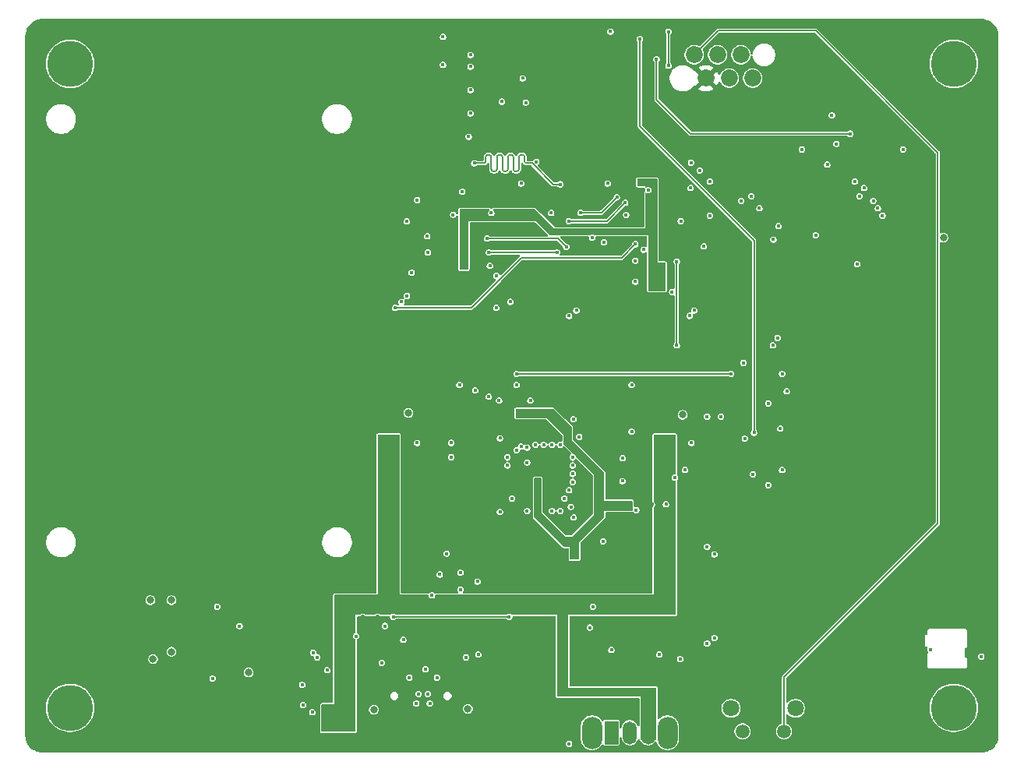
<source format=gbr>
%TF.GenerationSoftware,KiCad,Pcbnew,9.0.6+1*%
%TF.CreationDate,2026-01-19T19:04:29+00:00*%
%TF.ProjectId,Mainboard,4d61696e-626f-4617-9264-2e6b69636164, + (Unreleased)*%
%TF.SameCoordinates,Original*%
%TF.FileFunction,Copper,L3,Inr*%
%TF.FilePolarity,Positive*%
%FSLAX46Y46*%
G04 Gerber Fmt 4.6, Leading zero omitted, Abs format (unit mm)*
G04 Created by KiCad (PCBNEW 9.0.6+1) date 2026-01-19 19:04:29*
%MOMM*%
%LPD*%
G01*
G04 APERTURE LIST*
%TA.AperFunction,ComponentPad*%
%ADD10C,0.800000*%
%TD*%
%TA.AperFunction,ComponentPad*%
%ADD11C,5.000000*%
%TD*%
%TA.AperFunction,ComponentPad*%
%ADD12C,1.500000*%
%TD*%
%TA.AperFunction,ComponentPad*%
%ADD13C,1.800000*%
%TD*%
%TA.AperFunction,ComponentPad*%
%ADD14O,2.200000X3.500000*%
%TD*%
%TA.AperFunction,ComponentPad*%
%ADD15R,1.500000X2.500000*%
%TD*%
%TA.AperFunction,ComponentPad*%
%ADD16O,1.500000X2.500000*%
%TD*%
%TA.AperFunction,ComponentPad*%
%ADD17C,1.850000*%
%TD*%
%TA.AperFunction,ViaPad*%
%ADD18C,0.450000*%
%TD*%
%TA.AperFunction,ViaPad*%
%ADD19C,0.800000*%
%TD*%
%TA.AperFunction,Conductor*%
%ADD20C,0.200000*%
%TD*%
G04 APERTURE END LIST*
D10*
%TO.N,N/C*%
%TO.C,REF\u002A\u002A*%
X259125000Y-123000000D03*
X259674175Y-121674175D03*
X259674175Y-124325825D03*
X261000000Y-121125000D03*
D11*
X261000000Y-123000000D03*
D10*
X261000000Y-124875000D03*
X262325825Y-121674175D03*
X262325825Y-124325825D03*
X262875000Y-123000000D03*
%TD*%
D12*
%TO.N,/Project Architecture/MCU/ESP-Enable*%
%TO.C,SW901*%
X242550000Y-195550000D03*
%TO.N,GND*%
X238050000Y-195550000D03*
D13*
X236800000Y-193050000D03*
X243800000Y-193050000D03*
%TD*%
D10*
%TO.N,N/C*%
%TO.C,REF\u002A\u002A*%
X259125000Y-193000000D03*
X259674175Y-191674175D03*
X259674175Y-194325825D03*
X261000000Y-191125000D03*
D11*
X261000000Y-193000000D03*
D10*
X261000000Y-194875000D03*
X262325825Y-191674175D03*
X262325825Y-194325825D03*
X262875000Y-193000000D03*
%TD*%
%TO.N,N/C*%
%TO.C,REF\u002A\u002A*%
X163125000Y-193000000D03*
X163674175Y-191674175D03*
X163674175Y-194325825D03*
X165000000Y-191125000D03*
D11*
X165000000Y-193000000D03*
D10*
X165000000Y-194875000D03*
X166325825Y-191674175D03*
X166325825Y-194325825D03*
X166875000Y-193000000D03*
%TD*%
D14*
%TO.N,*%
%TO.C,SW701*%
X221700000Y-195700000D03*
X229900000Y-195700000D03*
D15*
%TO.N,Net-(SW701-A)*%
X223800000Y-195700000D03*
D16*
%TO.N,Net-(IC801-EN)*%
X225800000Y-195700000D03*
%TO.N,+BATT*%
X227800000Y-195700000D03*
%TD*%
D10*
%TO.N,N/C*%
%TO.C,REF\u002A\u002A*%
X163125000Y-123000000D03*
X163674175Y-121674175D03*
X163674175Y-124325825D03*
X165000000Y-121125000D03*
D11*
X165000000Y-123000000D03*
D10*
X165000000Y-124875000D03*
X166325825Y-121674175D03*
X166325825Y-124325825D03*
X166875000Y-123000000D03*
%TD*%
D17*
%TO.N,/Project Architecture/MCU/ESP-Enable*%
%TO.C,X901*%
X232790000Y-122030000D03*
%TO.N,+3V3*%
X234060000Y-124570000D03*
%TO.N,/Project Architecture/MCU/ESP-TxD*%
X235330000Y-122030000D03*
%TO.N,GND*%
X236600000Y-124570001D03*
%TO.N,/Project Architecture/MCU/ESP-RxD*%
X237870000Y-122030000D03*
%TO.N,/Project Architecture/MCU/ESP-Boot*%
X239140000Y-124570000D03*
%TD*%
D18*
%TO.N,GND*%
X206400000Y-164200000D03*
X222900000Y-174900000D03*
X221460000Y-184270000D03*
X225400000Y-139425000D03*
X205900000Y-176225000D03*
X239175000Y-167600000D03*
X202700000Y-164200000D03*
X218250000Y-164400000D03*
D19*
X201750000Y-160950000D03*
D18*
X227800000Y-136725000D03*
D19*
X208210000Y-193100000D03*
D18*
X210600000Y-144950000D03*
X205150000Y-178500000D03*
X221800000Y-182000000D03*
X210750000Y-139200000D03*
X201575000Y-140130000D03*
X225025000Y-165875000D03*
X206600000Y-139400000D03*
X196054999Y-185200000D03*
X223800000Y-186700000D03*
X238300000Y-163725000D03*
D19*
X259875000Y-141900000D03*
D18*
X217350000Y-171600000D03*
D19*
X176000000Y-181300000D03*
D18*
X233843750Y-142843750D03*
X217250000Y-139200000D03*
X202100000Y-145700000D03*
X242150000Y-162650000D03*
X219200000Y-196900000D03*
X203859876Y-143500000D03*
X263987500Y-187425000D03*
X180975001Y-182000000D03*
X247250000Y-133950000D03*
X211600000Y-159600000D03*
X219700000Y-172310000D03*
X210475000Y-159175000D03*
X190205000Y-190487500D03*
X232500000Y-164200000D03*
X219675000Y-161625000D03*
X214650000Y-166325000D03*
X240850000Y-159900000D03*
X219600000Y-167550000D03*
X202605000Y-192525000D03*
X191305000Y-193475000D03*
X209000000Y-158500000D03*
D19*
X184400000Y-189150000D03*
D18*
X212500000Y-166650000D03*
X219600000Y-165750000D03*
D19*
X173700000Y-181300000D03*
D18*
X231337500Y-140100000D03*
X230700000Y-167975000D03*
X227300000Y-143200000D03*
X215000000Y-159600000D03*
X229725000Y-170875000D03*
X204080000Y-192525000D03*
X209257957Y-179264617D03*
X220300000Y-163550000D03*
X244500000Y-132300000D03*
X226500000Y-171500000D03*
X205500000Y-120075000D03*
X214650000Y-171600000D03*
X203605000Y-188800000D03*
X223700000Y-119490000D03*
X258487500Y-186650000D03*
D19*
X231550000Y-161150000D03*
D18*
X230400000Y-147800000D03*
X255500000Y-132300000D03*
X211690000Y-163690000D03*
X180475000Y-189800000D03*
D19*
X197990000Y-193200000D03*
D18*
X225000000Y-168350000D03*
X238150000Y-155500000D03*
X205500000Y-123125000D03*
X198855000Y-188109876D03*
X206400000Y-165750000D03*
X226000000Y-162975000D03*
X211690000Y-171700000D03*
X214500000Y-127210000D03*
X202700000Y-137800000D03*
X204305000Y-180775000D03*
X250500000Y-144775000D03*
%TO.N,+3V3*%
X236200000Y-128500000D03*
X196800000Y-183100000D03*
X232100000Y-184800000D03*
X246100000Y-134900000D03*
X239200000Y-166100000D03*
X239800000Y-132275000D03*
X204700000Y-120875000D03*
X217775001Y-159175001D03*
X223400000Y-165875000D03*
X192800000Y-191225000D03*
X214500000Y-159175000D03*
D19*
X206700000Y-175100000D03*
D18*
X229775000Y-149300000D03*
X204000000Y-123100000D03*
X227800000Y-172500000D03*
X239300000Y-163800000D03*
X225400000Y-188750000D03*
X200700000Y-139300000D03*
X247500000Y-140800000D03*
X224000000Y-174400000D03*
X232900000Y-140100000D03*
X210475000Y-160800000D03*
X228200000Y-170875000D03*
X221700000Y-133700000D03*
X234400000Y-146700000D03*
X244600000Y-152800000D03*
X234400000Y-145200000D03*
X198405000Y-183100000D03*
X227500000Y-174000000D03*
X208600000Y-145450000D03*
X241300000Y-132275000D03*
X203725000Y-145700000D03*
X235700000Y-137475000D03*
X263987500Y-185875000D03*
X244720001Y-166500000D03*
X227800000Y-119375000D03*
X250475000Y-146975000D03*
X237500000Y-162925000D03*
X223900000Y-186100000D03*
%TO.N,/Project Architecture/Lepton/~{Lepton-Reset}_{LV}*%
X219400000Y-171150000D03*
X213500000Y-165000000D03*
%TO.N,/Project Architecture/Lepton/Lepton-VSync_{LV}*%
X213000000Y-170250000D03*
%TO.N,/Project Architecture/Lepton/~{Lepton-PWR}_{LV}*%
X214000000Y-164600000D03*
X218700000Y-170250000D03*
%TO.N,/Project Architecture/Lepton/~{Lepton-PWR}*%
X226000000Y-157900000D03*
X207300000Y-157900000D03*
X242350000Y-167150000D03*
X231800000Y-167150000D03*
X213500000Y-157900000D03*
%TO.N,/Project Architecture/Lepton/SDA_{LV}*%
X219200000Y-169350000D03*
%TO.N,/Project Architecture/Lepton/SCL_{LV}*%
X219600000Y-168450000D03*
%TO.N,/Project Architecture/Lepton/~{Lepton-CS}_{LV}*%
X217350000Y-164400000D03*
%TO.N,/Project Architecture/Lepton/Lepton-SCLK_{LV}*%
X216450000Y-164400000D03*
%TO.N,/Project Architecture/Lepton/Lepton-MISO_{LV}*%
X215550000Y-164400000D03*
%TO.N,/Project Architecture/Battery/Battery-Charge*%
X212700000Y-183100000D03*
X200100000Y-183100000D03*
%TO.N,/Project Architecture/Camera/Camera-PWR*%
X230900000Y-144500000D03*
X241350000Y-153600000D03*
X230900000Y-153600000D03*
%TO.N,/Project Architecture/Camera/~{Camera-Reset}*%
X241850000Y-152800000D03*
%TO.N,/Project Architecture/Camera/SCL_{LV}*%
X226400000Y-144400000D03*
X226400000Y-146675000D03*
%TO.N,Net-(X1001-Pin_26)*%
X218250000Y-171600000D03*
D19*
%TO.N,+BATT*%
X194600000Y-193200000D03*
D18*
X218400000Y-182700000D03*
X218500000Y-182000000D03*
X218500000Y-186100000D03*
D19*
X199600000Y-164500000D03*
X194600000Y-195000000D03*
D18*
X206750000Y-181700000D03*
X207400000Y-180125000D03*
D19*
X229600000Y-164500000D03*
D18*
X207400000Y-178300000D03*
D19*
X194600000Y-194100000D03*
D18*
X222500000Y-181900000D03*
%TO.N,Lepton-2V8*%
X219600000Y-166650000D03*
%TO.N,Lepton-1V2*%
X212500000Y-165750000D03*
%TO.N,Lepton-3V0*%
X215800000Y-168450000D03*
X222425000Y-171000000D03*
X217500000Y-161000000D03*
X225700000Y-171000000D03*
X219150000Y-164400000D03*
X215825000Y-169125000D03*
X219800000Y-176500000D03*
X213900000Y-161000000D03*
%TO.N,/Project Architecture/MCU/~{Expander-Int}*%
X226900000Y-120300000D03*
X239300000Y-163100000D03*
%TO.N,/Project Architecture/Peripherals/~{SD-CD}*%
X242850000Y-158600000D03*
X246000000Y-141625000D03*
%TO.N,/Project Architecture/Display/SPI-MOSI*%
X237900000Y-137900000D03*
X252250000Y-137900000D03*
%TO.N,/Project Architecture/Display/~{Touch-Reset}*%
X224400000Y-137500000D03*
X232450000Y-133750000D03*
X220445000Y-139200000D03*
X247750000Y-128600000D03*
%TO.N,/Project Architecture/Display/~{Display-Reset}*%
X217900000Y-143500000D03*
X210500000Y-143500000D03*
X234500000Y-135800000D03*
X250250000Y-135800000D03*
%TO.N,/Project Architecture/Display/Display-DC*%
X251250000Y-136500000D03*
X232400000Y-136500000D03*
X210285000Y-142000000D03*
X218900000Y-142900000D03*
%TO.N,/Project Architecture/Display/~{Touch-IRQ}*%
X219175000Y-140100000D03*
X225300000Y-138100000D03*
X248250000Y-131700000D03*
X233400000Y-134600000D03*
%TO.N,/Project Architecture/Display/SPI-MISO*%
X252750000Y-138700000D03*
X239878000Y-138700000D03*
%TO.N,/Project Architecture/Display/SPI-SCLK*%
X250750000Y-137400000D03*
X239000000Y-137400000D03*
%TO.N,Camera-2V8*%
X211800000Y-139200000D03*
X227000000Y-135900000D03*
X215500000Y-139300000D03*
X228200000Y-142400000D03*
X229161034Y-147300000D03*
X228300000Y-147500000D03*
X207800000Y-144950000D03*
X229100000Y-145200000D03*
%TO.N,Camera-1V5*%
X207600000Y-136900000D03*
X203800000Y-141737500D03*
%TO.N,/Project Architecture/MCU/ESP-Enable*%
X208500000Y-122030000D03*
%TO.N,/Project Architecture/Battery/I2C-SDA*%
X241950000Y-140650000D03*
X212825000Y-148875000D03*
X191400000Y-187000000D03*
X235000000Y-176300000D03*
X220000000Y-149800000D03*
X235000000Y-185400000D03*
X232800000Y-149800000D03*
X231275000Y-187700000D03*
%TO.N,/Project Architecture/Battery/I2C-SCL*%
X211300000Y-149525000D03*
X219200000Y-150400000D03*
X232300000Y-150400000D03*
X229000000Y-187200000D03*
X209339752Y-187200000D03*
X191831000Y-187500000D03*
X211300000Y-146045000D03*
X234200000Y-161350000D03*
X235700000Y-161350000D03*
X241400000Y-142100000D03*
X234200000Y-186000000D03*
X208005000Y-187500000D03*
X234200000Y-175500000D03*
%TO.N,/Project Architecture/Camera/Camera-D7*%
X213999999Y-136000000D03*
%TO.N,/Project Architecture/Camera/Camera-D5*%
X215650000Y-133650000D03*
%TO.N,/Project Architecture/Camera/Camera-VSync*%
X222985000Y-142400000D03*
%TO.N,/Project Architecture/Camera/Camera-D0*%
X211900000Y-127110000D03*
%TO.N,/Project Architecture/Camera/Camera-HREF*%
X221715000Y-141900000D03*
%TO.N,/Project Architecture/Camera/Camera-D6*%
X208300000Y-130920000D03*
%TO.N,/Project Architecture/Display/Display-Backlight*%
X253250000Y-139500000D03*
X226400000Y-142600000D03*
X234500000Y-139500000D03*
X200300000Y-149525000D03*
%TO.N,/Project Architecture/Camera/Camera-D2*%
X208500000Y-123300000D03*
%TO.N,/Project Architecture/MCU/ESP-Boot*%
X223400000Y-136000000D03*
%TO.N,/Project Architecture/Camera/Camera-D3*%
X208500000Y-125840000D03*
%TO.N,/Project Architecture/Camera/Camera-D1*%
X214170000Y-124570000D03*
%TO.N,/Project Architecture/Camera/Camera-PCLK*%
X218250000Y-136100000D03*
X208900000Y-133800000D03*
%TO.N,/Project Architecture/Camera/Camera-D4*%
X208500000Y-128380000D03*
%TO.N,/Project Architecture/MCU/ESP-RxD*%
X230000000Y-123200000D03*
X230000000Y-119500000D03*
%TO.N,Net-(X701-CC2)*%
X204850000Y-189700000D03*
%TO.N,Net-(X701-CC1)*%
X201850000Y-189700000D03*
%TO.N,Net-(X1001-Pin_11)*%
X214650000Y-164700000D03*
%TO.N,/Project Architecture/Lepton/~{Lepton-Reset}*%
X242350000Y-156700000D03*
X236800000Y-156700000D03*
X213500000Y-156700000D03*
%TO.N,/Project Architecture/Peripherals/LED-Flash_{2}*%
X201600000Y-148225000D03*
%TO.N,/Project Architecture/Peripherals/LED-Flash_{1}*%
X201000000Y-148875000D03*
%TO.N,/Project Architecture/Display/~{Display-Expander-Int}*%
X228700000Y-122500000D03*
X249750000Y-130600000D03*
%TO.N,Net-(IC702-OUT)*%
X201200000Y-185600000D03*
%TO.N,Net-(IC701-I{slash}O2-Pad3)*%
X202850000Y-191500000D03*
X203850000Y-191500000D03*
%TO.N,Net-(IC702-TS)*%
X183400000Y-184100000D03*
X199205000Y-184100000D03*
%TO.N,Net-(IC703-CELL)*%
X190305000Y-192700000D03*
%TO.N,/Project Architecture/Battery/~{Battery-Alert}*%
X240850000Y-168800000D03*
X192925000Y-188900000D03*
D19*
%TO.N,Net-(X702-Pin_1)*%
X176000000Y-186900000D03*
%TO.N,Net-(X702-Pin_2)*%
X174000000Y-187700000D03*
%TD*%
D20*
%TO.N,/Project Architecture/Battery/Battery-Charge*%
X200100000Y-183100000D02*
X212700000Y-183100000D01*
%TO.N,/Project Architecture/Camera/Camera-PWR*%
X230900000Y-144500000D02*
X230900000Y-153600000D01*
%TO.N,/Project Architecture/MCU/~{Expander-Int}*%
X226900000Y-120300000D02*
X226900000Y-129800000D01*
X239300000Y-142200000D02*
X239300000Y-163100000D01*
X226900000Y-129800000D02*
X239300000Y-142200000D01*
%TO.N,/Project Architecture/Display/~{Touch-Reset}*%
X220445000Y-139200000D02*
X222700000Y-139200000D01*
X222700000Y-139200000D02*
X224400000Y-137500000D01*
%TO.N,/Project Architecture/Display/~{Display-Reset}*%
X210500000Y-143500000D02*
X217900000Y-143500000D01*
%TO.N,/Project Architecture/Display/Display-DC*%
X218900000Y-142900000D02*
X218000000Y-142000000D01*
X218000000Y-142000000D02*
X210285000Y-142000000D01*
%TO.N,/Project Architecture/Display/~{Touch-IRQ}*%
X223300000Y-140100000D02*
X219175000Y-140100000D01*
X225300000Y-138100000D02*
X223300000Y-140100000D01*
%TO.N,/Project Architecture/MCU/ESP-Enable*%
X232790000Y-122030000D02*
X235420000Y-119400000D01*
X259249000Y-172951000D02*
X242550000Y-189650000D01*
X246000000Y-119400000D02*
X259249000Y-132649000D01*
X259249000Y-132649000D02*
X259249000Y-172951000D01*
X242550000Y-189650000D02*
X242550000Y-195550000D01*
X235420000Y-119400000D02*
X246000000Y-119400000D01*
%TO.N,/Project Architecture/Display/Display-Backlight*%
X224900000Y-144100000D02*
X226400000Y-142600000D01*
X214000000Y-144100000D02*
X224900000Y-144100000D01*
X200300000Y-149525000D02*
X208575000Y-149525000D01*
X208575000Y-149525000D02*
X214000000Y-144100000D01*
%TO.N,/Project Architecture/Camera/Camera-PCLK*%
X211954141Y-133137976D02*
X211954141Y-134462000D01*
X213154141Y-133137976D02*
X213154141Y-134462000D01*
X214594141Y-133800000D02*
X215162189Y-133800000D01*
X213994141Y-132897976D02*
X214114141Y-132897976D01*
X212554141Y-134462000D02*
X212554141Y-133137976D01*
X211594141Y-132897976D02*
X211714141Y-132897976D01*
X213754141Y-134462000D02*
X213754141Y-133137976D01*
X210394141Y-132897976D02*
X210514141Y-132897976D01*
X217462189Y-136100000D02*
X218250000Y-136100000D01*
X210154141Y-133560000D02*
X210154141Y-133137976D01*
X208900000Y-133800000D02*
X209914141Y-133800000D01*
X211354141Y-134462000D02*
X211354141Y-133137976D01*
X210754141Y-133137976D02*
X210754141Y-134462000D01*
X210994141Y-134702000D02*
X211114141Y-134702000D01*
X214354141Y-133137976D02*
X214354141Y-133560000D01*
X213394141Y-134702000D02*
X213514141Y-134702000D01*
X212794141Y-132897976D02*
X212914141Y-132897976D01*
X212194141Y-134702000D02*
X212314141Y-134702000D01*
X215162189Y-133800000D02*
X217462189Y-136100000D01*
X211714141Y-132897976D02*
G75*
G02*
X211954124Y-133137976I-41J-240024D01*
G01*
X212554141Y-133137976D02*
G75*
G02*
X212794141Y-132898041I239959J-24D01*
G01*
X213154141Y-134462000D02*
G75*
G03*
X213394141Y-134701959I239959J0D01*
G01*
X210514141Y-132897976D02*
G75*
G02*
X210754124Y-133137976I-41J-240024D01*
G01*
X211954141Y-134462000D02*
G75*
G03*
X212194141Y-134701959I239959J0D01*
G01*
X214114141Y-132897976D02*
G75*
G02*
X214354124Y-133137976I-41J-240024D01*
G01*
X212314141Y-134702000D02*
G75*
G03*
X212554100Y-134462000I-41J240000D01*
G01*
X212914141Y-132897976D02*
G75*
G02*
X213154124Y-133137976I-41J-240024D01*
G01*
X211114141Y-134702000D02*
G75*
G03*
X211354100Y-134462000I-41J240000D01*
G01*
X210754141Y-134462000D02*
G75*
G03*
X210994141Y-134701959I239959J0D01*
G01*
X209914141Y-133800000D02*
G75*
G03*
X210154100Y-133560000I-41J240000D01*
G01*
X214354141Y-133560000D02*
G75*
G03*
X214594141Y-133799959I239959J0D01*
G01*
X213514141Y-134702000D02*
G75*
G03*
X213754100Y-134462000I-41J240000D01*
G01*
X211354141Y-133137976D02*
G75*
G02*
X211594141Y-132898041I239959J-24D01*
G01*
X213754141Y-133137976D02*
G75*
G02*
X213994141Y-132898041I239959J-24D01*
G01*
X210154141Y-133137976D02*
G75*
G02*
X210394141Y-132898041I239959J-24D01*
G01*
%TO.N,/Project Architecture/MCU/ESP-RxD*%
X230000000Y-119500000D02*
X230000000Y-123200000D01*
%TO.N,/Project Architecture/Lepton/~{Lepton-Reset}*%
X213500000Y-156700000D02*
X236800000Y-156700000D01*
%TO.N,/Project Architecture/Display/~{Display-Expander-Int}*%
X228700000Y-122500000D02*
X228700000Y-126900000D01*
X232400000Y-130600000D02*
X249750000Y-130600000D01*
X228700000Y-126900000D02*
X232400000Y-130600000D01*
%TD*%
%TA.AperFunction,Conductor*%
%TO.N,+BATT*%
G36*
X200781694Y-163318306D02*
G01*
X200800000Y-163362500D01*
X200800000Y-180700671D01*
X200800000Y-180700672D01*
X203889998Y-180700527D01*
X203934192Y-180718831D01*
X203952500Y-180763024D01*
X203952500Y-180821406D01*
X203952501Y-180821414D01*
X203976521Y-180911059D01*
X203976522Y-180911062D01*
X204022929Y-180991439D01*
X204022934Y-180991445D01*
X204088554Y-181057065D01*
X204088560Y-181057070D01*
X204168937Y-181103477D01*
X204168940Y-181103478D01*
X204258592Y-181127500D01*
X204258593Y-181127500D01*
X204351407Y-181127500D01*
X204351408Y-181127500D01*
X204441060Y-181103478D01*
X204521440Y-181057070D01*
X204587070Y-180991440D01*
X204633478Y-180911060D01*
X204657500Y-180821408D01*
X204657500Y-180762988D01*
X204675806Y-180718794D01*
X204719994Y-180700489D01*
X215200000Y-180700000D01*
X228400000Y-180700000D01*
X228400000Y-171199398D01*
X228418306Y-171155204D01*
X228482070Y-171091440D01*
X228528478Y-171011060D01*
X228552500Y-170921408D01*
X228552500Y-170828593D01*
X229372500Y-170828593D01*
X229372500Y-170921406D01*
X229372501Y-170921414D01*
X229396521Y-171011059D01*
X229396522Y-171011062D01*
X229442929Y-171091439D01*
X229442934Y-171091445D01*
X229508554Y-171157065D01*
X229508560Y-171157070D01*
X229588937Y-171203477D01*
X229588940Y-171203478D01*
X229678592Y-171227500D01*
X229678593Y-171227500D01*
X229771407Y-171227500D01*
X229771408Y-171227500D01*
X229861060Y-171203478D01*
X229873306Y-171196408D01*
X229878048Y-171193669D01*
X229941440Y-171157070D01*
X230007070Y-171091440D01*
X230053478Y-171011060D01*
X230077500Y-170921408D01*
X230077500Y-170828592D01*
X230053478Y-170738940D01*
X230053477Y-170738937D01*
X230007070Y-170658560D01*
X230007065Y-170658554D01*
X229941445Y-170592934D01*
X229941439Y-170592929D01*
X229861062Y-170546522D01*
X229861059Y-170546521D01*
X229771414Y-170522501D01*
X229771409Y-170522500D01*
X229771408Y-170522500D01*
X229678592Y-170522500D01*
X229678591Y-170522500D01*
X229678585Y-170522501D01*
X229588940Y-170546521D01*
X229588937Y-170546522D01*
X229508560Y-170592929D01*
X229508554Y-170592934D01*
X229442934Y-170658554D01*
X229442929Y-170658560D01*
X229396522Y-170738937D01*
X229396521Y-170738940D01*
X229372501Y-170828585D01*
X229372500Y-170828593D01*
X228552500Y-170828593D01*
X228552500Y-170828592D01*
X228528478Y-170738940D01*
X228528477Y-170738937D01*
X228482070Y-170658560D01*
X228482065Y-170658554D01*
X228418306Y-170594795D01*
X228400000Y-170550601D01*
X228400000Y-163362500D01*
X228418306Y-163318306D01*
X228462500Y-163300000D01*
X230737500Y-163300000D01*
X230781694Y-163318306D01*
X230800000Y-163362500D01*
X230800000Y-167560000D01*
X230781694Y-167604194D01*
X230737500Y-167622500D01*
X230653592Y-167622500D01*
X230653591Y-167622500D01*
X230653585Y-167622501D01*
X230563940Y-167646521D01*
X230563937Y-167646522D01*
X230483560Y-167692929D01*
X230483554Y-167692934D01*
X230417934Y-167758554D01*
X230417929Y-167758560D01*
X230371522Y-167838937D01*
X230371521Y-167838940D01*
X230347501Y-167928585D01*
X230347500Y-167928593D01*
X230347500Y-168021406D01*
X230347501Y-168021414D01*
X230371521Y-168111059D01*
X230371522Y-168111062D01*
X230417929Y-168191439D01*
X230417934Y-168191445D01*
X230483554Y-168257065D01*
X230483560Y-168257070D01*
X230563937Y-168303477D01*
X230563940Y-168303478D01*
X230653592Y-168327500D01*
X230653593Y-168327500D01*
X230737500Y-168327500D01*
X230781694Y-168345806D01*
X230800000Y-168390000D01*
X230800000Y-182837500D01*
X230781694Y-182881694D01*
X230737500Y-182900000D01*
X219100000Y-182900000D01*
X219100000Y-190800000D01*
X228637500Y-190800000D01*
X228681694Y-190818306D01*
X228700000Y-190862500D01*
X228700000Y-194774843D01*
X228699231Y-194784620D01*
X228672500Y-194953392D01*
X228672500Y-196437500D01*
X228654194Y-196481694D01*
X228610000Y-196500000D01*
X227062500Y-196500000D01*
X227018306Y-196481694D01*
X227000000Y-196437500D01*
X227000000Y-191800000D01*
X217962500Y-191800000D01*
X217918306Y-191781694D01*
X217900000Y-191737500D01*
X217900000Y-182900000D01*
X213024399Y-182900000D01*
X212980205Y-182881694D01*
X212916445Y-182817934D01*
X212916439Y-182817929D01*
X212836062Y-182771522D01*
X212836059Y-182771521D01*
X212746414Y-182747501D01*
X212746409Y-182747500D01*
X212746408Y-182747500D01*
X212653592Y-182747500D01*
X212653591Y-182747500D01*
X212653585Y-182747501D01*
X212563940Y-182771521D01*
X212563937Y-182771522D01*
X212483560Y-182817929D01*
X212483559Y-182817930D01*
X212465428Y-182836062D01*
X212447295Y-182854194D01*
X212403103Y-182872500D01*
X200396898Y-182872500D01*
X200352704Y-182854194D01*
X200316440Y-182817930D01*
X200316439Y-182817929D01*
X200236062Y-182771522D01*
X200236059Y-182771521D01*
X200146414Y-182747501D01*
X200146409Y-182747500D01*
X200146408Y-182747500D01*
X200053592Y-182747500D01*
X200053591Y-182747500D01*
X200053585Y-182747501D01*
X199963940Y-182771521D01*
X199963937Y-182771522D01*
X199883560Y-182817929D01*
X199883554Y-182817934D01*
X199819795Y-182881694D01*
X199775601Y-182900000D01*
X198729399Y-182900000D01*
X198685205Y-182881694D01*
X198621445Y-182817934D01*
X198621439Y-182817929D01*
X198541062Y-182771522D01*
X198541059Y-182771521D01*
X198451414Y-182747501D01*
X198451409Y-182747500D01*
X198451408Y-182747500D01*
X198358592Y-182747500D01*
X198358591Y-182747500D01*
X198358585Y-182747501D01*
X198268940Y-182771521D01*
X198268937Y-182771522D01*
X198188560Y-182817929D01*
X198188554Y-182817934D01*
X198124795Y-182881694D01*
X198080601Y-182900000D01*
X197124399Y-182900000D01*
X197080205Y-182881694D01*
X197016445Y-182817934D01*
X197016439Y-182817929D01*
X196936062Y-182771522D01*
X196936059Y-182771521D01*
X196846414Y-182747501D01*
X196846409Y-182747500D01*
X196846408Y-182747500D01*
X196753592Y-182747500D01*
X196753591Y-182747500D01*
X196753585Y-182747501D01*
X196663940Y-182771521D01*
X196663937Y-182771522D01*
X196583560Y-182817929D01*
X196583554Y-182817934D01*
X196519795Y-182881694D01*
X196475601Y-182900000D01*
X196000000Y-182900000D01*
X196000000Y-184801843D01*
X195981694Y-184846037D01*
X195953677Y-184862213D01*
X195918940Y-184871521D01*
X195918936Y-184871522D01*
X195838559Y-184917929D01*
X195838553Y-184917934D01*
X195772933Y-184983554D01*
X195772928Y-184983560D01*
X195726521Y-185063937D01*
X195726520Y-185063940D01*
X195702500Y-185153585D01*
X195702499Y-185153593D01*
X195702499Y-185246406D01*
X195702500Y-185246414D01*
X195726520Y-185336059D01*
X195726521Y-185336062D01*
X195772928Y-185416439D01*
X195772933Y-185416445D01*
X195838553Y-185482065D01*
X195838559Y-185482070D01*
X195918935Y-185528476D01*
X195918936Y-185528476D01*
X195918939Y-185528478D01*
X195953677Y-185537786D01*
X195991626Y-185566904D01*
X196000000Y-185598155D01*
X196000000Y-195537500D01*
X195981694Y-195581694D01*
X195937500Y-195600000D01*
X192362500Y-195600000D01*
X192318306Y-195581694D01*
X192300000Y-195537500D01*
X192300000Y-192662500D01*
X192318306Y-192618306D01*
X192362500Y-192600000D01*
X193700000Y-192600000D01*
X193700000Y-181953593D01*
X221447500Y-181953593D01*
X221447500Y-182046406D01*
X221447501Y-182046414D01*
X221471521Y-182136059D01*
X221471522Y-182136062D01*
X221517929Y-182216439D01*
X221517934Y-182216445D01*
X221583554Y-182282065D01*
X221583560Y-182282070D01*
X221663937Y-182328477D01*
X221663940Y-182328478D01*
X221753592Y-182352500D01*
X221753593Y-182352500D01*
X221846407Y-182352500D01*
X221846408Y-182352500D01*
X221936060Y-182328478D01*
X222016440Y-182282070D01*
X222082070Y-182216440D01*
X222128478Y-182136060D01*
X222152500Y-182046408D01*
X222152500Y-181953592D01*
X222128478Y-181863940D01*
X222128477Y-181863937D01*
X222082070Y-181783560D01*
X222082065Y-181783554D01*
X222016445Y-181717934D01*
X222016439Y-181717929D01*
X221936062Y-181671522D01*
X221936059Y-181671521D01*
X221846414Y-181647501D01*
X221846409Y-181647500D01*
X221846408Y-181647500D01*
X221753592Y-181647500D01*
X221753591Y-181647500D01*
X221753585Y-181647501D01*
X221663940Y-181671521D01*
X221663937Y-181671522D01*
X221583560Y-181717929D01*
X221583554Y-181717934D01*
X221517934Y-181783554D01*
X221517929Y-181783560D01*
X221471522Y-181863937D01*
X221471521Y-181863940D01*
X221447501Y-181953585D01*
X221447500Y-181953593D01*
X193700000Y-181953593D01*
X193700000Y-180763580D01*
X193718306Y-180719386D01*
X193762495Y-180701080D01*
X198400000Y-180700812D01*
X198400000Y-163362500D01*
X198418306Y-163318306D01*
X198462500Y-163300000D01*
X200737500Y-163300000D01*
X200781694Y-163318306D01*
G37*
%TD.AperFunction*%
%TD*%
%TA.AperFunction,Conductor*%
%TO.N,Camera-2V8*%
G36*
X228781694Y-135518306D02*
G01*
X228800000Y-135562500D01*
X228800000Y-144600000D01*
X229637500Y-144600000D01*
X229681694Y-144618306D01*
X229700000Y-144662500D01*
X229700000Y-147637500D01*
X229681694Y-147681694D01*
X229637500Y-147700000D01*
X227862500Y-147700000D01*
X227818306Y-147681694D01*
X227800000Y-147637500D01*
X227800000Y-141600000D01*
X221917131Y-141600000D01*
X221885881Y-141591626D01*
X221868678Y-141581694D01*
X221851061Y-141571522D01*
X221851056Y-141571520D01*
X221761414Y-141547501D01*
X221761409Y-141547500D01*
X221761408Y-141547500D01*
X221668592Y-141547500D01*
X221668591Y-141547500D01*
X221668585Y-141547501D01*
X221578943Y-141571520D01*
X221578938Y-141571522D01*
X221553244Y-141586357D01*
X221544118Y-141591626D01*
X221512869Y-141600000D01*
X217125888Y-141600000D01*
X217081694Y-141581694D01*
X215600000Y-140100000D01*
X208300000Y-140100000D01*
X208300000Y-145247868D01*
X208295272Y-145271714D01*
X208293693Y-145275538D01*
X208271522Y-145313940D01*
X208259825Y-145357591D01*
X208258276Y-145361346D01*
X208244029Y-145375627D01*
X208231753Y-145391627D01*
X208226727Y-145392973D01*
X208224494Y-145395213D01*
X208218341Y-145395220D01*
X208200504Y-145400000D01*
X207362500Y-145400000D01*
X207318306Y-145381694D01*
X207300000Y-145337500D01*
X207300000Y-138862500D01*
X207318306Y-138818306D01*
X207362500Y-138800000D01*
X210504568Y-138800000D01*
X210548762Y-138818306D01*
X210567068Y-138862500D01*
X210548762Y-138906694D01*
X210535817Y-138916627D01*
X210533560Y-138917929D01*
X210533554Y-138917934D01*
X210467934Y-138983554D01*
X210467929Y-138983560D01*
X210421522Y-139063937D01*
X210421521Y-139063940D01*
X210397501Y-139153585D01*
X210397500Y-139153593D01*
X210397500Y-139246406D01*
X210397501Y-139246414D01*
X210421521Y-139336059D01*
X210421522Y-139336062D01*
X210467929Y-139416439D01*
X210467934Y-139416445D01*
X210533554Y-139482065D01*
X210533560Y-139482070D01*
X210613937Y-139528477D01*
X210613940Y-139528478D01*
X210703592Y-139552500D01*
X210703593Y-139552500D01*
X210796407Y-139552500D01*
X210796408Y-139552500D01*
X210886060Y-139528478D01*
X210966440Y-139482070D01*
X211032070Y-139416440D01*
X211078478Y-139336060D01*
X211102500Y-139246408D01*
X211102500Y-139153592D01*
X211078478Y-139063940D01*
X211078477Y-139063937D01*
X211032070Y-138983560D01*
X211032065Y-138983554D01*
X210966445Y-138917934D01*
X210966439Y-138917929D01*
X210964183Y-138916627D01*
X210963383Y-138915585D01*
X210963193Y-138915439D01*
X210963232Y-138915387D01*
X210935062Y-138878677D01*
X210941305Y-138831251D01*
X210979255Y-138802130D01*
X210995432Y-138800000D01*
X215474112Y-138800000D01*
X215518306Y-138818306D01*
X217600000Y-140900000D01*
X227500000Y-140900000D01*
X227500000Y-137067079D01*
X227518306Y-137022885D01*
X227562500Y-137004579D01*
X227593748Y-137012952D01*
X227663940Y-137053478D01*
X227753592Y-137077500D01*
X227753593Y-137077500D01*
X227846407Y-137077500D01*
X227846408Y-137077500D01*
X227936060Y-137053478D01*
X228016440Y-137007070D01*
X228082070Y-136941440D01*
X228128478Y-136861060D01*
X228152500Y-136771408D01*
X228152500Y-136678592D01*
X228128478Y-136588940D01*
X228128477Y-136588937D01*
X228082070Y-136508560D01*
X228082065Y-136508554D01*
X228016445Y-136442934D01*
X228016439Y-136442929D01*
X227936062Y-136396522D01*
X227936059Y-136396521D01*
X227846414Y-136372501D01*
X227846409Y-136372500D01*
X227846408Y-136372500D01*
X227753592Y-136372500D01*
X227753591Y-136372500D01*
X227753585Y-136372501D01*
X227663940Y-136396521D01*
X227663937Y-136396522D01*
X227593751Y-136437046D01*
X227546324Y-136443291D01*
X227508374Y-136414171D01*
X227500000Y-136382920D01*
X227500000Y-136300000D01*
X226662500Y-136300000D01*
X226618306Y-136281694D01*
X226600000Y-136237500D01*
X226600000Y-135562500D01*
X226618306Y-135518306D01*
X226662500Y-135500000D01*
X228737500Y-135500000D01*
X228781694Y-135518306D01*
G37*
%TD.AperFunction*%
%TD*%
%TA.AperFunction,Conductor*%
%TO.N,+3V3*%
G36*
X264004028Y-118125764D02*
G01*
X264236580Y-118141006D01*
X264252636Y-118143121D01*
X264418321Y-118176077D01*
X264477182Y-118187786D01*
X264492849Y-118191984D01*
X264601657Y-118228919D01*
X264709645Y-118265576D01*
X264724622Y-118271779D01*
X264926095Y-118371134D01*
X264929960Y-118373040D01*
X264944008Y-118381150D01*
X265134369Y-118508346D01*
X265147233Y-118518217D01*
X265319361Y-118669169D01*
X265330830Y-118680638D01*
X265481782Y-118852766D01*
X265491656Y-118865634D01*
X265618849Y-119055992D01*
X265626959Y-119070039D01*
X265728217Y-119275370D01*
X265734424Y-119290356D01*
X265808015Y-119507150D01*
X265812213Y-119522817D01*
X265856877Y-119747358D01*
X265858994Y-119763438D01*
X265874234Y-119995940D01*
X265874500Y-120004051D01*
X265874500Y-195995948D01*
X265874234Y-196004059D01*
X265858994Y-196236561D01*
X265856877Y-196252641D01*
X265812213Y-196477182D01*
X265808015Y-196492849D01*
X265734424Y-196709643D01*
X265728217Y-196724629D01*
X265626959Y-196929960D01*
X265618849Y-196944007D01*
X265491656Y-197134365D01*
X265481782Y-197147233D01*
X265330830Y-197319361D01*
X265319361Y-197330830D01*
X265147233Y-197481782D01*
X265134365Y-197491656D01*
X264944007Y-197618849D01*
X264929960Y-197626959D01*
X264724629Y-197728217D01*
X264709643Y-197734424D01*
X264492849Y-197808015D01*
X264477182Y-197812213D01*
X264252641Y-197856877D01*
X264236561Y-197858994D01*
X264022014Y-197873057D01*
X264004057Y-197874234D01*
X263995948Y-197874500D01*
X162004052Y-197874500D01*
X161995942Y-197874234D01*
X161763439Y-197858994D01*
X161747358Y-197856877D01*
X161522817Y-197812213D01*
X161507150Y-197808015D01*
X161290356Y-197734424D01*
X161275370Y-197728217D01*
X161070039Y-197626959D01*
X161055992Y-197618849D01*
X160865634Y-197491656D01*
X160852766Y-197481782D01*
X160680638Y-197330830D01*
X160669169Y-197319361D01*
X160548768Y-197182070D01*
X160518214Y-197147230D01*
X160508343Y-197134365D01*
X160496367Y-197116442D01*
X160381150Y-196944007D01*
X160373039Y-196929959D01*
X160358417Y-196900308D01*
X160358416Y-196900306D01*
X160349191Y-196881599D01*
X160335380Y-196853592D01*
X218847500Y-196853592D01*
X218847500Y-196946408D01*
X218871522Y-197036060D01*
X218917930Y-197116440D01*
X218983560Y-197182070D01*
X219063940Y-197228478D01*
X219153592Y-197252500D01*
X219153594Y-197252500D01*
X219246406Y-197252500D01*
X219246408Y-197252500D01*
X219336060Y-197228478D01*
X219416440Y-197182070D01*
X219482070Y-197116440D01*
X219528478Y-197036060D01*
X219552500Y-196946408D01*
X219552500Y-196853592D01*
X219528478Y-196763940D01*
X219482070Y-196683560D01*
X219416440Y-196617930D01*
X219336060Y-196571522D01*
X219246408Y-196547500D01*
X219153592Y-196547500D01*
X219063939Y-196571522D01*
X218983560Y-196617930D01*
X218983557Y-196617932D01*
X218917932Y-196683557D01*
X218917930Y-196683560D01*
X218871522Y-196763939D01*
X218871522Y-196763940D01*
X218847500Y-196853592D01*
X160335380Y-196853592D01*
X160271779Y-196724622D01*
X160265575Y-196709643D01*
X160265487Y-196709385D01*
X160235965Y-196622414D01*
X160191984Y-196492849D01*
X160187786Y-196477182D01*
X160169702Y-196386269D01*
X160143121Y-196252636D01*
X160141006Y-196236580D01*
X160125764Y-196004028D01*
X160125500Y-195995948D01*
X160125500Y-192852436D01*
X162372500Y-192852436D01*
X162372500Y-193147563D01*
X162405539Y-193440801D01*
X162405542Y-193440815D01*
X162471211Y-193728530D01*
X162471215Y-193728542D01*
X162568683Y-194007088D01*
X162568686Y-194007096D01*
X162696723Y-194272968D01*
X162750201Y-194358078D01*
X162853737Y-194522855D01*
X162947657Y-194640626D01*
X162999965Y-194706219D01*
X163037738Y-194753584D01*
X163246416Y-194962262D01*
X163477145Y-195146263D01*
X163712348Y-195294050D01*
X163727031Y-195303276D01*
X163992903Y-195431313D01*
X163992910Y-195431315D01*
X163992915Y-195431318D01*
X164202119Y-195504521D01*
X164271457Y-195528784D01*
X164271469Y-195528788D01*
X164559184Y-195594458D01*
X164559193Y-195594459D01*
X164559198Y-195594460D01*
X164754690Y-195616486D01*
X164852437Y-195627499D01*
X164852440Y-195627500D01*
X164852443Y-195627500D01*
X165147560Y-195627500D01*
X165147561Y-195627499D01*
X165297430Y-195610613D01*
X165440801Y-195594460D01*
X165440804Y-195594459D01*
X165440816Y-195594458D01*
X165728531Y-195528788D01*
X166007085Y-195431318D01*
X166007093Y-195431314D01*
X166007096Y-195431313D01*
X166272968Y-195303276D01*
X166272968Y-195303275D01*
X166272974Y-195303273D01*
X166522855Y-195146263D01*
X166753584Y-194962262D01*
X166962262Y-194753584D01*
X167146263Y-194522855D01*
X167303273Y-194272974D01*
X167379968Y-194113715D01*
X167431313Y-194007096D01*
X167431314Y-194007093D01*
X167431318Y-194007085D01*
X167528788Y-193728531D01*
X167594458Y-193440816D01*
X167595835Y-193428592D01*
X190952500Y-193428592D01*
X190952500Y-193521408D01*
X190976522Y-193611060D01*
X191022930Y-193691440D01*
X191088560Y-193757070D01*
X191168940Y-193803478D01*
X191258592Y-193827500D01*
X191258594Y-193827500D01*
X191351406Y-193827500D01*
X191351408Y-193827500D01*
X191441060Y-193803478D01*
X191521440Y-193757070D01*
X191587070Y-193691440D01*
X191633478Y-193611060D01*
X191657500Y-193521408D01*
X191657500Y-193428592D01*
X191633478Y-193338940D01*
X191587070Y-193258560D01*
X191521440Y-193192930D01*
X191441060Y-193146522D01*
X191351408Y-193122500D01*
X191258592Y-193122500D01*
X191168939Y-193146522D01*
X191088560Y-193192930D01*
X191088557Y-193192932D01*
X191022932Y-193258557D01*
X191022930Y-193258560D01*
X190976522Y-193338939D01*
X190976522Y-193338940D01*
X190952500Y-193428592D01*
X167595835Y-193428592D01*
X167596365Y-193423889D01*
X167598316Y-193406581D01*
X167598316Y-193406580D01*
X167616929Y-193241374D01*
X167627500Y-193147557D01*
X167627500Y-192852443D01*
X167611276Y-192708448D01*
X167605744Y-192659349D01*
X167605744Y-192659348D01*
X167605095Y-192653592D01*
X189952500Y-192653592D01*
X189952500Y-192746408D01*
X189976522Y-192836060D01*
X190022930Y-192916440D01*
X190088560Y-192982070D01*
X190168940Y-193028478D01*
X190258592Y-193052500D01*
X190258594Y-193052500D01*
X190351406Y-193052500D01*
X190351408Y-193052500D01*
X190441060Y-193028478D01*
X190521440Y-192982070D01*
X190587070Y-192916440D01*
X190633478Y-192836060D01*
X190657500Y-192746408D01*
X190657500Y-192662495D01*
X192167500Y-192662495D01*
X192167500Y-195537504D01*
X192177584Y-195588198D01*
X192177586Y-195588206D01*
X192195894Y-195632405D01*
X192195895Y-195632407D01*
X192209465Y-195657259D01*
X192209470Y-195657264D01*
X192267596Y-195704106D01*
X192267600Y-195704108D01*
X192311794Y-195722414D01*
X192362495Y-195732499D01*
X192362499Y-195732500D01*
X192362500Y-195732500D01*
X195937501Y-195732500D01*
X195937502Y-195732499D01*
X195988206Y-195722414D01*
X196032400Y-195704108D01*
X196057261Y-195690533D01*
X196084075Y-195657259D01*
X196104106Y-195632403D01*
X196104108Y-195632399D01*
X196122414Y-195588206D01*
X196132500Y-195537500D01*
X196132500Y-193130553D01*
X197462500Y-193130553D01*
X197462500Y-193269447D01*
X197484005Y-193349703D01*
X197498448Y-193403606D01*
X197498449Y-193403609D01*
X197567892Y-193523889D01*
X197567894Y-193523892D01*
X197567895Y-193523893D01*
X197666107Y-193622105D01*
X197666108Y-193622106D01*
X197666110Y-193622107D01*
X197675451Y-193627500D01*
X197786393Y-193691552D01*
X197920553Y-193727500D01*
X197920555Y-193727500D01*
X198059445Y-193727500D01*
X198059447Y-193727500D01*
X198193607Y-193691552D01*
X198313893Y-193622105D01*
X198412105Y-193523893D01*
X198481552Y-193403607D01*
X198517500Y-193269447D01*
X198517500Y-193130553D01*
X198490705Y-193030553D01*
X207682500Y-193030553D01*
X207682500Y-193169447D01*
X207709295Y-193269445D01*
X207718448Y-193303606D01*
X207718449Y-193303609D01*
X207787892Y-193423889D01*
X207787894Y-193423892D01*
X207787895Y-193423893D01*
X207886107Y-193522105D01*
X207886108Y-193522106D01*
X207886110Y-193522107D01*
X207946250Y-193556828D01*
X208006393Y-193591552D01*
X208140553Y-193627500D01*
X208140555Y-193627500D01*
X208279445Y-193627500D01*
X208279447Y-193627500D01*
X208413607Y-193591552D01*
X208533893Y-193522105D01*
X208632105Y-193423893D01*
X208701552Y-193303607D01*
X208737500Y-193169447D01*
X208737500Y-193030553D01*
X208701552Y-192896393D01*
X208666719Y-192836060D01*
X208632107Y-192776110D01*
X208632103Y-192776105D01*
X208533894Y-192677896D01*
X208533889Y-192677892D01*
X208413609Y-192608449D01*
X208413608Y-192608448D01*
X208413607Y-192608448D01*
X208279447Y-192572500D01*
X208140553Y-192572500D01*
X208006393Y-192608448D01*
X208006390Y-192608449D01*
X207886110Y-192677892D01*
X207886105Y-192677896D01*
X207787896Y-192776105D01*
X207787892Y-192776110D01*
X207718449Y-192896390D01*
X207718448Y-192896393D01*
X207682500Y-193030553D01*
X198490705Y-193030553D01*
X198481552Y-192996393D01*
X198423817Y-192896393D01*
X198412107Y-192876110D01*
X198412103Y-192876105D01*
X198313894Y-192777896D01*
X198313889Y-192777892D01*
X198193609Y-192708449D01*
X198193608Y-192708448D01*
X198193607Y-192708448D01*
X198059447Y-192672500D01*
X197920553Y-192672500D01*
X197786393Y-192708448D01*
X197786390Y-192708449D01*
X197666110Y-192777892D01*
X197666105Y-192777896D01*
X197567896Y-192876105D01*
X197567892Y-192876110D01*
X197498449Y-192996390D01*
X197498448Y-192996393D01*
X197462500Y-193130553D01*
X196132500Y-193130553D01*
X196132500Y-192478592D01*
X202252500Y-192478592D01*
X202252500Y-192571408D01*
X202276522Y-192661060D01*
X202322930Y-192741440D01*
X202388560Y-192807070D01*
X202468940Y-192853478D01*
X202558592Y-192877500D01*
X202558594Y-192877500D01*
X202651406Y-192877500D01*
X202651408Y-192877500D01*
X202741060Y-192853478D01*
X202821440Y-192807070D01*
X202887070Y-192741440D01*
X202933478Y-192661060D01*
X202957500Y-192571408D01*
X202957500Y-192478592D01*
X203727500Y-192478592D01*
X203727500Y-192571408D01*
X203751522Y-192661060D01*
X203797930Y-192741440D01*
X203863560Y-192807070D01*
X203943940Y-192853478D01*
X204033592Y-192877500D01*
X204033594Y-192877500D01*
X204126406Y-192877500D01*
X204126408Y-192877500D01*
X204216060Y-192853478D01*
X204296440Y-192807070D01*
X204362070Y-192741440D01*
X204408478Y-192661060D01*
X204432500Y-192571408D01*
X204432500Y-192478592D01*
X204408478Y-192388940D01*
X204362070Y-192308560D01*
X204296440Y-192242930D01*
X204216060Y-192196522D01*
X204126408Y-192172500D01*
X204033592Y-192172500D01*
X203943939Y-192196522D01*
X203863560Y-192242930D01*
X203863557Y-192242932D01*
X203797932Y-192308557D01*
X203797930Y-192308560D01*
X203751522Y-192388939D01*
X203738975Y-192435765D01*
X203727500Y-192478592D01*
X202957500Y-192478592D01*
X202933478Y-192388940D01*
X202887070Y-192308560D01*
X202821440Y-192242930D01*
X202741060Y-192196522D01*
X202651408Y-192172500D01*
X202558592Y-192172500D01*
X202468939Y-192196522D01*
X202388560Y-192242930D01*
X202388557Y-192242932D01*
X202322932Y-192308557D01*
X202322930Y-192308560D01*
X202276522Y-192388939D01*
X202263975Y-192435765D01*
X202252500Y-192478592D01*
X196132500Y-192478592D01*
X196132500Y-191635691D01*
X199759500Y-191635691D01*
X199759500Y-191754309D01*
X199790201Y-191868886D01*
X199849511Y-191971613D01*
X199933387Y-192055489D01*
X200036114Y-192114799D01*
X200150691Y-192145500D01*
X200150694Y-192145500D01*
X200269306Y-192145500D01*
X200269309Y-192145500D01*
X200383886Y-192114799D01*
X200486613Y-192055489D01*
X200570489Y-191971613D01*
X200629799Y-191868886D01*
X200660500Y-191754309D01*
X200660500Y-191635691D01*
X200629799Y-191521114D01*
X200629797Y-191521111D01*
X200629797Y-191521109D01*
X200629796Y-191521108D01*
X200621921Y-191507468D01*
X200621919Y-191507466D01*
X200590815Y-191453592D01*
X202497500Y-191453592D01*
X202497500Y-191546408D01*
X202521522Y-191636060D01*
X202567930Y-191716440D01*
X202633560Y-191782070D01*
X202713940Y-191828478D01*
X202803592Y-191852500D01*
X202803594Y-191852500D01*
X202896406Y-191852500D01*
X202896408Y-191852500D01*
X202986060Y-191828478D01*
X203066440Y-191782070D01*
X203132070Y-191716440D01*
X203178478Y-191636060D01*
X203202500Y-191546408D01*
X203202500Y-191453592D01*
X203497500Y-191453592D01*
X203497500Y-191546408D01*
X203521522Y-191636060D01*
X203567930Y-191716440D01*
X203633560Y-191782070D01*
X203713940Y-191828478D01*
X203803592Y-191852500D01*
X203803594Y-191852500D01*
X203896406Y-191852500D01*
X203896408Y-191852500D01*
X203986060Y-191828478D01*
X204066440Y-191782070D01*
X204132070Y-191716440D01*
X204178478Y-191636060D01*
X204178577Y-191635691D01*
X205539500Y-191635691D01*
X205539500Y-191754309D01*
X205570201Y-191868886D01*
X205629511Y-191971613D01*
X205713387Y-192055489D01*
X205816114Y-192114799D01*
X205930691Y-192145500D01*
X205930694Y-192145500D01*
X206049306Y-192145500D01*
X206049309Y-192145500D01*
X206163886Y-192114799D01*
X206266613Y-192055489D01*
X206350489Y-191971613D01*
X206409799Y-191868886D01*
X206440500Y-191754309D01*
X206440500Y-191635691D01*
X206409799Y-191521114D01*
X206350489Y-191418387D01*
X206266613Y-191334511D01*
X206163886Y-191275201D01*
X206049309Y-191244500D01*
X205930691Y-191244500D01*
X205816114Y-191275201D01*
X205816112Y-191275201D01*
X205816112Y-191275202D01*
X205713387Y-191334511D01*
X205713384Y-191334513D01*
X205629513Y-191418384D01*
X205629511Y-191418387D01*
X205578080Y-191507468D01*
X205570201Y-191521114D01*
X205539500Y-191635691D01*
X204178577Y-191635691D01*
X204202500Y-191546408D01*
X204202500Y-191453592D01*
X204178478Y-191363940D01*
X204132070Y-191283560D01*
X204066440Y-191217930D01*
X203986060Y-191171522D01*
X203896408Y-191147500D01*
X203803592Y-191147500D01*
X203713939Y-191171522D01*
X203633560Y-191217930D01*
X203633557Y-191217932D01*
X203567932Y-191283557D01*
X203567930Y-191283560D01*
X203521522Y-191363939D01*
X203521522Y-191363940D01*
X203497500Y-191453592D01*
X203202500Y-191453592D01*
X203178478Y-191363940D01*
X203132070Y-191283560D01*
X203066440Y-191217930D01*
X202986060Y-191171522D01*
X202896408Y-191147500D01*
X202803592Y-191147500D01*
X202713939Y-191171522D01*
X202633560Y-191217930D01*
X202633557Y-191217932D01*
X202567932Y-191283557D01*
X202567930Y-191283560D01*
X202521522Y-191363939D01*
X202521522Y-191363940D01*
X202497500Y-191453592D01*
X200590815Y-191453592D01*
X200570489Y-191418387D01*
X200486613Y-191334511D01*
X200383886Y-191275201D01*
X200269309Y-191244500D01*
X200150691Y-191244500D01*
X200036114Y-191275201D01*
X200036112Y-191275201D01*
X200036112Y-191275202D01*
X199933387Y-191334511D01*
X199933384Y-191334513D01*
X199849513Y-191418384D01*
X199849511Y-191418387D01*
X199798080Y-191507468D01*
X199790201Y-191521114D01*
X199759500Y-191635691D01*
X196132500Y-191635691D01*
X196132500Y-189653592D01*
X201497500Y-189653592D01*
X201497500Y-189746408D01*
X201521522Y-189836060D01*
X201567930Y-189916440D01*
X201633560Y-189982070D01*
X201713940Y-190028478D01*
X201803592Y-190052500D01*
X201803594Y-190052500D01*
X201896406Y-190052500D01*
X201896408Y-190052500D01*
X201986060Y-190028478D01*
X202066440Y-189982070D01*
X202132070Y-189916440D01*
X202178478Y-189836060D01*
X202202500Y-189746408D01*
X202202500Y-189653592D01*
X204497500Y-189653592D01*
X204497500Y-189746408D01*
X204521522Y-189836060D01*
X204567930Y-189916440D01*
X204633560Y-189982070D01*
X204713940Y-190028478D01*
X204803592Y-190052500D01*
X204803594Y-190052500D01*
X204896406Y-190052500D01*
X204896408Y-190052500D01*
X204986060Y-190028478D01*
X205066440Y-189982070D01*
X205132070Y-189916440D01*
X205178478Y-189836060D01*
X205202500Y-189746408D01*
X205202500Y-189653592D01*
X205178478Y-189563940D01*
X205132070Y-189483560D01*
X205066440Y-189417930D01*
X204986060Y-189371522D01*
X204896408Y-189347500D01*
X204803592Y-189347500D01*
X204713939Y-189371522D01*
X204633560Y-189417930D01*
X204633557Y-189417932D01*
X204567932Y-189483557D01*
X204567930Y-189483560D01*
X204521522Y-189563939D01*
X204516265Y-189583560D01*
X204497500Y-189653592D01*
X202202500Y-189653592D01*
X202178478Y-189563940D01*
X202132070Y-189483560D01*
X202066440Y-189417930D01*
X201986060Y-189371522D01*
X201896408Y-189347500D01*
X201803592Y-189347500D01*
X201713939Y-189371522D01*
X201633560Y-189417930D01*
X201633557Y-189417932D01*
X201567932Y-189483557D01*
X201567930Y-189483560D01*
X201521522Y-189563939D01*
X201516265Y-189583560D01*
X201497500Y-189653592D01*
X196132500Y-189653592D01*
X196132500Y-188753592D01*
X203252500Y-188753592D01*
X203252500Y-188846408D01*
X203276522Y-188936060D01*
X203322930Y-189016440D01*
X203388560Y-189082070D01*
X203468940Y-189128478D01*
X203558592Y-189152500D01*
X203558594Y-189152500D01*
X203651406Y-189152500D01*
X203651408Y-189152500D01*
X203741060Y-189128478D01*
X203821440Y-189082070D01*
X203887070Y-189016440D01*
X203933478Y-188936060D01*
X203957500Y-188846408D01*
X203957500Y-188753592D01*
X203933478Y-188663940D01*
X203887070Y-188583560D01*
X203821440Y-188517930D01*
X203741060Y-188471522D01*
X203651408Y-188447500D01*
X203558592Y-188447500D01*
X203468939Y-188471522D01*
X203388560Y-188517930D01*
X203388557Y-188517932D01*
X203322932Y-188583557D01*
X203322930Y-188583560D01*
X203276522Y-188663939D01*
X203271265Y-188683560D01*
X203252500Y-188753592D01*
X196132500Y-188753592D01*
X196132500Y-188063468D01*
X198502500Y-188063468D01*
X198502500Y-188156284D01*
X198526522Y-188245936D01*
X198572930Y-188326316D01*
X198638560Y-188391946D01*
X198718940Y-188438354D01*
X198808592Y-188462376D01*
X198808594Y-188462376D01*
X198901406Y-188462376D01*
X198901408Y-188462376D01*
X198991060Y-188438354D01*
X199071440Y-188391946D01*
X199137070Y-188326316D01*
X199183478Y-188245936D01*
X199207500Y-188156284D01*
X199207500Y-188063468D01*
X199183478Y-187973816D01*
X199137070Y-187893436D01*
X199071440Y-187827806D01*
X198991060Y-187781398D01*
X198901408Y-187757376D01*
X198808592Y-187757376D01*
X198718939Y-187781398D01*
X198638560Y-187827806D01*
X198638557Y-187827808D01*
X198572932Y-187893433D01*
X198572930Y-187893436D01*
X198526522Y-187973815D01*
X198524310Y-187982070D01*
X198502500Y-188063468D01*
X196132500Y-188063468D01*
X196132500Y-187453592D01*
X207652500Y-187453592D01*
X207652500Y-187546408D01*
X207676522Y-187636060D01*
X207722930Y-187716440D01*
X207788560Y-187782070D01*
X207868940Y-187828478D01*
X207958592Y-187852500D01*
X207958594Y-187852500D01*
X208051406Y-187852500D01*
X208051408Y-187852500D01*
X208141060Y-187828478D01*
X208221440Y-187782070D01*
X208287070Y-187716440D01*
X208333478Y-187636060D01*
X208357500Y-187546408D01*
X208357500Y-187453592D01*
X208333478Y-187363940D01*
X208287070Y-187283560D01*
X208221440Y-187217930D01*
X208141060Y-187171522D01*
X208074144Y-187153592D01*
X208987252Y-187153592D01*
X208987252Y-187246408D01*
X209011274Y-187336060D01*
X209057682Y-187416440D01*
X209123312Y-187482070D01*
X209203692Y-187528478D01*
X209293344Y-187552500D01*
X209293346Y-187552500D01*
X209386158Y-187552500D01*
X209386160Y-187552500D01*
X209475812Y-187528478D01*
X209556192Y-187482070D01*
X209621822Y-187416440D01*
X209668230Y-187336060D01*
X209692252Y-187246408D01*
X209692252Y-187153592D01*
X209668230Y-187063940D01*
X209621822Y-186983560D01*
X209556192Y-186917930D01*
X209475812Y-186871522D01*
X209386160Y-186847500D01*
X209293344Y-186847500D01*
X209203691Y-186871522D01*
X209123312Y-186917930D01*
X209123309Y-186917932D01*
X209057684Y-186983557D01*
X209057682Y-186983560D01*
X209011274Y-187063939D01*
X209000645Y-187103607D01*
X208987252Y-187153592D01*
X208074144Y-187153592D01*
X208051408Y-187147500D01*
X207958592Y-187147500D01*
X207868939Y-187171522D01*
X207788560Y-187217930D01*
X207788557Y-187217932D01*
X207722932Y-187283557D01*
X207722930Y-187283560D01*
X207676522Y-187363939D01*
X207659491Y-187427500D01*
X207652500Y-187453592D01*
X196132500Y-187453592D01*
X196132500Y-185633878D01*
X196134392Y-185627431D01*
X196133189Y-185620820D01*
X196144114Y-185594324D01*
X196152185Y-185566839D01*
X196157889Y-185560917D01*
X196159824Y-185556226D01*
X196162895Y-185553592D01*
X200847500Y-185553592D01*
X200847500Y-185646408D01*
X200871522Y-185736060D01*
X200917930Y-185816440D01*
X200983560Y-185882070D01*
X201063940Y-185928478D01*
X201153592Y-185952500D01*
X201153594Y-185952500D01*
X201246406Y-185952500D01*
X201246408Y-185952500D01*
X201336060Y-185928478D01*
X201416440Y-185882070D01*
X201482070Y-185816440D01*
X201528478Y-185736060D01*
X201552500Y-185646408D01*
X201552500Y-185553592D01*
X201528478Y-185463940D01*
X201482070Y-185383560D01*
X201416440Y-185317930D01*
X201336060Y-185271522D01*
X201246408Y-185247500D01*
X201153592Y-185247500D01*
X201063939Y-185271522D01*
X200983560Y-185317930D01*
X200983557Y-185317932D01*
X200917932Y-185383557D01*
X200917930Y-185383560D01*
X200871522Y-185463939D01*
X200871522Y-185463940D01*
X200847500Y-185553592D01*
X196162895Y-185553592D01*
X196174687Y-185543480D01*
X196185617Y-185532135D01*
X196190745Y-185528561D01*
X196191059Y-185528478D01*
X196271439Y-185482070D01*
X196337069Y-185416440D01*
X196383477Y-185336060D01*
X196407499Y-185246408D01*
X196407499Y-185153592D01*
X196383477Y-185063940D01*
X196337069Y-184983560D01*
X196271439Y-184917930D01*
X196268659Y-184916325D01*
X196194499Y-184873507D01*
X196146284Y-184822940D01*
X196132500Y-184766121D01*
X196132500Y-184053592D01*
X198852500Y-184053592D01*
X198852500Y-184146408D01*
X198876522Y-184236060D01*
X198922930Y-184316440D01*
X198988560Y-184382070D01*
X199068940Y-184428478D01*
X199158592Y-184452500D01*
X199158594Y-184452500D01*
X199251406Y-184452500D01*
X199251408Y-184452500D01*
X199341060Y-184428478D01*
X199421440Y-184382070D01*
X199487070Y-184316440D01*
X199533478Y-184236060D01*
X199557500Y-184146408D01*
X199557500Y-184053592D01*
X199533478Y-183963940D01*
X199487070Y-183883560D01*
X199421440Y-183817930D01*
X199341060Y-183771522D01*
X199251408Y-183747500D01*
X199158592Y-183747500D01*
X199068939Y-183771522D01*
X198988560Y-183817930D01*
X198988557Y-183817932D01*
X198922932Y-183883557D01*
X198922930Y-183883560D01*
X198876522Y-183963939D01*
X198876522Y-183963940D01*
X198852500Y-184053592D01*
X196132500Y-184053592D01*
X196132500Y-183156500D01*
X196152185Y-183089461D01*
X196204989Y-183043706D01*
X196256500Y-183032500D01*
X196475602Y-183032500D01*
X196475603Y-183032499D01*
X196526307Y-183022414D01*
X196570501Y-183004108D01*
X196613487Y-182975385D01*
X196653370Y-182935499D01*
X196679052Y-182915793D01*
X196700945Y-182903153D01*
X196730851Y-182890765D01*
X196755268Y-182884223D01*
X196787356Y-182880000D01*
X196812644Y-182880000D01*
X196844736Y-182884225D01*
X196869141Y-182890764D01*
X196899049Y-182903151D01*
X196920948Y-182915795D01*
X196946627Y-182935500D01*
X196986514Y-182975386D01*
X197029499Y-183004108D01*
X197029504Y-183004110D01*
X197029503Y-183004110D01*
X197073688Y-183022412D01*
X197073693Y-183022414D01*
X197124394Y-183032499D01*
X197124398Y-183032500D01*
X197124399Y-183032500D01*
X198080602Y-183032500D01*
X198080603Y-183032499D01*
X198131307Y-183022414D01*
X198175501Y-183004108D01*
X198218487Y-182975385D01*
X198258370Y-182935499D01*
X198284052Y-182915793D01*
X198305945Y-182903153D01*
X198335851Y-182890765D01*
X198360268Y-182884223D01*
X198392356Y-182880000D01*
X198417644Y-182880000D01*
X198449736Y-182884225D01*
X198474141Y-182890764D01*
X198504049Y-182903151D01*
X198525948Y-182915795D01*
X198551627Y-182935500D01*
X198591514Y-182975386D01*
X198634499Y-183004108D01*
X198634504Y-183004110D01*
X198634503Y-183004110D01*
X198678688Y-183022412D01*
X198678693Y-183022414D01*
X198729394Y-183032499D01*
X198729398Y-183032500D01*
X198729399Y-183032500D01*
X199623759Y-183032500D01*
X199690798Y-183052185D01*
X199736553Y-183104989D01*
X199746698Y-183140315D01*
X199747499Y-183146406D01*
X199747500Y-183146408D01*
X199771522Y-183236060D01*
X199817930Y-183316440D01*
X199883560Y-183382070D01*
X199963940Y-183428478D01*
X200053592Y-183452500D01*
X200053594Y-183452500D01*
X200146406Y-183452500D01*
X200146408Y-183452500D01*
X200236060Y-183428478D01*
X200316440Y-183382070D01*
X200334691Y-183363819D01*
X200396014Y-183330334D01*
X200422372Y-183327500D01*
X212377628Y-183327500D01*
X212444667Y-183347185D01*
X212465309Y-183363819D01*
X212483560Y-183382070D01*
X212563940Y-183428478D01*
X212653592Y-183452500D01*
X212653594Y-183452500D01*
X212746406Y-183452500D01*
X212746408Y-183452500D01*
X212836060Y-183428478D01*
X212916440Y-183382070D01*
X212982070Y-183316440D01*
X213028478Y-183236060D01*
X213052500Y-183146408D01*
X213052500Y-183146406D01*
X213053302Y-183140315D01*
X213081568Y-183076418D01*
X213139893Y-183037947D01*
X213176241Y-183032500D01*
X217643500Y-183032500D01*
X217710539Y-183052185D01*
X217756294Y-183104989D01*
X217767500Y-183156500D01*
X217767500Y-191737504D01*
X217777584Y-191788198D01*
X217777586Y-191788206D01*
X217795894Y-191832405D01*
X217795895Y-191832407D01*
X217809465Y-191857259D01*
X217809470Y-191857264D01*
X217867596Y-191904106D01*
X217867600Y-191904108D01*
X217911794Y-191922414D01*
X217962495Y-191932499D01*
X217962499Y-191932500D01*
X217962500Y-191932500D01*
X226743500Y-191932500D01*
X226810539Y-191952185D01*
X226856294Y-192004989D01*
X226867500Y-192056500D01*
X226867500Y-194860766D01*
X226847815Y-194927805D01*
X226795011Y-194973560D01*
X226725853Y-194983504D01*
X226662297Y-194954479D01*
X226628939Y-194908218D01*
X226609284Y-194860766D01*
X226577631Y-194784348D01*
X226577629Y-194784346D01*
X226577629Y-194784344D01*
X226481599Y-194640626D01*
X226481596Y-194640622D01*
X226359377Y-194518403D01*
X226359373Y-194518400D01*
X226215655Y-194422370D01*
X226215652Y-194422369D01*
X226055958Y-194356222D01*
X226055949Y-194356219D01*
X225886429Y-194322500D01*
X225886426Y-194322500D01*
X225713574Y-194322500D01*
X225713571Y-194322500D01*
X225544050Y-194356219D01*
X225544041Y-194356222D01*
X225384347Y-194422369D01*
X225384344Y-194422370D01*
X225240626Y-194518400D01*
X225240622Y-194518403D01*
X225118403Y-194640622D01*
X225118400Y-194640626D01*
X225022370Y-194784344D01*
X225022369Y-194784347D01*
X224956222Y-194944041D01*
X224956220Y-194944049D01*
X224923117Y-195110469D01*
X224890732Y-195172380D01*
X224830016Y-195206954D01*
X224760247Y-195203214D01*
X224703575Y-195162347D01*
X224677994Y-195097329D01*
X224677500Y-195086277D01*
X224677500Y-194437441D01*
X224674502Y-194422370D01*
X224670102Y-194400252D01*
X224662409Y-194388738D01*
X224641922Y-194358077D01*
X224599749Y-194329898D01*
X224562559Y-194322500D01*
X224562558Y-194322500D01*
X223037442Y-194322500D01*
X223037441Y-194322500D01*
X223000250Y-194329898D01*
X222958077Y-194358077D01*
X222940258Y-194384746D01*
X222886645Y-194429550D01*
X222817320Y-194438256D01*
X222754293Y-194408100D01*
X222736838Y-194388738D01*
X222714562Y-194358078D01*
X222636285Y-194250337D01*
X222499663Y-194113715D01*
X222449817Y-194077500D01*
X222343349Y-194000147D01*
X222171194Y-193912429D01*
X221987441Y-193852725D01*
X221796611Y-193822500D01*
X221796606Y-193822500D01*
X221603394Y-193822500D01*
X221603389Y-193822500D01*
X221412558Y-193852725D01*
X221228805Y-193912429D01*
X221056650Y-194000147D01*
X220900336Y-194113715D01*
X220763715Y-194250336D01*
X220650147Y-194406650D01*
X220562429Y-194578805D01*
X220502725Y-194762558D01*
X220472500Y-194953388D01*
X220472500Y-196446611D01*
X220502725Y-196637441D01*
X220562429Y-196821194D01*
X220650147Y-196993349D01*
X220666063Y-197015255D01*
X220763715Y-197149663D01*
X220900337Y-197286285D01*
X221056650Y-197399852D01*
X221228805Y-197487570D01*
X221320681Y-197517422D01*
X221412560Y-197547275D01*
X221500943Y-197561273D01*
X221603389Y-197577500D01*
X221603394Y-197577500D01*
X221796611Y-197577500D01*
X221889123Y-197562846D01*
X221987440Y-197547275D01*
X222171197Y-197487569D01*
X222343350Y-197399852D01*
X222499663Y-197286285D01*
X222636285Y-197149663D01*
X222638051Y-197147233D01*
X222713215Y-197043777D01*
X222736838Y-197011261D01*
X222792168Y-196968595D01*
X222861781Y-196962616D01*
X222923576Y-196995221D01*
X222940259Y-197015255D01*
X222958077Y-197041922D01*
X223000250Y-197070101D01*
X223000252Y-197070102D01*
X223028205Y-197075662D01*
X223037441Y-197077500D01*
X223037442Y-197077500D01*
X224562559Y-197077500D01*
X224569957Y-197076028D01*
X224599748Y-197070102D01*
X224641922Y-197041922D01*
X224670102Y-196999748D01*
X224677500Y-196962558D01*
X224677500Y-196313722D01*
X224697185Y-196246683D01*
X224749989Y-196200928D01*
X224819147Y-196190984D01*
X224882703Y-196220009D01*
X224920477Y-196278787D01*
X224923117Y-196289531D01*
X224956219Y-196455949D01*
X224956222Y-196455958D01*
X225022369Y-196615652D01*
X225022370Y-196615655D01*
X225118400Y-196759373D01*
X225118403Y-196759377D01*
X225240622Y-196881596D01*
X225240626Y-196881599D01*
X225384344Y-196977629D01*
X225384346Y-196977629D01*
X225384348Y-196977631D01*
X225544043Y-197043778D01*
X225544045Y-197043778D01*
X225544050Y-197043780D01*
X225713569Y-197077499D01*
X225713572Y-197077500D01*
X225713574Y-197077500D01*
X225886428Y-197077500D01*
X225886429Y-197077499D01*
X225942936Y-197066259D01*
X226055949Y-197043780D01*
X226055952Y-197043778D01*
X226055957Y-197043778D01*
X226215652Y-196977631D01*
X226359374Y-196881599D01*
X226481599Y-196759374D01*
X226577631Y-196615652D01*
X226640970Y-196462734D01*
X226684808Y-196408335D01*
X226751102Y-196386269D01*
X226818801Y-196403547D01*
X226866412Y-196454684D01*
X226877145Y-196485992D01*
X226877584Y-196488198D01*
X226877586Y-196488206D01*
X226895894Y-196532405D01*
X226895895Y-196532407D01*
X226909465Y-196557259D01*
X226909470Y-196557264D01*
X226967596Y-196604106D01*
X226967602Y-196604109D01*
X226997910Y-196616663D01*
X227052314Y-196660503D01*
X227053560Y-196662333D01*
X227118400Y-196759373D01*
X227118403Y-196759377D01*
X227240622Y-196881596D01*
X227240626Y-196881599D01*
X227384344Y-196977629D01*
X227384346Y-196977629D01*
X227384348Y-196977631D01*
X227544043Y-197043778D01*
X227544045Y-197043778D01*
X227544050Y-197043780D01*
X227713569Y-197077499D01*
X227713572Y-197077500D01*
X227713574Y-197077500D01*
X227886428Y-197077500D01*
X227886429Y-197077499D01*
X227942936Y-197066259D01*
X228055949Y-197043780D01*
X228055952Y-197043778D01*
X228055957Y-197043778D01*
X228215652Y-196977631D01*
X228359374Y-196881599D01*
X228481599Y-196759374D01*
X228515001Y-196709383D01*
X228568612Y-196664580D01*
X228637937Y-196655872D01*
X228700965Y-196686026D01*
X228736034Y-196739957D01*
X228762429Y-196821194D01*
X228850147Y-196993349D01*
X228866063Y-197015255D01*
X228963715Y-197149663D01*
X229100337Y-197286285D01*
X229256650Y-197399852D01*
X229428805Y-197487570D01*
X229520681Y-197517422D01*
X229612560Y-197547275D01*
X229700943Y-197561273D01*
X229803389Y-197577500D01*
X229803394Y-197577500D01*
X229996611Y-197577500D01*
X230089123Y-197562846D01*
X230187440Y-197547275D01*
X230371197Y-197487569D01*
X230543350Y-197399852D01*
X230699663Y-197286285D01*
X230836285Y-197149663D01*
X230949852Y-196993350D01*
X231037569Y-196821197D01*
X231097275Y-196637440D01*
X231120176Y-196492849D01*
X231127500Y-196446611D01*
X231127500Y-195463569D01*
X237172500Y-195463569D01*
X237172500Y-195636430D01*
X237206219Y-195805949D01*
X237206222Y-195805958D01*
X237272369Y-195965652D01*
X237272370Y-195965655D01*
X237368400Y-196109373D01*
X237368403Y-196109377D01*
X237490622Y-196231596D01*
X237490626Y-196231599D01*
X237634344Y-196327629D01*
X237634346Y-196327629D01*
X237634348Y-196327631D01*
X237794043Y-196393778D01*
X237794045Y-196393778D01*
X237794050Y-196393780D01*
X237963569Y-196427499D01*
X237963572Y-196427500D01*
X237963574Y-196427500D01*
X238136428Y-196427500D01*
X238136429Y-196427499D01*
X238196482Y-196415554D01*
X238305949Y-196393780D01*
X238305952Y-196393778D01*
X238305957Y-196393778D01*
X238465652Y-196327631D01*
X238609374Y-196231599D01*
X238731599Y-196109374D01*
X238827631Y-195965652D01*
X238893778Y-195805957D01*
X238927500Y-195636426D01*
X238927500Y-195463574D01*
X238927500Y-195463571D01*
X238927499Y-195463569D01*
X238893780Y-195294050D01*
X238893777Y-195294041D01*
X238857705Y-195206954D01*
X238827631Y-195134348D01*
X238827629Y-195134346D01*
X238827629Y-195134344D01*
X238731599Y-194990626D01*
X238731596Y-194990622D01*
X238609377Y-194868403D01*
X238609373Y-194868400D01*
X238465655Y-194772370D01*
X238465652Y-194772369D01*
X238305958Y-194706222D01*
X238305949Y-194706219D01*
X238136429Y-194672500D01*
X238136426Y-194672500D01*
X237963574Y-194672500D01*
X237963571Y-194672500D01*
X237794050Y-194706219D01*
X237794041Y-194706222D01*
X237634347Y-194772369D01*
X237634344Y-194772370D01*
X237490626Y-194868400D01*
X237490622Y-194868403D01*
X237368403Y-194990622D01*
X237368400Y-194990626D01*
X237272370Y-195134344D01*
X237272369Y-195134347D01*
X237206222Y-195294041D01*
X237206219Y-195294050D01*
X237172500Y-195463569D01*
X231127500Y-195463569D01*
X231127500Y-194953388D01*
X231109916Y-194842373D01*
X231097275Y-194762560D01*
X231067422Y-194670681D01*
X231037570Y-194578805D01*
X230949852Y-194406650D01*
X230888714Y-194322500D01*
X230836285Y-194250337D01*
X230699663Y-194113715D01*
X230649817Y-194077500D01*
X230543349Y-194000147D01*
X230371194Y-193912429D01*
X230187441Y-193852725D01*
X229996611Y-193822500D01*
X229996606Y-193822500D01*
X229803394Y-193822500D01*
X229803389Y-193822500D01*
X229612558Y-193852725D01*
X229428805Y-193912429D01*
X229256650Y-194000147D01*
X229100336Y-194113715D01*
X229044181Y-194169871D01*
X228982858Y-194203356D01*
X228913166Y-194198372D01*
X228857233Y-194156500D01*
X228832816Y-194091036D01*
X228832500Y-194082190D01*
X228832500Y-192948795D01*
X235772500Y-192948795D01*
X235772500Y-193151204D01*
X235811984Y-193349703D01*
X235811986Y-193349711D01*
X235889439Y-193536701D01*
X235889444Y-193536710D01*
X236001887Y-193704992D01*
X236001890Y-193704996D01*
X236145003Y-193848109D01*
X236145007Y-193848112D01*
X236313289Y-193960555D01*
X236313295Y-193960558D01*
X236313296Y-193960559D01*
X236500289Y-194038014D01*
X236698795Y-194077499D01*
X236698799Y-194077500D01*
X236698800Y-194077500D01*
X236901201Y-194077500D01*
X236901202Y-194077499D01*
X237099711Y-194038014D01*
X237286704Y-193960559D01*
X237454993Y-193848112D01*
X237598112Y-193704993D01*
X237710559Y-193536704D01*
X237788014Y-193349711D01*
X237827500Y-193151200D01*
X237827500Y-192948800D01*
X237788014Y-192750289D01*
X237728106Y-192605658D01*
X237710560Y-192563298D01*
X237710555Y-192563289D01*
X237598112Y-192395007D01*
X237598109Y-192395003D01*
X237454996Y-192251890D01*
X237454992Y-192251887D01*
X237286710Y-192139444D01*
X237286701Y-192139439D01*
X237099711Y-192061986D01*
X237099703Y-192061984D01*
X236901204Y-192022500D01*
X236901200Y-192022500D01*
X236698800Y-192022500D01*
X236698795Y-192022500D01*
X236500296Y-192061984D01*
X236500288Y-192061986D01*
X236313298Y-192139439D01*
X236313289Y-192139444D01*
X236145007Y-192251887D01*
X236145003Y-192251890D01*
X236001890Y-192395003D01*
X236001887Y-192395007D01*
X235889444Y-192563289D01*
X235889439Y-192563298D01*
X235811986Y-192750288D01*
X235811984Y-192750296D01*
X235772500Y-192948795D01*
X228832500Y-192948795D01*
X228832500Y-190862499D01*
X228832499Y-190862495D01*
X228822415Y-190811801D01*
X228822414Y-190811794D01*
X228804108Y-190767600D01*
X228790533Y-190742739D01*
X228790529Y-190742735D01*
X228732403Y-190695893D01*
X228732399Y-190695891D01*
X228688206Y-190677586D01*
X228688198Y-190677584D01*
X228637504Y-190667500D01*
X228637500Y-190667500D01*
X219356500Y-190667500D01*
X219289461Y-190647815D01*
X219243706Y-190595011D01*
X219232500Y-190543500D01*
X219232500Y-187653592D01*
X230922500Y-187653592D01*
X230922500Y-187746408D01*
X230946522Y-187836060D01*
X230992930Y-187916440D01*
X231058560Y-187982070D01*
X231138940Y-188028478D01*
X231228592Y-188052500D01*
X231228594Y-188052500D01*
X231321406Y-188052500D01*
X231321408Y-188052500D01*
X231411060Y-188028478D01*
X231491440Y-187982070D01*
X231557070Y-187916440D01*
X231603478Y-187836060D01*
X231627500Y-187746408D01*
X231627500Y-187653592D01*
X231603478Y-187563940D01*
X231557070Y-187483560D01*
X231491440Y-187417930D01*
X231411060Y-187371522D01*
X231321408Y-187347500D01*
X231228592Y-187347500D01*
X231138939Y-187371522D01*
X231058560Y-187417930D01*
X231058557Y-187417932D01*
X230992932Y-187483557D01*
X230992930Y-187483560D01*
X230946522Y-187563939D01*
X230946522Y-187563940D01*
X230922500Y-187653592D01*
X219232500Y-187653592D01*
X219232500Y-187153592D01*
X228647500Y-187153592D01*
X228647500Y-187246408D01*
X228671522Y-187336060D01*
X228717930Y-187416440D01*
X228783560Y-187482070D01*
X228863940Y-187528478D01*
X228953592Y-187552500D01*
X228953594Y-187552500D01*
X229046406Y-187552500D01*
X229046408Y-187552500D01*
X229136060Y-187528478D01*
X229216440Y-187482070D01*
X229282070Y-187416440D01*
X229328478Y-187336060D01*
X229352500Y-187246408D01*
X229352500Y-187153592D01*
X229328478Y-187063940D01*
X229282070Y-186983560D01*
X229216440Y-186917930D01*
X229136060Y-186871522D01*
X229046408Y-186847500D01*
X228953592Y-186847500D01*
X228863939Y-186871522D01*
X228783560Y-186917930D01*
X228783557Y-186917932D01*
X228717932Y-186983557D01*
X228717930Y-186983560D01*
X228671522Y-187063939D01*
X228660893Y-187103607D01*
X228647500Y-187153592D01*
X219232500Y-187153592D01*
X219232500Y-186653592D01*
X223447500Y-186653592D01*
X223447500Y-186746408D01*
X223471522Y-186836060D01*
X223517930Y-186916440D01*
X223583560Y-186982070D01*
X223663940Y-187028478D01*
X223753592Y-187052500D01*
X223753594Y-187052500D01*
X223846406Y-187052500D01*
X223846408Y-187052500D01*
X223936060Y-187028478D01*
X224016440Y-186982070D01*
X224082070Y-186916440D01*
X224128478Y-186836060D01*
X224152500Y-186746408D01*
X224152500Y-186653592D01*
X224128478Y-186563940D01*
X224082070Y-186483560D01*
X224016440Y-186417930D01*
X223936060Y-186371522D01*
X223846408Y-186347500D01*
X223753592Y-186347500D01*
X223663939Y-186371522D01*
X223583560Y-186417930D01*
X223583557Y-186417932D01*
X223517932Y-186483557D01*
X223517930Y-186483560D01*
X223471522Y-186563939D01*
X223471522Y-186563940D01*
X223447500Y-186653592D01*
X219232500Y-186653592D01*
X219232500Y-185953592D01*
X233847500Y-185953592D01*
X233847500Y-186046408D01*
X233871522Y-186136060D01*
X233917930Y-186216440D01*
X233983560Y-186282070D01*
X234063940Y-186328478D01*
X234153592Y-186352500D01*
X234153594Y-186352500D01*
X234246406Y-186352500D01*
X234246408Y-186352500D01*
X234336060Y-186328478D01*
X234416440Y-186282070D01*
X234482070Y-186216440D01*
X234528478Y-186136060D01*
X234552500Y-186046408D01*
X234552500Y-185953592D01*
X234528478Y-185863940D01*
X234482070Y-185783560D01*
X234416440Y-185717930D01*
X234336060Y-185671522D01*
X234246408Y-185647500D01*
X234153592Y-185647500D01*
X234063939Y-185671522D01*
X233983560Y-185717930D01*
X233983557Y-185717932D01*
X233917932Y-185783557D01*
X233917930Y-185783560D01*
X233871522Y-185863939D01*
X233871522Y-185863940D01*
X233847500Y-185953592D01*
X219232500Y-185953592D01*
X219232500Y-185353592D01*
X234647500Y-185353592D01*
X234647500Y-185446408D01*
X234671522Y-185536060D01*
X234717930Y-185616440D01*
X234783560Y-185682070D01*
X234863940Y-185728478D01*
X234953592Y-185752500D01*
X234953594Y-185752500D01*
X235046406Y-185752500D01*
X235046408Y-185752500D01*
X235136060Y-185728478D01*
X235216440Y-185682070D01*
X235282070Y-185616440D01*
X235328478Y-185536060D01*
X235352500Y-185446408D01*
X235352500Y-185353592D01*
X235328478Y-185263940D01*
X235282070Y-185183560D01*
X235216440Y-185117930D01*
X235136060Y-185071522D01*
X235046408Y-185047500D01*
X234953592Y-185047500D01*
X234863939Y-185071522D01*
X234783560Y-185117930D01*
X234783557Y-185117932D01*
X234717932Y-185183557D01*
X234717930Y-185183560D01*
X234671522Y-185263939D01*
X234657055Y-185317932D01*
X234647500Y-185353592D01*
X219232500Y-185353592D01*
X219232500Y-184223592D01*
X221107500Y-184223592D01*
X221107500Y-184316408D01*
X221131522Y-184406060D01*
X221177930Y-184486440D01*
X221243560Y-184552070D01*
X221323940Y-184598478D01*
X221413592Y-184622500D01*
X221413594Y-184622500D01*
X221506406Y-184622500D01*
X221506408Y-184622500D01*
X221596060Y-184598478D01*
X221676440Y-184552070D01*
X221742070Y-184486440D01*
X221788478Y-184406060D01*
X221812500Y-184316408D01*
X221812500Y-184223592D01*
X221788478Y-184133940D01*
X221742070Y-184053560D01*
X221676440Y-183987930D01*
X221596060Y-183941522D01*
X221506408Y-183917500D01*
X221413592Y-183917500D01*
X221323939Y-183941522D01*
X221243560Y-183987930D01*
X221243557Y-183987932D01*
X221177932Y-184053557D01*
X221177930Y-184053560D01*
X221131522Y-184133939D01*
X221128181Y-184146408D01*
X221107500Y-184223592D01*
X219232500Y-184223592D01*
X219232500Y-183156500D01*
X219252185Y-183089461D01*
X219304989Y-183043706D01*
X219356500Y-183032500D01*
X230737501Y-183032500D01*
X230737502Y-183032499D01*
X230788206Y-183022414D01*
X230832400Y-183004108D01*
X230857261Y-182990533D01*
X230904108Y-182932400D01*
X230922414Y-182888206D01*
X230932500Y-182837500D01*
X230932500Y-176253592D01*
X234647500Y-176253592D01*
X234647500Y-176346408D01*
X234671522Y-176436060D01*
X234717930Y-176516440D01*
X234783560Y-176582070D01*
X234863940Y-176628478D01*
X234953592Y-176652500D01*
X234953594Y-176652500D01*
X235046406Y-176652500D01*
X235046408Y-176652500D01*
X235136060Y-176628478D01*
X235216440Y-176582070D01*
X235282070Y-176516440D01*
X235328478Y-176436060D01*
X235352500Y-176346408D01*
X235352500Y-176253592D01*
X235328478Y-176163940D01*
X235282070Y-176083560D01*
X235216440Y-176017930D01*
X235136060Y-175971522D01*
X235046408Y-175947500D01*
X234953592Y-175947500D01*
X234863939Y-175971522D01*
X234783560Y-176017930D01*
X234783557Y-176017932D01*
X234717932Y-176083557D01*
X234717930Y-176083560D01*
X234671522Y-176163939D01*
X234651179Y-176239862D01*
X234647500Y-176253592D01*
X230932500Y-176253592D01*
X230932500Y-175453592D01*
X233847500Y-175453592D01*
X233847500Y-175546408D01*
X233871522Y-175636060D01*
X233917930Y-175716440D01*
X233983560Y-175782070D01*
X234063940Y-175828478D01*
X234153592Y-175852500D01*
X234153594Y-175852500D01*
X234246406Y-175852500D01*
X234246408Y-175852500D01*
X234336060Y-175828478D01*
X234416440Y-175782070D01*
X234482070Y-175716440D01*
X234528478Y-175636060D01*
X234552500Y-175546408D01*
X234552500Y-175453592D01*
X234528478Y-175363940D01*
X234482070Y-175283560D01*
X234416440Y-175217930D01*
X234336060Y-175171522D01*
X234246408Y-175147500D01*
X234153592Y-175147500D01*
X234063939Y-175171522D01*
X233983560Y-175217930D01*
X233983557Y-175217932D01*
X233917932Y-175283557D01*
X233917930Y-175283560D01*
X233871522Y-175363939D01*
X233867047Y-175380640D01*
X233847500Y-175453592D01*
X230932500Y-175453592D01*
X230932500Y-168753592D01*
X240497500Y-168753592D01*
X240497500Y-168846408D01*
X240521522Y-168936060D01*
X240567930Y-169016440D01*
X240633560Y-169082070D01*
X240713940Y-169128478D01*
X240803592Y-169152500D01*
X240803594Y-169152500D01*
X240896406Y-169152500D01*
X240896408Y-169152500D01*
X240986060Y-169128478D01*
X241066440Y-169082070D01*
X241132070Y-169016440D01*
X241178478Y-168936060D01*
X241202500Y-168846408D01*
X241202500Y-168753592D01*
X241178478Y-168663940D01*
X241132070Y-168583560D01*
X241066440Y-168517930D01*
X240986060Y-168471522D01*
X240896408Y-168447500D01*
X240803592Y-168447500D01*
X240713939Y-168471522D01*
X240633560Y-168517930D01*
X240633557Y-168517932D01*
X240567932Y-168583557D01*
X240567930Y-168583560D01*
X240521522Y-168663939D01*
X240503267Y-168732069D01*
X240497500Y-168753592D01*
X230932500Y-168753592D01*
X230932500Y-168390000D01*
X230922414Y-168339294D01*
X230921226Y-168333319D01*
X230923378Y-168332890D01*
X230922828Y-168272908D01*
X230954438Y-168219071D01*
X230982070Y-168191440D01*
X231028478Y-168111060D01*
X231052500Y-168021408D01*
X231052500Y-167928592D01*
X231028478Y-167838940D01*
X230982070Y-167758560D01*
X230954440Y-167730930D01*
X230920955Y-167669607D01*
X230923076Y-167617049D01*
X230921226Y-167616681D01*
X230932499Y-167560004D01*
X230932500Y-167560001D01*
X230932500Y-167553592D01*
X238822500Y-167553592D01*
X238822500Y-167646408D01*
X238846522Y-167736060D01*
X238892930Y-167816440D01*
X238958560Y-167882070D01*
X239038940Y-167928478D01*
X239128592Y-167952500D01*
X239128594Y-167952500D01*
X239221406Y-167952500D01*
X239221408Y-167952500D01*
X239311060Y-167928478D01*
X239391440Y-167882070D01*
X239457070Y-167816440D01*
X239503478Y-167736060D01*
X239527500Y-167646408D01*
X239527500Y-167553592D01*
X239503478Y-167463940D01*
X239457070Y-167383560D01*
X239391440Y-167317930D01*
X239311060Y-167271522D01*
X239221408Y-167247500D01*
X239128592Y-167247500D01*
X239038939Y-167271522D01*
X238958560Y-167317930D01*
X238958557Y-167317932D01*
X238892932Y-167383557D01*
X238892930Y-167383560D01*
X238846522Y-167463939D01*
X238836190Y-167502499D01*
X238822500Y-167553592D01*
X230932500Y-167553592D01*
X230932500Y-167103592D01*
X231447500Y-167103592D01*
X231447500Y-167196408D01*
X231471522Y-167286060D01*
X231517930Y-167366440D01*
X231583560Y-167432070D01*
X231663940Y-167478478D01*
X231753592Y-167502500D01*
X231753594Y-167502500D01*
X231846406Y-167502500D01*
X231846408Y-167502500D01*
X231936060Y-167478478D01*
X232016440Y-167432070D01*
X232082070Y-167366440D01*
X232128478Y-167286060D01*
X232152500Y-167196408D01*
X232152500Y-167103592D01*
X241997500Y-167103592D01*
X241997500Y-167196408D01*
X242021522Y-167286060D01*
X242067930Y-167366440D01*
X242133560Y-167432070D01*
X242213940Y-167478478D01*
X242303592Y-167502500D01*
X242303594Y-167502500D01*
X242396406Y-167502500D01*
X242396408Y-167502500D01*
X242486060Y-167478478D01*
X242566440Y-167432070D01*
X242632070Y-167366440D01*
X242678478Y-167286060D01*
X242702500Y-167196408D01*
X242702500Y-167103592D01*
X242678478Y-167013940D01*
X242632070Y-166933560D01*
X242566440Y-166867930D01*
X242486060Y-166821522D01*
X242396408Y-166797500D01*
X242303592Y-166797500D01*
X242213939Y-166821522D01*
X242133560Y-166867930D01*
X242133557Y-166867932D01*
X242067932Y-166933557D01*
X242067930Y-166933560D01*
X242021522Y-167013939D01*
X242021522Y-167013940D01*
X241997500Y-167103592D01*
X232152500Y-167103592D01*
X232128478Y-167013940D01*
X232082070Y-166933560D01*
X232016440Y-166867930D01*
X231936060Y-166821522D01*
X231846408Y-166797500D01*
X231753592Y-166797500D01*
X231663939Y-166821522D01*
X231583560Y-166867930D01*
X231583557Y-166867932D01*
X231517932Y-166933557D01*
X231517930Y-166933560D01*
X231471522Y-167013939D01*
X231471522Y-167013940D01*
X231447500Y-167103592D01*
X230932500Y-167103592D01*
X230932500Y-164153592D01*
X232147500Y-164153592D01*
X232147500Y-164246408D01*
X232171522Y-164336060D01*
X232217930Y-164416440D01*
X232283560Y-164482070D01*
X232363940Y-164528478D01*
X232453592Y-164552500D01*
X232453594Y-164552500D01*
X232546406Y-164552500D01*
X232546408Y-164552500D01*
X232636060Y-164528478D01*
X232716440Y-164482070D01*
X232782070Y-164416440D01*
X232828478Y-164336060D01*
X232852500Y-164246408D01*
X232852500Y-164153592D01*
X232828478Y-164063940D01*
X232782070Y-163983560D01*
X232716440Y-163917930D01*
X232636060Y-163871522D01*
X232546408Y-163847500D01*
X232453592Y-163847500D01*
X232363939Y-163871522D01*
X232283560Y-163917930D01*
X232283557Y-163917932D01*
X232217932Y-163983557D01*
X232217930Y-163983560D01*
X232171522Y-164063939D01*
X232147500Y-164153592D01*
X230932500Y-164153592D01*
X230932500Y-163678592D01*
X237947500Y-163678592D01*
X237947500Y-163771408D01*
X237971522Y-163861060D01*
X238017930Y-163941440D01*
X238083560Y-164007070D01*
X238163940Y-164053478D01*
X238253592Y-164077500D01*
X238253594Y-164077500D01*
X238346406Y-164077500D01*
X238346408Y-164077500D01*
X238436060Y-164053478D01*
X238516440Y-164007070D01*
X238582070Y-163941440D01*
X238628478Y-163861060D01*
X238652500Y-163771408D01*
X238652500Y-163678592D01*
X238628478Y-163588940D01*
X238582070Y-163508560D01*
X238516440Y-163442930D01*
X238436060Y-163396522D01*
X238346408Y-163372500D01*
X238253592Y-163372500D01*
X238163939Y-163396522D01*
X238083560Y-163442930D01*
X238083557Y-163442932D01*
X238017932Y-163508557D01*
X238017930Y-163508560D01*
X237971522Y-163588939D01*
X237969521Y-163596407D01*
X237947500Y-163678592D01*
X230932500Y-163678592D01*
X230932500Y-163362499D01*
X230932499Y-163362495D01*
X230927527Y-163337500D01*
X230922414Y-163311794D01*
X230904108Y-163267600D01*
X230904104Y-163267592D01*
X230890534Y-163242740D01*
X230890529Y-163242735D01*
X230832403Y-163195893D01*
X230832399Y-163195891D01*
X230788206Y-163177586D01*
X230788198Y-163177584D01*
X230737504Y-163167500D01*
X230737500Y-163167500D01*
X228462500Y-163167500D01*
X228462495Y-163167500D01*
X228411801Y-163177584D01*
X228411793Y-163177586D01*
X228367594Y-163195894D01*
X228367592Y-163195895D01*
X228342740Y-163209465D01*
X228342735Y-163209470D01*
X228295893Y-163267596D01*
X228295891Y-163267600D01*
X228277586Y-163311793D01*
X228277584Y-163311801D01*
X228267500Y-163362495D01*
X228267500Y-170550605D01*
X228277584Y-170601299D01*
X228277587Y-170601311D01*
X228295889Y-170645496D01*
X228324615Y-170688488D01*
X228324616Y-170688489D01*
X228364498Y-170728370D01*
X228384206Y-170754053D01*
X228396844Y-170775943D01*
X228409230Y-170805845D01*
X228415774Y-170830265D01*
X228420000Y-170862362D01*
X228420000Y-170887637D01*
X228415774Y-170919734D01*
X228409231Y-170944150D01*
X228396844Y-170974054D01*
X228384205Y-170995945D01*
X228364501Y-171021623D01*
X228324617Y-171061508D01*
X228324613Y-171061513D01*
X228295890Y-171104500D01*
X228277587Y-171148687D01*
X228277584Y-171148699D01*
X228267500Y-171199393D01*
X228267500Y-180443500D01*
X228247815Y-180510539D01*
X228195011Y-180556294D01*
X228143500Y-180567500D01*
X215199994Y-180567500D01*
X215197284Y-180567500D01*
X207755030Y-180567847D01*
X207687989Y-180548166D01*
X207642232Y-180495364D01*
X207632285Y-180426206D01*
X207661307Y-180362649D01*
X207667331Y-180356178D01*
X207682070Y-180341440D01*
X207728478Y-180261060D01*
X207752500Y-180171408D01*
X207752500Y-180078592D01*
X207728478Y-179988940D01*
X207682070Y-179908560D01*
X207616440Y-179842930D01*
X207536060Y-179796522D01*
X207446408Y-179772500D01*
X207353592Y-179772500D01*
X207263939Y-179796522D01*
X207183560Y-179842930D01*
X207183557Y-179842932D01*
X207117932Y-179908557D01*
X207117930Y-179908560D01*
X207071522Y-179988939D01*
X207071522Y-179988940D01*
X207047500Y-180078592D01*
X207047500Y-180171408D01*
X207071522Y-180261060D01*
X207117930Y-180341440D01*
X207117931Y-180341441D01*
X207117932Y-180341442D01*
X207132689Y-180356199D01*
X207166174Y-180417522D01*
X207161190Y-180487214D01*
X207119318Y-180543147D01*
X207053854Y-180567564D01*
X207045014Y-180567880D01*
X204719989Y-180567988D01*
X204681996Y-180575547D01*
X204612404Y-180569321D01*
X204570121Y-180541611D01*
X204521442Y-180492932D01*
X204521440Y-180492930D01*
X204441060Y-180446522D01*
X204351408Y-180422500D01*
X204258592Y-180422500D01*
X204168939Y-180446522D01*
X204088560Y-180492930D01*
X204039844Y-180541645D01*
X203978520Y-180575129D01*
X203927979Y-180575581D01*
X203889993Y-180568027D01*
X203889992Y-180568027D01*
X203889374Y-180568027D01*
X201056506Y-180568159D01*
X200989465Y-180548478D01*
X200943708Y-180495676D01*
X200932500Y-180444159D01*
X200932500Y-179218209D01*
X208905457Y-179218209D01*
X208905457Y-179311025D01*
X208929479Y-179400677D01*
X208975887Y-179481057D01*
X209041517Y-179546687D01*
X209121897Y-179593095D01*
X209211549Y-179617117D01*
X209211551Y-179617117D01*
X209304363Y-179617117D01*
X209304365Y-179617117D01*
X209394017Y-179593095D01*
X209474397Y-179546687D01*
X209540027Y-179481057D01*
X209586435Y-179400677D01*
X209610457Y-179311025D01*
X209610457Y-179218209D01*
X209586435Y-179128557D01*
X209540027Y-179048177D01*
X209474397Y-178982547D01*
X209394017Y-178936139D01*
X209304365Y-178912117D01*
X209211549Y-178912117D01*
X209121896Y-178936139D01*
X209041517Y-178982547D01*
X209041514Y-178982549D01*
X208975889Y-179048174D01*
X208975887Y-179048177D01*
X208929479Y-179128556D01*
X208929479Y-179128557D01*
X208905457Y-179218209D01*
X200932500Y-179218209D01*
X200932500Y-178453592D01*
X204797500Y-178453592D01*
X204797500Y-178546408D01*
X204821522Y-178636060D01*
X204867930Y-178716440D01*
X204933560Y-178782070D01*
X205013940Y-178828478D01*
X205103592Y-178852500D01*
X205103594Y-178852500D01*
X205196406Y-178852500D01*
X205196408Y-178852500D01*
X205286060Y-178828478D01*
X205366440Y-178782070D01*
X205432070Y-178716440D01*
X205478478Y-178636060D01*
X205502500Y-178546408D01*
X205502500Y-178453592D01*
X205478478Y-178363940D01*
X205432070Y-178283560D01*
X205402102Y-178253592D01*
X207047500Y-178253592D01*
X207047500Y-178346408D01*
X207071522Y-178436060D01*
X207117930Y-178516440D01*
X207183560Y-178582070D01*
X207263940Y-178628478D01*
X207353592Y-178652500D01*
X207353594Y-178652500D01*
X207446406Y-178652500D01*
X207446408Y-178652500D01*
X207536060Y-178628478D01*
X207616440Y-178582070D01*
X207682070Y-178516440D01*
X207728478Y-178436060D01*
X207752500Y-178346408D01*
X207752500Y-178253592D01*
X207728478Y-178163940D01*
X207682070Y-178083560D01*
X207616440Y-178017930D01*
X207536060Y-177971522D01*
X207446408Y-177947500D01*
X207353592Y-177947500D01*
X207263939Y-177971522D01*
X207183560Y-178017930D01*
X207183557Y-178017932D01*
X207117932Y-178083557D01*
X207117930Y-178083560D01*
X207071522Y-178163939D01*
X207057055Y-178217932D01*
X207047500Y-178253592D01*
X205402102Y-178253592D01*
X205366440Y-178217930D01*
X205286060Y-178171522D01*
X205196408Y-178147500D01*
X205103592Y-178147500D01*
X205013939Y-178171522D01*
X204933560Y-178217930D01*
X204933557Y-178217932D01*
X204867932Y-178283557D01*
X204867930Y-178283560D01*
X204821522Y-178363939D01*
X204821522Y-178363940D01*
X204797500Y-178453592D01*
X200932500Y-178453592D01*
X200932500Y-176178592D01*
X205547500Y-176178592D01*
X205547500Y-176271408D01*
X205571522Y-176361060D01*
X205617930Y-176441440D01*
X205683560Y-176507070D01*
X205763940Y-176553478D01*
X205853592Y-176577500D01*
X205853594Y-176577500D01*
X205946406Y-176577500D01*
X205946408Y-176577500D01*
X206036060Y-176553478D01*
X206116440Y-176507070D01*
X206182070Y-176441440D01*
X206228478Y-176361060D01*
X206252500Y-176271408D01*
X206252500Y-176178592D01*
X206228478Y-176088940D01*
X206182070Y-176008560D01*
X206116440Y-175942930D01*
X206036060Y-175896522D01*
X205946408Y-175872500D01*
X205853592Y-175872500D01*
X205763939Y-175896522D01*
X205683560Y-175942930D01*
X205683557Y-175942932D01*
X205617932Y-176008557D01*
X205617930Y-176008560D01*
X205571522Y-176088939D01*
X205571522Y-176088940D01*
X205547500Y-176178592D01*
X200932500Y-176178592D01*
X200932500Y-171653592D01*
X211337500Y-171653592D01*
X211337500Y-171746408D01*
X211361522Y-171836060D01*
X211407930Y-171916440D01*
X211473560Y-171982070D01*
X211553940Y-172028478D01*
X211643592Y-172052500D01*
X211643594Y-172052500D01*
X211736406Y-172052500D01*
X211736408Y-172052500D01*
X211826060Y-172028478D01*
X211906440Y-171982070D01*
X211972070Y-171916440D01*
X212018478Y-171836060D01*
X212042500Y-171746408D01*
X212042500Y-171653592D01*
X212018478Y-171563940D01*
X212012504Y-171553592D01*
X214297500Y-171553592D01*
X214297500Y-171646408D01*
X214321522Y-171736060D01*
X214367930Y-171816440D01*
X214433560Y-171882070D01*
X214513940Y-171928478D01*
X214603592Y-171952500D01*
X214603594Y-171952500D01*
X214696406Y-171952500D01*
X214696408Y-171952500D01*
X214786060Y-171928478D01*
X214866440Y-171882070D01*
X214932070Y-171816440D01*
X214978478Y-171736060D01*
X215002500Y-171646408D01*
X215002500Y-171553592D01*
X214978478Y-171463940D01*
X214932070Y-171383560D01*
X214866440Y-171317930D01*
X214786060Y-171271522D01*
X214696408Y-171247500D01*
X214603592Y-171247500D01*
X214513939Y-171271522D01*
X214433560Y-171317930D01*
X214433557Y-171317932D01*
X214367932Y-171383557D01*
X214367930Y-171383560D01*
X214321522Y-171463939D01*
X214316265Y-171483560D01*
X214297500Y-171553592D01*
X212012504Y-171553592D01*
X211972070Y-171483560D01*
X211906440Y-171417930D01*
X211826060Y-171371522D01*
X211736408Y-171347500D01*
X211643592Y-171347500D01*
X211553939Y-171371522D01*
X211473560Y-171417930D01*
X211473557Y-171417932D01*
X211407932Y-171483557D01*
X211407930Y-171483560D01*
X211361522Y-171563939D01*
X211361522Y-171563940D01*
X211337500Y-171653592D01*
X200932500Y-171653592D01*
X200932500Y-170203592D01*
X212647500Y-170203592D01*
X212647500Y-170296408D01*
X212671522Y-170386060D01*
X212717930Y-170466440D01*
X212783560Y-170532070D01*
X212863940Y-170578478D01*
X212953592Y-170602500D01*
X212953594Y-170602500D01*
X213046406Y-170602500D01*
X213046408Y-170602500D01*
X213136060Y-170578478D01*
X213216440Y-170532070D01*
X213282070Y-170466440D01*
X213328478Y-170386060D01*
X213352500Y-170296408D01*
X213352500Y-170203592D01*
X213328478Y-170113940D01*
X213282070Y-170033560D01*
X213216440Y-169967930D01*
X213136060Y-169921522D01*
X213046408Y-169897500D01*
X212953592Y-169897500D01*
X212863939Y-169921522D01*
X212783560Y-169967930D01*
X212783557Y-169967932D01*
X212717932Y-170033557D01*
X212717930Y-170033560D01*
X212671522Y-170113939D01*
X212671522Y-170113940D01*
X212647500Y-170203592D01*
X200932500Y-170203592D01*
X200932500Y-165703592D01*
X206047500Y-165703592D01*
X206047500Y-165796408D01*
X206071522Y-165886060D01*
X206117930Y-165966440D01*
X206183560Y-166032070D01*
X206263940Y-166078478D01*
X206353592Y-166102500D01*
X206353594Y-166102500D01*
X206446406Y-166102500D01*
X206446408Y-166102500D01*
X206536060Y-166078478D01*
X206616440Y-166032070D01*
X206682070Y-165966440D01*
X206728478Y-165886060D01*
X206752500Y-165796408D01*
X206752500Y-165703592D01*
X212147500Y-165703592D01*
X212147500Y-165796408D01*
X212171522Y-165886060D01*
X212217930Y-165966440D01*
X212283560Y-166032070D01*
X212363940Y-166078478D01*
X212370463Y-166080225D01*
X212430122Y-166116590D01*
X212460651Y-166179437D01*
X212452356Y-166248813D01*
X212407871Y-166302691D01*
X212370464Y-166319773D01*
X212363940Y-166321522D01*
X212363938Y-166321522D01*
X212363938Y-166321523D01*
X212283560Y-166367930D01*
X212283557Y-166367932D01*
X212217932Y-166433557D01*
X212217930Y-166433560D01*
X212171522Y-166513939D01*
X212171522Y-166513940D01*
X212147500Y-166603592D01*
X212147500Y-166696408D01*
X212171522Y-166786060D01*
X212217930Y-166866440D01*
X212283560Y-166932070D01*
X212363940Y-166978478D01*
X212453592Y-167002500D01*
X212453594Y-167002500D01*
X212546406Y-167002500D01*
X212546408Y-167002500D01*
X212636060Y-166978478D01*
X212716440Y-166932070D01*
X212782070Y-166866440D01*
X212828478Y-166786060D01*
X212852500Y-166696408D01*
X212852500Y-166603592D01*
X212828478Y-166513940D01*
X212782070Y-166433560D01*
X212716440Y-166367930D01*
X212636060Y-166321522D01*
X212615688Y-166316063D01*
X212603057Y-166309294D01*
X212587962Y-166294433D01*
X212569878Y-166283411D01*
X212567537Y-166278592D01*
X214297500Y-166278592D01*
X214297500Y-166371408D01*
X214321522Y-166461060D01*
X214367930Y-166541440D01*
X214433560Y-166607070D01*
X214513940Y-166653478D01*
X214603592Y-166677500D01*
X214603594Y-166677500D01*
X214696406Y-166677500D01*
X214696408Y-166677500D01*
X214786060Y-166653478D01*
X214866440Y-166607070D01*
X214932070Y-166541440D01*
X214978478Y-166461060D01*
X215002500Y-166371408D01*
X215002500Y-166278592D01*
X214978478Y-166188940D01*
X214932070Y-166108560D01*
X214866440Y-166042930D01*
X214786060Y-165996522D01*
X214696408Y-165972500D01*
X214603592Y-165972500D01*
X214513939Y-165996522D01*
X214433560Y-166042930D01*
X214433557Y-166042932D01*
X214367932Y-166108557D01*
X214367930Y-166108560D01*
X214321522Y-166188939D01*
X214316893Y-166206215D01*
X214297500Y-166278592D01*
X212567537Y-166278592D01*
X212563563Y-166270413D01*
X212553267Y-166260276D01*
X212548603Y-166239617D01*
X212539348Y-166220565D01*
X212541063Y-166206215D01*
X212537882Y-166192122D01*
X212545127Y-166172221D01*
X212547642Y-166151189D01*
X212556842Y-166140045D01*
X212561786Y-166126468D01*
X212578641Y-166113643D01*
X212592126Y-166097311D01*
X212612089Y-166088193D01*
X212617390Y-166084161D01*
X212621663Y-166083821D01*
X212629537Y-166080225D01*
X212636060Y-166078478D01*
X212716440Y-166032070D01*
X212782070Y-165966440D01*
X212828478Y-165886060D01*
X212852500Y-165796408D01*
X212852500Y-165703592D01*
X212828478Y-165613940D01*
X212782070Y-165533560D01*
X212716440Y-165467930D01*
X212636060Y-165421522D01*
X212546408Y-165397500D01*
X212453592Y-165397500D01*
X212363939Y-165421522D01*
X212283560Y-165467930D01*
X212283557Y-165467932D01*
X212217932Y-165533557D01*
X212217930Y-165533560D01*
X212171522Y-165613939D01*
X212171522Y-165613940D01*
X212147500Y-165703592D01*
X206752500Y-165703592D01*
X206728478Y-165613940D01*
X206682070Y-165533560D01*
X206616440Y-165467930D01*
X206536060Y-165421522D01*
X206446408Y-165397500D01*
X206353592Y-165397500D01*
X206263939Y-165421522D01*
X206183560Y-165467930D01*
X206183557Y-165467932D01*
X206117932Y-165533557D01*
X206117930Y-165533560D01*
X206071522Y-165613939D01*
X206071522Y-165613940D01*
X206047500Y-165703592D01*
X200932500Y-165703592D01*
X200932500Y-164953592D01*
X213147500Y-164953592D01*
X213147500Y-165046408D01*
X213171522Y-165136060D01*
X213217930Y-165216440D01*
X213283560Y-165282070D01*
X213363940Y-165328478D01*
X213453592Y-165352500D01*
X213453594Y-165352500D01*
X213546406Y-165352500D01*
X213546408Y-165352500D01*
X213636060Y-165328478D01*
X213716440Y-165282070D01*
X213782070Y-165216440D01*
X213828478Y-165136060D01*
X213852500Y-165046408D01*
X213852500Y-165046406D01*
X213853036Y-165044406D01*
X213889401Y-164984746D01*
X213952248Y-164954217D01*
X213972811Y-164952500D01*
X214046406Y-164952500D01*
X214046408Y-164952500D01*
X214136060Y-164928478D01*
X214208968Y-164886383D01*
X214276867Y-164869910D01*
X214342895Y-164892762D01*
X214361836Y-164911039D01*
X214362183Y-164910693D01*
X214367929Y-164916439D01*
X214367930Y-164916440D01*
X214433560Y-164982070D01*
X214513940Y-165028478D01*
X214603592Y-165052500D01*
X214603594Y-165052500D01*
X214696406Y-165052500D01*
X214696408Y-165052500D01*
X214786060Y-165028478D01*
X214866440Y-164982070D01*
X214932070Y-164916440D01*
X214978478Y-164836060D01*
X215002500Y-164746408D01*
X215002500Y-164653592D01*
X214978478Y-164563940D01*
X214932070Y-164483560D01*
X214866440Y-164417930D01*
X214786060Y-164371522D01*
X214696408Y-164347500D01*
X214603592Y-164347500D01*
X214513940Y-164371522D01*
X214513939Y-164371522D01*
X214513937Y-164371523D01*
X214513936Y-164371523D01*
X214441030Y-164413616D01*
X214373130Y-164430089D01*
X214307103Y-164407236D01*
X214288163Y-164388960D01*
X214287817Y-164389307D01*
X214216442Y-164317932D01*
X214216440Y-164317930D01*
X214136060Y-164271522D01*
X214046408Y-164247500D01*
X213953592Y-164247500D01*
X213863939Y-164271522D01*
X213783560Y-164317930D01*
X213783557Y-164317932D01*
X213717932Y-164383557D01*
X213717930Y-164383560D01*
X213671522Y-164463940D01*
X213647793Y-164552499D01*
X213646964Y-164555594D01*
X213610599Y-164615254D01*
X213547752Y-164645783D01*
X213527189Y-164647500D01*
X213453592Y-164647500D01*
X213363939Y-164671522D01*
X213283560Y-164717930D01*
X213283557Y-164717932D01*
X213217932Y-164783557D01*
X213217930Y-164783560D01*
X213171522Y-164863939D01*
X213171522Y-164863940D01*
X213147500Y-164953592D01*
X200932500Y-164953592D01*
X200932500Y-164153592D01*
X202347500Y-164153592D01*
X202347500Y-164246408D01*
X202371522Y-164336060D01*
X202417930Y-164416440D01*
X202483560Y-164482070D01*
X202563940Y-164528478D01*
X202653592Y-164552500D01*
X202653594Y-164552500D01*
X202746406Y-164552500D01*
X202746408Y-164552500D01*
X202836060Y-164528478D01*
X202916440Y-164482070D01*
X202982070Y-164416440D01*
X203028478Y-164336060D01*
X203052500Y-164246408D01*
X203052500Y-164153592D01*
X206047500Y-164153592D01*
X206047500Y-164246408D01*
X206071522Y-164336060D01*
X206117930Y-164416440D01*
X206183560Y-164482070D01*
X206263940Y-164528478D01*
X206353592Y-164552500D01*
X206353594Y-164552500D01*
X206446406Y-164552500D01*
X206446408Y-164552500D01*
X206536060Y-164528478D01*
X206616440Y-164482070D01*
X206682070Y-164416440D01*
X206728478Y-164336060D01*
X206752500Y-164246408D01*
X206752500Y-164153592D01*
X206728478Y-164063940D01*
X206682070Y-163983560D01*
X206616440Y-163917930D01*
X206536060Y-163871522D01*
X206446408Y-163847500D01*
X206353592Y-163847500D01*
X206263939Y-163871522D01*
X206183560Y-163917930D01*
X206183557Y-163917932D01*
X206117932Y-163983557D01*
X206117930Y-163983560D01*
X206071522Y-164063939D01*
X206047500Y-164153592D01*
X203052500Y-164153592D01*
X203028478Y-164063940D01*
X202982070Y-163983560D01*
X202916440Y-163917930D01*
X202836060Y-163871522D01*
X202746408Y-163847500D01*
X202653592Y-163847500D01*
X202563939Y-163871522D01*
X202483560Y-163917930D01*
X202483557Y-163917932D01*
X202417932Y-163983557D01*
X202417930Y-163983560D01*
X202371522Y-164063939D01*
X202347500Y-164153592D01*
X200932500Y-164153592D01*
X200932500Y-163643592D01*
X211337500Y-163643592D01*
X211337500Y-163736408D01*
X211361522Y-163826060D01*
X211407930Y-163906440D01*
X211473560Y-163972070D01*
X211553940Y-164018478D01*
X211643592Y-164042500D01*
X211643594Y-164042500D01*
X211736406Y-164042500D01*
X211736408Y-164042500D01*
X211826060Y-164018478D01*
X211906440Y-163972070D01*
X211972070Y-163906440D01*
X212018478Y-163826060D01*
X212042500Y-163736408D01*
X212042500Y-163643592D01*
X212018478Y-163553940D01*
X211972070Y-163473560D01*
X211906440Y-163407930D01*
X211826060Y-163361522D01*
X211736408Y-163337500D01*
X211643592Y-163337500D01*
X211553939Y-163361522D01*
X211473560Y-163407930D01*
X211473557Y-163407932D01*
X211407932Y-163473557D01*
X211407930Y-163473560D01*
X211361522Y-163553939D01*
X211361522Y-163553940D01*
X211337500Y-163643592D01*
X200932500Y-163643592D01*
X200932500Y-163362499D01*
X200932499Y-163362495D01*
X200927527Y-163337500D01*
X200922414Y-163311794D01*
X200904108Y-163267600D01*
X200904104Y-163267592D01*
X200890534Y-163242740D01*
X200890529Y-163242735D01*
X200832403Y-163195893D01*
X200832399Y-163195891D01*
X200788206Y-163177586D01*
X200788198Y-163177584D01*
X200737504Y-163167500D01*
X200737500Y-163167500D01*
X198462500Y-163167500D01*
X198462495Y-163167500D01*
X198411801Y-163177584D01*
X198411793Y-163177586D01*
X198367594Y-163195894D01*
X198367592Y-163195895D01*
X198342740Y-163209465D01*
X198342735Y-163209470D01*
X198295893Y-163267596D01*
X198295891Y-163267600D01*
X198277586Y-163311793D01*
X198277584Y-163311801D01*
X198267500Y-163362495D01*
X198267500Y-180444326D01*
X198247815Y-180511365D01*
X198195011Y-180557120D01*
X198143507Y-180568326D01*
X193762487Y-180568579D01*
X193762483Y-180568580D01*
X193711790Y-180578665D01*
X193667596Y-180596973D01*
X193667590Y-180596976D01*
X193642737Y-180610548D01*
X193595893Y-180668676D01*
X193595891Y-180668680D01*
X193577586Y-180712873D01*
X193577584Y-180712881D01*
X193567500Y-180763575D01*
X193567500Y-192343500D01*
X193547815Y-192410539D01*
X193495011Y-192456294D01*
X193443500Y-192467500D01*
X192362495Y-192467500D01*
X192311801Y-192477584D01*
X192311793Y-192477586D01*
X192267594Y-192495894D01*
X192267592Y-192495895D01*
X192242740Y-192509465D01*
X192242735Y-192509470D01*
X192195893Y-192567596D01*
X192195891Y-192567600D01*
X192177586Y-192611793D01*
X192177584Y-192611801D01*
X192167500Y-192662495D01*
X190657500Y-192662495D01*
X190657500Y-192653592D01*
X190633478Y-192563940D01*
X190587070Y-192483560D01*
X190521440Y-192417930D01*
X190441060Y-192371522D01*
X190351408Y-192347500D01*
X190258592Y-192347500D01*
X190168939Y-192371522D01*
X190088560Y-192417930D01*
X190088557Y-192417932D01*
X190022932Y-192483557D01*
X190022930Y-192483560D01*
X189976522Y-192563939D01*
X189974521Y-192571407D01*
X189952500Y-192653592D01*
X167605095Y-192653592D01*
X167594460Y-192559197D01*
X167594458Y-192559192D01*
X167594458Y-192559184D01*
X167528788Y-192271469D01*
X167518802Y-192242932D01*
X167494157Y-192172500D01*
X167431318Y-191992915D01*
X167431315Y-191992910D01*
X167431313Y-191992903D01*
X167303276Y-191727031D01*
X167303273Y-191727026D01*
X167146263Y-191477145D01*
X166962262Y-191246416D01*
X166753584Y-191037738D01*
X166522855Y-190853737D01*
X166284457Y-190703942D01*
X166272968Y-190696723D01*
X166007096Y-190568686D01*
X166007088Y-190568683D01*
X165953712Y-190550006D01*
X165728542Y-190471215D01*
X165728530Y-190471211D01*
X165596572Y-190441092D01*
X189852500Y-190441092D01*
X189852500Y-190533908D01*
X189876522Y-190623560D01*
X189922930Y-190703940D01*
X189988560Y-190769570D01*
X190068940Y-190815978D01*
X190158592Y-190840000D01*
X190158594Y-190840000D01*
X190251406Y-190840000D01*
X190251408Y-190840000D01*
X190341060Y-190815978D01*
X190421440Y-190769570D01*
X190487070Y-190703940D01*
X190533478Y-190623560D01*
X190557500Y-190533908D01*
X190557500Y-190441092D01*
X190533478Y-190351440D01*
X190487070Y-190271060D01*
X190421440Y-190205430D01*
X190341060Y-190159022D01*
X190251408Y-190135000D01*
X190158592Y-190135000D01*
X190068939Y-190159022D01*
X189988560Y-190205430D01*
X189988557Y-190205432D01*
X189922932Y-190271057D01*
X189922930Y-190271060D01*
X189876522Y-190351439D01*
X189852500Y-190441092D01*
X165596572Y-190441092D01*
X165506485Y-190420530D01*
X165440816Y-190405542D01*
X165440813Y-190405541D01*
X165440801Y-190405539D01*
X165147563Y-190372500D01*
X165147557Y-190372500D01*
X164852443Y-190372500D01*
X164852436Y-190372500D01*
X164559198Y-190405539D01*
X164559184Y-190405542D01*
X164271469Y-190471211D01*
X164271457Y-190471215D01*
X163992911Y-190568683D01*
X163992903Y-190568686D01*
X163727031Y-190696723D01*
X163477146Y-190853736D01*
X163246416Y-191037737D01*
X163037737Y-191246416D01*
X162853736Y-191477146D01*
X162696723Y-191727031D01*
X162568686Y-191992903D01*
X162568683Y-191992911D01*
X162471215Y-192271457D01*
X162471211Y-192271469D01*
X162405542Y-192559184D01*
X162405539Y-192559198D01*
X162372500Y-192852436D01*
X160125500Y-192852436D01*
X160125500Y-189753592D01*
X180122500Y-189753592D01*
X180122500Y-189846408D01*
X180146522Y-189936060D01*
X180192930Y-190016440D01*
X180258560Y-190082070D01*
X180338940Y-190128478D01*
X180428592Y-190152500D01*
X180428594Y-190152500D01*
X180521406Y-190152500D01*
X180521408Y-190152500D01*
X180611060Y-190128478D01*
X180691440Y-190082070D01*
X180757070Y-190016440D01*
X180803478Y-189936060D01*
X180827500Y-189846408D01*
X180827500Y-189753592D01*
X180803478Y-189663940D01*
X180757070Y-189583560D01*
X180691440Y-189517930D01*
X180611060Y-189471522D01*
X180521408Y-189447500D01*
X180428592Y-189447500D01*
X180338939Y-189471522D01*
X180258560Y-189517930D01*
X180258557Y-189517932D01*
X180192932Y-189583557D01*
X180192930Y-189583560D01*
X180146522Y-189663939D01*
X180134739Y-189707914D01*
X180122500Y-189753592D01*
X160125500Y-189753592D01*
X160125500Y-189080553D01*
X183872500Y-189080553D01*
X183872500Y-189219447D01*
X183881357Y-189252499D01*
X183908448Y-189353606D01*
X183908449Y-189353609D01*
X183977892Y-189473889D01*
X183977894Y-189473892D01*
X183977895Y-189473893D01*
X184076107Y-189572105D01*
X184076108Y-189572106D01*
X184076110Y-189572107D01*
X184132643Y-189604746D01*
X184196393Y-189641552D01*
X184330553Y-189677500D01*
X184330555Y-189677500D01*
X184469445Y-189677500D01*
X184469447Y-189677500D01*
X184603607Y-189641552D01*
X184723893Y-189572105D01*
X184822105Y-189473893D01*
X184891552Y-189353607D01*
X184927500Y-189219447D01*
X184927500Y-189080553D01*
X184891552Y-188946393D01*
X184837975Y-188853594D01*
X184837974Y-188853592D01*
X192572500Y-188853592D01*
X192572500Y-188946408D01*
X192596522Y-189036060D01*
X192642930Y-189116440D01*
X192708560Y-189182070D01*
X192788940Y-189228478D01*
X192878592Y-189252500D01*
X192878594Y-189252500D01*
X192971406Y-189252500D01*
X192971408Y-189252500D01*
X193061060Y-189228478D01*
X193141440Y-189182070D01*
X193207070Y-189116440D01*
X193253478Y-189036060D01*
X193277500Y-188946408D01*
X193277500Y-188853592D01*
X193253478Y-188763940D01*
X193207070Y-188683560D01*
X193141440Y-188617930D01*
X193061060Y-188571522D01*
X192971408Y-188547500D01*
X192878592Y-188547500D01*
X192788939Y-188571522D01*
X192708560Y-188617930D01*
X192708557Y-188617932D01*
X192642932Y-188683557D01*
X192642930Y-188683560D01*
X192596522Y-188763939D01*
X192579864Y-188826110D01*
X192572500Y-188853592D01*
X184837974Y-188853592D01*
X184822107Y-188826110D01*
X184822103Y-188826105D01*
X184723894Y-188727896D01*
X184723889Y-188727892D01*
X184603609Y-188658449D01*
X184603608Y-188658448D01*
X184603607Y-188658448D01*
X184469447Y-188622500D01*
X184330553Y-188622500D01*
X184196393Y-188658448D01*
X184196390Y-188658449D01*
X184076110Y-188727892D01*
X184076105Y-188727896D01*
X183977896Y-188826105D01*
X183977892Y-188826110D01*
X183908449Y-188946390D01*
X183908448Y-188946393D01*
X183872500Y-189080553D01*
X160125500Y-189080553D01*
X160125500Y-187630553D01*
X173472500Y-187630553D01*
X173472500Y-187769447D01*
X173488318Y-187828478D01*
X173508448Y-187903606D01*
X173508449Y-187903609D01*
X173577892Y-188023889D01*
X173577894Y-188023892D01*
X173577895Y-188023893D01*
X173676107Y-188122105D01*
X173796393Y-188191552D01*
X173930553Y-188227500D01*
X173930555Y-188227500D01*
X174069445Y-188227500D01*
X174069447Y-188227500D01*
X174203607Y-188191552D01*
X174323893Y-188122105D01*
X174422105Y-188023893D01*
X174491552Y-187903607D01*
X174527500Y-187769447D01*
X174527500Y-187630553D01*
X174491552Y-187496393D01*
X174446253Y-187417932D01*
X174422107Y-187376110D01*
X174422103Y-187376105D01*
X174323894Y-187277896D01*
X174323889Y-187277892D01*
X174203609Y-187208449D01*
X174203608Y-187208448D01*
X174203607Y-187208448D01*
X174069447Y-187172500D01*
X173930553Y-187172500D01*
X173796393Y-187208448D01*
X173796390Y-187208449D01*
X173676110Y-187277892D01*
X173676105Y-187277896D01*
X173577896Y-187376105D01*
X173577892Y-187376110D01*
X173508449Y-187496390D01*
X173508448Y-187496393D01*
X173472500Y-187630553D01*
X160125500Y-187630553D01*
X160125500Y-186830553D01*
X175472500Y-186830553D01*
X175472500Y-186969447D01*
X175501831Y-187078910D01*
X175508448Y-187103606D01*
X175508449Y-187103609D01*
X175577892Y-187223889D01*
X175577894Y-187223892D01*
X175577895Y-187223893D01*
X175676107Y-187322105D01*
X175676108Y-187322106D01*
X175676110Y-187322107D01*
X175732323Y-187354561D01*
X175796393Y-187391552D01*
X175930553Y-187427500D01*
X175930555Y-187427500D01*
X176069445Y-187427500D01*
X176069447Y-187427500D01*
X176203607Y-187391552D01*
X176323893Y-187322105D01*
X176422105Y-187223893D01*
X176491552Y-187103607D01*
X176527500Y-186969447D01*
X176527500Y-186953592D01*
X191047500Y-186953592D01*
X191047500Y-187046408D01*
X191071522Y-187136060D01*
X191117930Y-187216440D01*
X191183560Y-187282070D01*
X191263940Y-187328478D01*
X191353592Y-187352500D01*
X191353594Y-187352500D01*
X191354500Y-187352500D01*
X191355236Y-187352716D01*
X191361652Y-187353561D01*
X191361520Y-187354561D01*
X191421539Y-187372185D01*
X191467294Y-187424989D01*
X191478500Y-187476500D01*
X191478500Y-187546408D01*
X191502522Y-187636060D01*
X191548930Y-187716440D01*
X191614560Y-187782070D01*
X191694940Y-187828478D01*
X191784592Y-187852500D01*
X191784594Y-187852500D01*
X191877406Y-187852500D01*
X191877408Y-187852500D01*
X191967060Y-187828478D01*
X192047440Y-187782070D01*
X192113070Y-187716440D01*
X192159478Y-187636060D01*
X192183500Y-187546408D01*
X192183500Y-187453592D01*
X192159478Y-187363940D01*
X192113070Y-187283560D01*
X192047440Y-187217930D01*
X191967060Y-187171522D01*
X191877408Y-187147500D01*
X191876500Y-187147500D01*
X191875763Y-187147283D01*
X191869348Y-187146439D01*
X191869479Y-187145438D01*
X191809461Y-187127815D01*
X191763706Y-187075011D01*
X191752500Y-187023500D01*
X191752500Y-186953594D01*
X191752500Y-186953592D01*
X191728478Y-186863940D01*
X191682070Y-186783560D01*
X191616440Y-186717930D01*
X191536060Y-186671522D01*
X191446408Y-186647500D01*
X191353592Y-186647500D01*
X191263939Y-186671522D01*
X191183560Y-186717930D01*
X191183557Y-186717932D01*
X191117932Y-186783557D01*
X191117930Y-186783560D01*
X191071522Y-186863939D01*
X191057055Y-186917932D01*
X191047500Y-186953592D01*
X176527500Y-186953592D01*
X176527500Y-186830553D01*
X176491552Y-186696393D01*
X176456828Y-186636250D01*
X176422107Y-186576110D01*
X176422103Y-186576105D01*
X176323894Y-186477896D01*
X176323889Y-186477892D01*
X176203609Y-186408449D01*
X176203608Y-186408448D01*
X176203607Y-186408448D01*
X176069447Y-186372500D01*
X175930553Y-186372500D01*
X175796393Y-186408448D01*
X175796390Y-186408449D01*
X175676110Y-186477892D01*
X175676105Y-186477896D01*
X175577896Y-186576105D01*
X175577892Y-186576110D01*
X175508449Y-186696390D01*
X175508448Y-186696393D01*
X175472500Y-186830553D01*
X160125500Y-186830553D01*
X160125500Y-184053592D01*
X183047500Y-184053592D01*
X183047500Y-184146408D01*
X183071522Y-184236060D01*
X183117930Y-184316440D01*
X183183560Y-184382070D01*
X183263940Y-184428478D01*
X183353592Y-184452500D01*
X183353594Y-184452500D01*
X183446406Y-184452500D01*
X183446408Y-184452500D01*
X183536060Y-184428478D01*
X183616440Y-184382070D01*
X183682070Y-184316440D01*
X183728478Y-184236060D01*
X183752500Y-184146408D01*
X183752500Y-184053592D01*
X183728478Y-183963940D01*
X183682070Y-183883560D01*
X183616440Y-183817930D01*
X183536060Y-183771522D01*
X183446408Y-183747500D01*
X183353592Y-183747500D01*
X183263939Y-183771522D01*
X183183560Y-183817930D01*
X183183557Y-183817932D01*
X183117932Y-183883557D01*
X183117930Y-183883560D01*
X183071522Y-183963939D01*
X183071522Y-183963940D01*
X183047500Y-184053592D01*
X160125500Y-184053592D01*
X160125500Y-181953592D01*
X180622501Y-181953592D01*
X180622501Y-182046408D01*
X180646523Y-182136060D01*
X180692931Y-182216440D01*
X180758561Y-182282070D01*
X180838941Y-182328478D01*
X180928593Y-182352500D01*
X180928595Y-182352500D01*
X181021407Y-182352500D01*
X181021409Y-182352500D01*
X181111061Y-182328478D01*
X181191441Y-182282070D01*
X181257071Y-182216440D01*
X181303479Y-182136060D01*
X181327501Y-182046408D01*
X181327501Y-181953592D01*
X181303479Y-181863940D01*
X181257071Y-181783560D01*
X181191441Y-181717930D01*
X181111061Y-181671522D01*
X181021409Y-181647500D01*
X180928593Y-181647500D01*
X180838940Y-181671522D01*
X180758561Y-181717930D01*
X180758558Y-181717932D01*
X180692933Y-181783557D01*
X180692931Y-181783560D01*
X180646523Y-181863939D01*
X180646523Y-181863940D01*
X180622501Y-181953592D01*
X160125500Y-181953592D01*
X160125500Y-181230553D01*
X173172500Y-181230553D01*
X173172500Y-181369446D01*
X173208448Y-181503606D01*
X173208449Y-181503609D01*
X173277892Y-181623889D01*
X173277894Y-181623892D01*
X173277895Y-181623893D01*
X173376107Y-181722105D01*
X173496393Y-181791552D01*
X173630553Y-181827500D01*
X173630555Y-181827500D01*
X173769445Y-181827500D01*
X173769447Y-181827500D01*
X173903607Y-181791552D01*
X174023893Y-181722105D01*
X174122105Y-181623893D01*
X174191552Y-181503607D01*
X174227500Y-181369447D01*
X174227500Y-181230553D01*
X175472500Y-181230553D01*
X175472500Y-181369446D01*
X175508448Y-181503606D01*
X175508449Y-181503609D01*
X175577892Y-181623889D01*
X175577894Y-181623892D01*
X175577895Y-181623893D01*
X175676107Y-181722105D01*
X175796393Y-181791552D01*
X175930553Y-181827500D01*
X175930555Y-181827500D01*
X176069445Y-181827500D01*
X176069447Y-181827500D01*
X176203607Y-181791552D01*
X176323893Y-181722105D01*
X176422105Y-181623893D01*
X176491552Y-181503607D01*
X176527500Y-181369447D01*
X176527500Y-181230553D01*
X176491552Y-181096393D01*
X176422105Y-180976107D01*
X176323893Y-180877895D01*
X176323892Y-180877894D01*
X176323889Y-180877892D01*
X176203609Y-180808449D01*
X176203608Y-180808448D01*
X176203607Y-180808448D01*
X176069447Y-180772500D01*
X175930553Y-180772500D01*
X175796393Y-180808448D01*
X175796390Y-180808449D01*
X175676110Y-180877892D01*
X175676105Y-180877896D01*
X175577896Y-180976105D01*
X175577892Y-180976110D01*
X175508449Y-181096390D01*
X175508448Y-181096393D01*
X175472500Y-181230553D01*
X174227500Y-181230553D01*
X174191552Y-181096393D01*
X174122105Y-180976107D01*
X174023893Y-180877895D01*
X174023892Y-180877894D01*
X174023889Y-180877892D01*
X173903609Y-180808449D01*
X173903608Y-180808448D01*
X173903607Y-180808448D01*
X173769447Y-180772500D01*
X173630553Y-180772500D01*
X173496393Y-180808448D01*
X173496390Y-180808449D01*
X173376110Y-180877892D01*
X173376105Y-180877896D01*
X173277896Y-180976105D01*
X173277892Y-180976110D01*
X173208449Y-181096390D01*
X173208448Y-181096393D01*
X173172500Y-181230553D01*
X160125500Y-181230553D01*
X160125500Y-174872070D01*
X162374500Y-174872070D01*
X162374500Y-174892158D01*
X162374500Y-175127930D01*
X162383075Y-175182067D01*
X162414526Y-175380640D01*
X162493588Y-175623972D01*
X162493589Y-175623975D01*
X162540703Y-175716439D01*
X162597789Y-175828477D01*
X162609750Y-175851950D01*
X162760132Y-176058935D01*
X162760136Y-176058940D01*
X162941059Y-176239863D01*
X162941064Y-176239867D01*
X163107873Y-176361060D01*
X163148053Y-176390252D01*
X163248513Y-176441439D01*
X163376024Y-176506410D01*
X163376027Y-176506411D01*
X163497693Y-176545942D01*
X163619361Y-176585474D01*
X163872070Y-176625500D01*
X163872071Y-176625500D01*
X164127929Y-176625500D01*
X164127930Y-176625500D01*
X164380639Y-176585474D01*
X164623975Y-176506410D01*
X164851947Y-176390252D01*
X165058942Y-176239862D01*
X165239862Y-176058942D01*
X165390252Y-175851947D01*
X165506410Y-175623975D01*
X165585474Y-175380639D01*
X165625500Y-175127930D01*
X165625500Y-174872070D01*
X192374500Y-174872070D01*
X192374500Y-174892158D01*
X192374500Y-175127930D01*
X192383075Y-175182067D01*
X192414526Y-175380640D01*
X192493588Y-175623972D01*
X192493589Y-175623975D01*
X192540703Y-175716439D01*
X192597789Y-175828477D01*
X192609750Y-175851950D01*
X192760132Y-176058935D01*
X192760136Y-176058940D01*
X192941059Y-176239863D01*
X192941064Y-176239867D01*
X193107873Y-176361060D01*
X193148053Y-176390252D01*
X193248513Y-176441439D01*
X193376024Y-176506410D01*
X193376027Y-176506411D01*
X193497693Y-176545942D01*
X193619361Y-176585474D01*
X193872070Y-176625500D01*
X193872071Y-176625500D01*
X194127929Y-176625500D01*
X194127930Y-176625500D01*
X194380639Y-176585474D01*
X194623975Y-176506410D01*
X194851947Y-176390252D01*
X195058942Y-176239862D01*
X195239862Y-176058942D01*
X195390252Y-175851947D01*
X195506410Y-175623975D01*
X195585474Y-175380639D01*
X195625500Y-175127930D01*
X195625500Y-174872070D01*
X195585474Y-174619361D01*
X195506410Y-174376025D01*
X195506410Y-174376024D01*
X195458413Y-174281826D01*
X195390252Y-174148053D01*
X195360668Y-174107334D01*
X195239867Y-173941064D01*
X195239863Y-173941059D01*
X195058940Y-173760136D01*
X195058935Y-173760132D01*
X194851950Y-173609750D01*
X194851949Y-173609749D01*
X194851947Y-173609748D01*
X194778910Y-173572533D01*
X194623975Y-173493589D01*
X194623972Y-173493588D01*
X194380640Y-173414526D01*
X194254284Y-173394513D01*
X194127930Y-173374500D01*
X193872070Y-173374500D01*
X193787833Y-173387842D01*
X193619359Y-173414526D01*
X193376027Y-173493588D01*
X193376024Y-173493589D01*
X193148049Y-173609750D01*
X192941064Y-173760132D01*
X192941059Y-173760136D01*
X192760136Y-173941059D01*
X192760132Y-173941064D01*
X192609750Y-174148049D01*
X192493589Y-174376024D01*
X192493588Y-174376027D01*
X192414526Y-174619359D01*
X192391626Y-174763940D01*
X192374500Y-174872070D01*
X165625500Y-174872070D01*
X165585474Y-174619361D01*
X165506410Y-174376025D01*
X165506410Y-174376024D01*
X165458413Y-174281826D01*
X165390252Y-174148053D01*
X165360668Y-174107334D01*
X165239867Y-173941064D01*
X165239863Y-173941059D01*
X165058940Y-173760136D01*
X165058935Y-173760132D01*
X164851950Y-173609750D01*
X164851949Y-173609749D01*
X164851947Y-173609748D01*
X164778910Y-173572533D01*
X164623975Y-173493589D01*
X164623972Y-173493588D01*
X164380640Y-173414526D01*
X164254284Y-173394513D01*
X164127930Y-173374500D01*
X163872070Y-173374500D01*
X163787833Y-173387842D01*
X163619359Y-173414526D01*
X163376027Y-173493588D01*
X163376024Y-173493589D01*
X163148049Y-173609750D01*
X162941064Y-173760132D01*
X162941059Y-173760136D01*
X162760136Y-173941059D01*
X162760132Y-173941064D01*
X162609750Y-174148049D01*
X162493589Y-174376024D01*
X162493588Y-174376027D01*
X162414526Y-174619359D01*
X162391626Y-174763940D01*
X162374500Y-174872070D01*
X160125500Y-174872070D01*
X160125500Y-160880553D01*
X201222500Y-160880553D01*
X201222500Y-161019447D01*
X201253077Y-161133560D01*
X201258448Y-161153606D01*
X201258449Y-161153609D01*
X201327892Y-161273889D01*
X201327894Y-161273892D01*
X201327895Y-161273893D01*
X201426107Y-161372105D01*
X201546393Y-161441552D01*
X201680553Y-161477500D01*
X201680555Y-161477500D01*
X201819445Y-161477500D01*
X201819447Y-161477500D01*
X201953607Y-161441552D01*
X202073893Y-161372105D01*
X202172105Y-161273893D01*
X202241552Y-161153607D01*
X202277500Y-161019447D01*
X202277500Y-160880553D01*
X202241552Y-160746393D01*
X202172105Y-160626107D01*
X202108493Y-160562495D01*
X213267500Y-160562495D01*
X213267500Y-161437504D01*
X213277584Y-161488198D01*
X213277586Y-161488206D01*
X213295894Y-161532405D01*
X213295895Y-161532407D01*
X213309465Y-161557259D01*
X213309470Y-161557264D01*
X213367596Y-161604106D01*
X213367600Y-161604108D01*
X213411794Y-161622414D01*
X213460323Y-161632067D01*
X213462495Y-161632499D01*
X213462499Y-161632500D01*
X213462500Y-161632500D01*
X216693754Y-161632500D01*
X216760793Y-161652185D01*
X216781435Y-161668819D01*
X218431181Y-163318565D01*
X218464666Y-163379888D01*
X218467500Y-163406246D01*
X218467500Y-163931744D01*
X218447815Y-163998783D01*
X218395011Y-164044538D01*
X218325853Y-164054482D01*
X218311408Y-164051519D01*
X218296409Y-164047500D01*
X218296408Y-164047500D01*
X218203592Y-164047500D01*
X218113939Y-164071522D01*
X218033560Y-164117930D01*
X218033557Y-164117932D01*
X217967932Y-164183557D01*
X217967930Y-164183560D01*
X217921522Y-164263940D01*
X217919774Y-164270463D01*
X217883410Y-164330122D01*
X217820563Y-164360651D01*
X217751187Y-164352356D01*
X217697309Y-164307871D01*
X217680226Y-164270464D01*
X217678478Y-164263940D01*
X217632070Y-164183560D01*
X217566440Y-164117930D01*
X217486060Y-164071522D01*
X217396408Y-164047500D01*
X217303592Y-164047500D01*
X217213939Y-164071522D01*
X217133560Y-164117930D01*
X217133557Y-164117932D01*
X217067932Y-164183557D01*
X217067930Y-164183560D01*
X217021522Y-164263940D01*
X217019774Y-164270463D01*
X216983410Y-164330122D01*
X216920563Y-164360651D01*
X216851187Y-164352356D01*
X216797309Y-164307871D01*
X216780226Y-164270464D01*
X216778478Y-164263940D01*
X216732070Y-164183560D01*
X216666440Y-164117930D01*
X216586060Y-164071522D01*
X216496408Y-164047500D01*
X216403592Y-164047500D01*
X216313939Y-164071522D01*
X216233560Y-164117930D01*
X216233557Y-164117932D01*
X216167932Y-164183557D01*
X216167930Y-164183560D01*
X216121522Y-164263940D01*
X216119774Y-164270463D01*
X216083410Y-164330122D01*
X216020563Y-164360651D01*
X215951187Y-164352356D01*
X215897309Y-164307871D01*
X215880226Y-164270464D01*
X215878478Y-164263940D01*
X215832070Y-164183560D01*
X215766440Y-164117930D01*
X215686060Y-164071522D01*
X215596408Y-164047500D01*
X215503592Y-164047500D01*
X215413939Y-164071522D01*
X215333560Y-164117930D01*
X215333557Y-164117932D01*
X215267932Y-164183557D01*
X215267930Y-164183560D01*
X215221522Y-164263939D01*
X215197500Y-164353592D01*
X215197500Y-164446407D01*
X215201319Y-164460663D01*
X215201322Y-164460673D01*
X215221522Y-164536060D01*
X215231487Y-164553320D01*
X215231489Y-164553325D01*
X215267925Y-164616433D01*
X215267928Y-164616437D01*
X215267930Y-164616440D01*
X215333560Y-164682070D01*
X215413940Y-164728478D01*
X215503592Y-164752500D01*
X215503594Y-164752500D01*
X215596406Y-164752500D01*
X215596408Y-164752500D01*
X215686060Y-164728478D01*
X215766440Y-164682070D01*
X215832070Y-164616440D01*
X215878478Y-164536060D01*
X215880225Y-164529538D01*
X215916589Y-164469878D01*
X215979435Y-164439348D01*
X216048811Y-164447642D01*
X216102689Y-164492126D01*
X216119774Y-164529537D01*
X216121522Y-164536060D01*
X216167930Y-164616440D01*
X216233560Y-164682070D01*
X216313940Y-164728478D01*
X216403592Y-164752500D01*
X216403594Y-164752500D01*
X216496406Y-164752500D01*
X216496408Y-164752500D01*
X216586060Y-164728478D01*
X216666440Y-164682070D01*
X216732070Y-164616440D01*
X216778478Y-164536060D01*
X216780225Y-164529538D01*
X216816589Y-164469878D01*
X216879435Y-164439348D01*
X216948811Y-164447642D01*
X217002689Y-164492126D01*
X217019774Y-164529537D01*
X217021522Y-164536060D01*
X217067930Y-164616440D01*
X217133560Y-164682070D01*
X217213940Y-164728478D01*
X217303592Y-164752500D01*
X217303594Y-164752500D01*
X217396406Y-164752500D01*
X217396408Y-164752500D01*
X217486060Y-164728478D01*
X217566440Y-164682070D01*
X217632070Y-164616440D01*
X217678478Y-164536060D01*
X217680225Y-164529538D01*
X217716589Y-164469878D01*
X217779435Y-164439348D01*
X217848811Y-164447642D01*
X217902689Y-164492126D01*
X217919774Y-164529537D01*
X217921522Y-164536060D01*
X217967930Y-164616440D01*
X218033560Y-164682070D01*
X218113940Y-164728478D01*
X218203592Y-164752500D01*
X218203594Y-164752500D01*
X218296406Y-164752500D01*
X218296408Y-164752500D01*
X218386060Y-164728478D01*
X218466440Y-164682070D01*
X218532070Y-164616440D01*
X218532070Y-164616439D01*
X218537817Y-164610693D01*
X218538895Y-164611771D01*
X218587944Y-164575954D01*
X218657690Y-164571797D01*
X218717577Y-164604961D01*
X219395038Y-165282422D01*
X219428523Y-165343745D01*
X219423539Y-165413437D01*
X219388270Y-165461146D01*
X219389307Y-165462183D01*
X219317932Y-165533557D01*
X219317930Y-165533560D01*
X219271522Y-165613939D01*
X219271522Y-165613940D01*
X219247500Y-165703592D01*
X219247500Y-165796408D01*
X219271522Y-165886060D01*
X219317930Y-165966440D01*
X219383560Y-166032070D01*
X219463940Y-166078478D01*
X219470463Y-166080225D01*
X219530122Y-166116590D01*
X219560651Y-166179437D01*
X219552356Y-166248813D01*
X219507871Y-166302691D01*
X219470464Y-166319773D01*
X219463940Y-166321522D01*
X219463938Y-166321522D01*
X219463938Y-166321523D01*
X219383560Y-166367930D01*
X219383557Y-166367932D01*
X219317932Y-166433557D01*
X219317930Y-166433560D01*
X219271522Y-166513939D01*
X219271522Y-166513940D01*
X219247500Y-166603592D01*
X219247500Y-166696408D01*
X219271522Y-166786060D01*
X219317930Y-166866440D01*
X219383560Y-166932070D01*
X219463940Y-166978478D01*
X219470463Y-166980225D01*
X219530122Y-167016590D01*
X219560651Y-167079437D01*
X219552356Y-167148813D01*
X219507871Y-167202691D01*
X219470464Y-167219773D01*
X219463940Y-167221522D01*
X219463938Y-167221522D01*
X219463938Y-167221523D01*
X219383560Y-167267930D01*
X219383557Y-167267932D01*
X219317932Y-167333557D01*
X219317930Y-167333560D01*
X219271522Y-167413939D01*
X219266665Y-167432067D01*
X219247500Y-167503592D01*
X219247500Y-167596408D01*
X219271522Y-167686060D01*
X219317930Y-167766440D01*
X219383560Y-167832070D01*
X219463940Y-167878478D01*
X219470463Y-167880225D01*
X219530122Y-167916590D01*
X219560651Y-167979437D01*
X219552356Y-168048813D01*
X219507871Y-168102691D01*
X219470464Y-168119773D01*
X219463940Y-168121522D01*
X219463938Y-168121522D01*
X219463938Y-168121523D01*
X219383560Y-168167930D01*
X219383557Y-168167932D01*
X219317932Y-168233557D01*
X219317930Y-168233560D01*
X219271522Y-168313939D01*
X219271522Y-168313940D01*
X219247500Y-168403592D01*
X219247500Y-168496408D01*
X219271522Y-168586060D01*
X219317930Y-168666440D01*
X219383560Y-168732070D01*
X219463940Y-168778478D01*
X219553592Y-168802500D01*
X219553594Y-168802500D01*
X219646406Y-168802500D01*
X219646408Y-168802500D01*
X219736060Y-168778478D01*
X219816440Y-168732070D01*
X219882070Y-168666440D01*
X219928478Y-168586060D01*
X219952500Y-168496408D01*
X219952500Y-168403592D01*
X219928478Y-168313940D01*
X219882070Y-168233560D01*
X219816440Y-168167930D01*
X219736060Y-168121522D01*
X219729538Y-168119774D01*
X219669878Y-168083411D01*
X219639348Y-168020565D01*
X219647642Y-167951189D01*
X219692126Y-167897311D01*
X219729537Y-167880225D01*
X219736060Y-167878478D01*
X219816440Y-167832070D01*
X219882070Y-167766440D01*
X219928478Y-167686060D01*
X219952500Y-167596408D01*
X219952500Y-167503592D01*
X219928478Y-167413940D01*
X219882070Y-167333560D01*
X219816440Y-167267930D01*
X219736060Y-167221522D01*
X219729538Y-167219774D01*
X219669878Y-167183411D01*
X219639348Y-167120565D01*
X219647642Y-167051189D01*
X219692126Y-166997311D01*
X219729537Y-166980225D01*
X219736060Y-166978478D01*
X219816440Y-166932070D01*
X219882070Y-166866440D01*
X219928478Y-166786060D01*
X219952500Y-166696408D01*
X219952500Y-166603592D01*
X219928478Y-166513940D01*
X219882070Y-166433560D01*
X219816440Y-166367930D01*
X219736060Y-166321522D01*
X219729538Y-166319774D01*
X219669878Y-166283411D01*
X219639348Y-166220565D01*
X219647642Y-166151189D01*
X219692126Y-166097311D01*
X219729537Y-166080225D01*
X219736060Y-166078478D01*
X219816440Y-166032070D01*
X219882070Y-165966440D01*
X219882070Y-165966439D01*
X219887817Y-165960693D01*
X219888895Y-165961771D01*
X219937944Y-165925954D01*
X220007690Y-165921797D01*
X220067577Y-165954961D01*
X221731181Y-167618565D01*
X221764666Y-167679888D01*
X221767500Y-167706246D01*
X221767500Y-171893754D01*
X221747815Y-171960793D01*
X221731181Y-171981435D01*
X219481435Y-174231181D01*
X219420112Y-174264666D01*
X219393754Y-174267500D01*
X218906246Y-174267500D01*
X218839207Y-174247815D01*
X218818565Y-174231181D01*
X216850976Y-172263592D01*
X219347500Y-172263592D01*
X219347500Y-172356408D01*
X219371522Y-172446060D01*
X219417930Y-172526440D01*
X219483560Y-172592070D01*
X219563940Y-172638478D01*
X219653592Y-172662500D01*
X219653594Y-172662500D01*
X219746406Y-172662500D01*
X219746408Y-172662500D01*
X219836060Y-172638478D01*
X219916440Y-172592070D01*
X219982070Y-172526440D01*
X220028478Y-172446060D01*
X220052500Y-172356408D01*
X220052500Y-172263592D01*
X220028478Y-172173940D01*
X219982070Y-172093560D01*
X219916440Y-172027930D01*
X219836060Y-171981522D01*
X219746408Y-171957500D01*
X219653592Y-171957500D01*
X219563939Y-171981522D01*
X219483560Y-172027930D01*
X219483557Y-172027932D01*
X219417932Y-172093557D01*
X219417930Y-172093560D01*
X219371522Y-172173939D01*
X219371522Y-172173940D01*
X219347500Y-172263592D01*
X216850976Y-172263592D01*
X216368819Y-171781435D01*
X216354115Y-171754507D01*
X216337523Y-171728689D01*
X216336631Y-171722488D01*
X216335334Y-171720112D01*
X216332500Y-171693754D01*
X216332500Y-171553592D01*
X216997500Y-171553592D01*
X216997500Y-171646408D01*
X217021522Y-171736060D01*
X217067930Y-171816440D01*
X217133560Y-171882070D01*
X217213940Y-171928478D01*
X217303592Y-171952500D01*
X217303594Y-171952500D01*
X217396406Y-171952500D01*
X217396408Y-171952500D01*
X217486060Y-171928478D01*
X217566440Y-171882070D01*
X217632070Y-171816440D01*
X217678478Y-171736060D01*
X217680225Y-171729538D01*
X217716589Y-171669878D01*
X217779435Y-171639348D01*
X217848811Y-171647642D01*
X217902689Y-171692126D01*
X217919774Y-171729537D01*
X217921522Y-171736060D01*
X217967930Y-171816440D01*
X218033560Y-171882070D01*
X218113940Y-171928478D01*
X218203592Y-171952500D01*
X218203594Y-171952500D01*
X218296406Y-171952500D01*
X218296408Y-171952500D01*
X218386060Y-171928478D01*
X218466440Y-171882070D01*
X218532070Y-171816440D01*
X218578478Y-171736060D01*
X218602500Y-171646408D01*
X218602500Y-171553592D01*
X218578478Y-171463940D01*
X218532070Y-171383560D01*
X218466440Y-171317930D01*
X218386060Y-171271522D01*
X218296408Y-171247500D01*
X218203592Y-171247500D01*
X218113939Y-171271522D01*
X218033560Y-171317930D01*
X218033557Y-171317932D01*
X217967932Y-171383557D01*
X217967930Y-171383560D01*
X217921522Y-171463940D01*
X217919774Y-171470463D01*
X217883410Y-171530122D01*
X217820563Y-171560651D01*
X217751187Y-171552356D01*
X217697309Y-171507871D01*
X217680226Y-171470464D01*
X217678478Y-171463940D01*
X217632070Y-171383560D01*
X217566440Y-171317930D01*
X217486060Y-171271522D01*
X217396408Y-171247500D01*
X217303592Y-171247500D01*
X217213939Y-171271522D01*
X217133560Y-171317930D01*
X217133557Y-171317932D01*
X217067932Y-171383557D01*
X217067930Y-171383560D01*
X217021522Y-171463939D01*
X217016265Y-171483560D01*
X216997500Y-171553592D01*
X216332500Y-171553592D01*
X216332500Y-171103592D01*
X219047500Y-171103592D01*
X219047500Y-171196408D01*
X219071522Y-171286060D01*
X219117930Y-171366440D01*
X219183560Y-171432070D01*
X219263940Y-171478478D01*
X219353592Y-171502500D01*
X219353594Y-171502500D01*
X219446406Y-171502500D01*
X219446408Y-171502500D01*
X219536060Y-171478478D01*
X219616440Y-171432070D01*
X219682070Y-171366440D01*
X219728478Y-171286060D01*
X219752500Y-171196408D01*
X219752500Y-171103592D01*
X219728478Y-171013940D01*
X219682070Y-170933560D01*
X219616440Y-170867930D01*
X219536060Y-170821522D01*
X219446408Y-170797500D01*
X219353592Y-170797500D01*
X219263939Y-170821522D01*
X219183560Y-170867930D01*
X219183557Y-170867932D01*
X219117932Y-170933557D01*
X219117930Y-170933560D01*
X219071522Y-171013939D01*
X219058776Y-171061508D01*
X219047500Y-171103592D01*
X216332500Y-171103592D01*
X216332500Y-170203592D01*
X218347500Y-170203592D01*
X218347500Y-170296408D01*
X218371522Y-170386060D01*
X218417930Y-170466440D01*
X218483560Y-170532070D01*
X218563940Y-170578478D01*
X218653592Y-170602500D01*
X218653594Y-170602500D01*
X218746406Y-170602500D01*
X218746408Y-170602500D01*
X218836060Y-170578478D01*
X218916440Y-170532070D01*
X218982070Y-170466440D01*
X219028478Y-170386060D01*
X219052500Y-170296408D01*
X219052500Y-170203592D01*
X219028478Y-170113940D01*
X218982070Y-170033560D01*
X218916440Y-169967930D01*
X218836060Y-169921522D01*
X218746408Y-169897500D01*
X218653592Y-169897500D01*
X218563939Y-169921522D01*
X218483560Y-169967930D01*
X218483557Y-169967932D01*
X218417932Y-170033557D01*
X218417930Y-170033560D01*
X218371522Y-170113939D01*
X218371522Y-170113940D01*
X218347500Y-170203592D01*
X216332500Y-170203592D01*
X216332500Y-169303592D01*
X218847500Y-169303592D01*
X218847500Y-169396408D01*
X218871522Y-169486060D01*
X218917930Y-169566440D01*
X218983560Y-169632070D01*
X219063940Y-169678478D01*
X219153592Y-169702500D01*
X219153594Y-169702500D01*
X219246406Y-169702500D01*
X219246408Y-169702500D01*
X219336060Y-169678478D01*
X219416440Y-169632070D01*
X219482070Y-169566440D01*
X219528478Y-169486060D01*
X219552500Y-169396408D01*
X219552500Y-169303592D01*
X219528478Y-169213940D01*
X219482070Y-169133560D01*
X219416440Y-169067930D01*
X219336060Y-169021522D01*
X219246408Y-168997500D01*
X219153592Y-168997500D01*
X219063939Y-169021522D01*
X218983560Y-169067930D01*
X218983557Y-169067932D01*
X218917932Y-169133557D01*
X218917930Y-169133560D01*
X218871522Y-169213939D01*
X218871522Y-169213940D01*
X218847500Y-169303592D01*
X216332500Y-169303592D01*
X216332500Y-168062499D01*
X216332499Y-168062495D01*
X216322414Y-168011794D01*
X216304108Y-167967600D01*
X216295863Y-167952500D01*
X216290534Y-167942740D01*
X216290529Y-167942735D01*
X216232403Y-167895893D01*
X216232399Y-167895891D01*
X216188206Y-167877586D01*
X216188198Y-167877584D01*
X216137504Y-167867500D01*
X216137500Y-167867500D01*
X215462500Y-167867500D01*
X215462495Y-167867500D01*
X215411801Y-167877584D01*
X215411793Y-167877586D01*
X215367594Y-167895894D01*
X215367592Y-167895895D01*
X215342740Y-167909465D01*
X215342735Y-167909470D01*
X215295893Y-167967596D01*
X215295891Y-167967600D01*
X215277586Y-168011793D01*
X215277584Y-168011801D01*
X215267500Y-168062495D01*
X215267500Y-172274116D01*
X215277584Y-172324810D01*
X215277587Y-172324822D01*
X215295890Y-172369009D01*
X215324615Y-172412000D01*
X218487999Y-175575384D01*
X218488002Y-175575386D01*
X218530988Y-175604108D01*
X218575182Y-175622414D01*
X218625883Y-175632499D01*
X218625887Y-175632500D01*
X218625888Y-175632500D01*
X219043500Y-175632500D01*
X219110539Y-175652185D01*
X219156294Y-175704989D01*
X219167500Y-175756500D01*
X219167500Y-176837504D01*
X219177584Y-176888198D01*
X219177586Y-176888206D01*
X219195894Y-176932405D01*
X219195895Y-176932407D01*
X219209465Y-176957259D01*
X219209470Y-176957264D01*
X219267596Y-177004106D01*
X219267600Y-177004108D01*
X219311794Y-177022414D01*
X219362495Y-177032499D01*
X219362499Y-177032500D01*
X219362500Y-177032500D01*
X220237501Y-177032500D01*
X220237502Y-177032499D01*
X220288206Y-177022414D01*
X220332400Y-177004108D01*
X220357261Y-176990533D01*
X220384075Y-176957259D01*
X220404106Y-176932403D01*
X220404108Y-176932399D01*
X220422414Y-176888206D01*
X220432500Y-176837500D01*
X220432500Y-175106246D01*
X220452185Y-175039207D01*
X220468819Y-175018565D01*
X220633792Y-174853592D01*
X222547500Y-174853592D01*
X222547500Y-174946408D01*
X222571522Y-175036060D01*
X222617930Y-175116440D01*
X222683560Y-175182070D01*
X222763940Y-175228478D01*
X222853592Y-175252500D01*
X222853594Y-175252500D01*
X222946406Y-175252500D01*
X222946408Y-175252500D01*
X223036060Y-175228478D01*
X223116440Y-175182070D01*
X223182070Y-175116440D01*
X223228478Y-175036060D01*
X223252500Y-174946408D01*
X223252500Y-174853592D01*
X223228478Y-174763940D01*
X223182070Y-174683560D01*
X223116440Y-174617930D01*
X223036060Y-174571522D01*
X222946408Y-174547500D01*
X222853592Y-174547500D01*
X222763939Y-174571522D01*
X222683560Y-174617930D01*
X222683557Y-174617932D01*
X222617932Y-174683557D01*
X222617930Y-174683560D01*
X222571522Y-174763939D01*
X222571522Y-174763940D01*
X222547500Y-174853592D01*
X220633792Y-174853592D01*
X223075384Y-172412000D01*
X223075386Y-172411998D01*
X223104108Y-172369012D01*
X223122414Y-172324818D01*
X223132500Y-172274112D01*
X223132500Y-171856500D01*
X223152185Y-171789461D01*
X223204989Y-171743706D01*
X223256500Y-171732500D01*
X226037501Y-171732500D01*
X226037502Y-171732499D01*
X226088206Y-171722414D01*
X226107609Y-171714376D01*
X226177076Y-171706905D01*
X226239557Y-171738178D01*
X226242745Y-171741255D01*
X226283560Y-171782070D01*
X226363940Y-171828478D01*
X226453592Y-171852500D01*
X226453594Y-171852500D01*
X226546406Y-171852500D01*
X226546408Y-171852500D01*
X226636060Y-171828478D01*
X226716440Y-171782070D01*
X226782070Y-171716440D01*
X226828478Y-171636060D01*
X226852500Y-171546408D01*
X226852500Y-171453592D01*
X226828478Y-171363940D01*
X226782070Y-171283560D01*
X226716440Y-171217930D01*
X226636060Y-171171522D01*
X226546408Y-171147500D01*
X226453592Y-171147500D01*
X226453590Y-171147500D01*
X226388592Y-171164916D01*
X226318742Y-171163253D01*
X226260880Y-171124090D01*
X226233377Y-171059861D01*
X226232500Y-171045141D01*
X226232500Y-170562499D01*
X226232499Y-170562495D01*
X226226447Y-170532069D01*
X226222414Y-170511794D01*
X226204108Y-170467600D01*
X226190533Y-170442739D01*
X226190529Y-170442735D01*
X226132403Y-170395893D01*
X226132399Y-170395891D01*
X226088206Y-170377586D01*
X226088198Y-170377584D01*
X226037504Y-170367500D01*
X226037500Y-170367500D01*
X223256500Y-170367500D01*
X223189461Y-170347815D01*
X223143706Y-170295011D01*
X223132500Y-170243500D01*
X223132500Y-168303592D01*
X224647500Y-168303592D01*
X224647500Y-168396408D01*
X224671522Y-168486060D01*
X224717930Y-168566440D01*
X224783560Y-168632070D01*
X224863940Y-168678478D01*
X224953592Y-168702500D01*
X224953594Y-168702500D01*
X225046406Y-168702500D01*
X225046408Y-168702500D01*
X225136060Y-168678478D01*
X225216440Y-168632070D01*
X225282070Y-168566440D01*
X225328478Y-168486060D01*
X225352500Y-168396408D01*
X225352500Y-168303592D01*
X225328478Y-168213940D01*
X225282070Y-168133560D01*
X225216440Y-168067930D01*
X225136060Y-168021522D01*
X225046408Y-167997500D01*
X224953592Y-167997500D01*
X224863939Y-168021522D01*
X224783560Y-168067930D01*
X224783557Y-168067932D01*
X224717932Y-168133557D01*
X224717930Y-168133560D01*
X224671522Y-168213939D01*
X224666265Y-168233560D01*
X224647500Y-168303592D01*
X223132500Y-168303592D01*
X223132500Y-167425887D01*
X223132499Y-167425883D01*
X223122415Y-167375189D01*
X223122414Y-167375182D01*
X223118793Y-167366440D01*
X223104109Y-167330990D01*
X223075384Y-167287999D01*
X221615977Y-165828592D01*
X224672500Y-165828592D01*
X224672500Y-165921408D01*
X224696522Y-166011060D01*
X224742930Y-166091440D01*
X224808560Y-166157070D01*
X224888940Y-166203478D01*
X224978592Y-166227500D01*
X224978594Y-166227500D01*
X225071406Y-166227500D01*
X225071408Y-166227500D01*
X225161060Y-166203478D01*
X225241440Y-166157070D01*
X225307070Y-166091440D01*
X225353478Y-166011060D01*
X225377500Y-165921408D01*
X225377500Y-165828592D01*
X225353478Y-165738940D01*
X225307070Y-165658560D01*
X225241440Y-165592930D01*
X225161060Y-165546522D01*
X225071408Y-165522500D01*
X224978592Y-165522500D01*
X224888939Y-165546522D01*
X224808560Y-165592930D01*
X224808557Y-165592932D01*
X224742932Y-165658557D01*
X224742930Y-165658560D01*
X224696522Y-165738939D01*
X224696522Y-165738940D01*
X224672500Y-165828592D01*
X221615977Y-165828592D01*
X219668819Y-163881434D01*
X219635334Y-163820111D01*
X219632500Y-163793753D01*
X219632500Y-163503592D01*
X219947500Y-163503592D01*
X219947500Y-163596408D01*
X219971522Y-163686060D01*
X220017930Y-163766440D01*
X220083560Y-163832070D01*
X220163940Y-163878478D01*
X220253592Y-163902500D01*
X220253594Y-163902500D01*
X220346406Y-163902500D01*
X220346408Y-163902500D01*
X220436060Y-163878478D01*
X220516440Y-163832070D01*
X220582070Y-163766440D01*
X220628478Y-163686060D01*
X220652500Y-163596408D01*
X220652500Y-163503592D01*
X220628478Y-163413940D01*
X220582070Y-163333560D01*
X220516440Y-163267930D01*
X220436060Y-163221522D01*
X220346408Y-163197500D01*
X220253592Y-163197500D01*
X220163939Y-163221522D01*
X220083560Y-163267930D01*
X220083557Y-163267932D01*
X220017932Y-163333557D01*
X220017930Y-163333560D01*
X219971522Y-163413939D01*
X219961190Y-163452499D01*
X219947500Y-163503592D01*
X219632500Y-163503592D01*
X219632500Y-162928592D01*
X225647500Y-162928592D01*
X225647500Y-163021408D01*
X225671522Y-163111060D01*
X225717930Y-163191440D01*
X225783560Y-163257070D01*
X225863940Y-163303478D01*
X225953592Y-163327500D01*
X225953594Y-163327500D01*
X226046406Y-163327500D01*
X226046408Y-163327500D01*
X226136060Y-163303478D01*
X226216440Y-163257070D01*
X226282070Y-163191440D01*
X226328478Y-163111060D01*
X226352500Y-163021408D01*
X226352500Y-162928592D01*
X226328478Y-162838940D01*
X226282070Y-162758560D01*
X226216440Y-162692930D01*
X226136060Y-162646522D01*
X226046408Y-162622500D01*
X225953592Y-162622500D01*
X225863939Y-162646522D01*
X225783560Y-162692930D01*
X225783557Y-162692932D01*
X225717932Y-162758557D01*
X225717930Y-162758560D01*
X225671522Y-162838939D01*
X225664154Y-162866439D01*
X225647500Y-162928592D01*
X219632500Y-162928592D01*
X219632500Y-162525887D01*
X219632499Y-162525883D01*
X219622415Y-162475189D01*
X219622414Y-162475182D01*
X219622412Y-162475177D01*
X219604109Y-162430990D01*
X219575384Y-162387999D01*
X218765977Y-161578592D01*
X219322500Y-161578592D01*
X219322500Y-161671408D01*
X219346522Y-161761060D01*
X219392930Y-161841440D01*
X219458560Y-161907070D01*
X219538940Y-161953478D01*
X219628592Y-161977500D01*
X219628594Y-161977500D01*
X219721406Y-161977500D01*
X219721408Y-161977500D01*
X219811060Y-161953478D01*
X219891440Y-161907070D01*
X219957070Y-161841440D01*
X220003478Y-161761060D01*
X220027500Y-161671408D01*
X220027500Y-161578592D01*
X220003478Y-161488940D01*
X219957070Y-161408560D01*
X219891440Y-161342930D01*
X219811060Y-161296522D01*
X219721408Y-161272500D01*
X219628592Y-161272500D01*
X219538939Y-161296522D01*
X219458560Y-161342930D01*
X219458557Y-161342932D01*
X219392932Y-161408557D01*
X219392930Y-161408560D01*
X219346522Y-161488939D01*
X219346522Y-161488940D01*
X219322500Y-161578592D01*
X218765977Y-161578592D01*
X218267938Y-161080553D01*
X231022500Y-161080553D01*
X231022500Y-161219447D01*
X231036716Y-161272500D01*
X231058448Y-161353606D01*
X231058449Y-161353609D01*
X231127892Y-161473889D01*
X231127894Y-161473892D01*
X231127895Y-161473893D01*
X231226107Y-161572105D01*
X231226108Y-161572106D01*
X231226110Y-161572107D01*
X231237346Y-161578594D01*
X231346393Y-161641552D01*
X231480553Y-161677500D01*
X231480555Y-161677500D01*
X231619445Y-161677500D01*
X231619447Y-161677500D01*
X231753607Y-161641552D01*
X231873893Y-161572105D01*
X231972105Y-161473893D01*
X232041552Y-161353607D01*
X232054953Y-161303592D01*
X233847500Y-161303592D01*
X233847500Y-161396408D01*
X233871522Y-161486060D01*
X233917930Y-161566440D01*
X233983560Y-161632070D01*
X234063940Y-161678478D01*
X234153592Y-161702500D01*
X234153594Y-161702500D01*
X234246406Y-161702500D01*
X234246408Y-161702500D01*
X234336060Y-161678478D01*
X234416440Y-161632070D01*
X234482070Y-161566440D01*
X234528478Y-161486060D01*
X234552500Y-161396408D01*
X234552500Y-161303592D01*
X235347500Y-161303592D01*
X235347500Y-161396408D01*
X235371522Y-161486060D01*
X235417930Y-161566440D01*
X235483560Y-161632070D01*
X235563940Y-161678478D01*
X235653592Y-161702500D01*
X235653594Y-161702500D01*
X235746406Y-161702500D01*
X235746408Y-161702500D01*
X235836060Y-161678478D01*
X235916440Y-161632070D01*
X235982070Y-161566440D01*
X236028478Y-161486060D01*
X236052500Y-161396408D01*
X236052500Y-161303592D01*
X236028478Y-161213940D01*
X235982070Y-161133560D01*
X235916440Y-161067930D01*
X235836060Y-161021522D01*
X235746408Y-160997500D01*
X235653592Y-160997500D01*
X235563939Y-161021522D01*
X235483560Y-161067930D01*
X235483557Y-161067932D01*
X235417932Y-161133557D01*
X235417930Y-161133560D01*
X235371522Y-161213939D01*
X235370046Y-161219447D01*
X235347500Y-161303592D01*
X234552500Y-161303592D01*
X234528478Y-161213940D01*
X234482070Y-161133560D01*
X234416440Y-161067930D01*
X234336060Y-161021522D01*
X234246408Y-160997500D01*
X234153592Y-160997500D01*
X234063939Y-161021522D01*
X233983560Y-161067930D01*
X233983557Y-161067932D01*
X233917932Y-161133557D01*
X233917930Y-161133560D01*
X233871522Y-161213939D01*
X233870046Y-161219447D01*
X233847500Y-161303592D01*
X232054953Y-161303592D01*
X232077500Y-161219447D01*
X232077500Y-161080553D01*
X232041552Y-160946393D01*
X232006828Y-160886250D01*
X231972107Y-160826110D01*
X231972103Y-160826105D01*
X231873894Y-160727896D01*
X231873889Y-160727892D01*
X231753609Y-160658449D01*
X231753608Y-160658448D01*
X231753607Y-160658448D01*
X231619447Y-160622500D01*
X231480553Y-160622500D01*
X231346393Y-160658448D01*
X231346390Y-160658449D01*
X231226110Y-160727892D01*
X231226105Y-160727896D01*
X231127896Y-160826105D01*
X231127892Y-160826110D01*
X231058449Y-160946390D01*
X231058448Y-160946393D01*
X231022500Y-161080553D01*
X218267938Y-161080553D01*
X217612000Y-160424615D01*
X217569009Y-160395890D01*
X217524822Y-160377587D01*
X217524810Y-160377584D01*
X217474116Y-160367500D01*
X217474112Y-160367500D01*
X213462500Y-160367500D01*
X213462495Y-160367500D01*
X213411801Y-160377584D01*
X213411793Y-160377586D01*
X213367594Y-160395894D01*
X213367592Y-160395895D01*
X213342740Y-160409465D01*
X213342735Y-160409470D01*
X213295893Y-160467596D01*
X213295891Y-160467600D01*
X213277586Y-160511793D01*
X213277584Y-160511801D01*
X213267500Y-160562495D01*
X202108493Y-160562495D01*
X202073893Y-160527895D01*
X202073892Y-160527894D01*
X202073889Y-160527892D01*
X201953609Y-160458449D01*
X201953608Y-160458448D01*
X201953607Y-160458448D01*
X201819447Y-160422500D01*
X201680553Y-160422500D01*
X201546393Y-160458448D01*
X201546390Y-160458449D01*
X201426110Y-160527892D01*
X201426105Y-160527896D01*
X201327896Y-160626105D01*
X201327892Y-160626110D01*
X201258449Y-160746390D01*
X201258448Y-160746393D01*
X201222500Y-160880553D01*
X160125500Y-160880553D01*
X160125500Y-159553592D01*
X211247500Y-159553592D01*
X211247500Y-159646408D01*
X211271522Y-159736060D01*
X211317930Y-159816440D01*
X211383560Y-159882070D01*
X211463940Y-159928478D01*
X211553592Y-159952500D01*
X211553594Y-159952500D01*
X211646406Y-159952500D01*
X211646408Y-159952500D01*
X211736060Y-159928478D01*
X211816440Y-159882070D01*
X211882070Y-159816440D01*
X211928478Y-159736060D01*
X211952500Y-159646408D01*
X211952500Y-159553592D01*
X214647500Y-159553592D01*
X214647500Y-159646408D01*
X214671522Y-159736060D01*
X214717930Y-159816440D01*
X214783560Y-159882070D01*
X214863940Y-159928478D01*
X214953592Y-159952500D01*
X214953594Y-159952500D01*
X215046406Y-159952500D01*
X215046408Y-159952500D01*
X215136060Y-159928478D01*
X215216440Y-159882070D01*
X215282070Y-159816440D01*
X215328478Y-159736060D01*
X215352500Y-159646408D01*
X215352500Y-159553592D01*
X215328478Y-159463940D01*
X215282070Y-159383560D01*
X215216440Y-159317930D01*
X215136060Y-159271522D01*
X215046408Y-159247500D01*
X214953592Y-159247500D01*
X214863939Y-159271522D01*
X214783560Y-159317930D01*
X214783557Y-159317932D01*
X214717932Y-159383557D01*
X214717930Y-159383560D01*
X214671522Y-159463939D01*
X214654491Y-159527500D01*
X214647500Y-159553592D01*
X211952500Y-159553592D01*
X211928478Y-159463940D01*
X211882070Y-159383560D01*
X211816440Y-159317930D01*
X211736060Y-159271522D01*
X211646408Y-159247500D01*
X211553592Y-159247500D01*
X211463939Y-159271522D01*
X211383560Y-159317930D01*
X211383557Y-159317932D01*
X211317932Y-159383557D01*
X211317930Y-159383560D01*
X211271522Y-159463939D01*
X211254491Y-159527500D01*
X211247500Y-159553592D01*
X160125500Y-159553592D01*
X160125500Y-159128592D01*
X210122500Y-159128592D01*
X210122500Y-159221408D01*
X210146522Y-159311060D01*
X210192930Y-159391440D01*
X210258560Y-159457070D01*
X210338940Y-159503478D01*
X210428592Y-159527500D01*
X210428594Y-159527500D01*
X210521406Y-159527500D01*
X210521408Y-159527500D01*
X210611060Y-159503478D01*
X210691440Y-159457070D01*
X210757070Y-159391440D01*
X210803478Y-159311060D01*
X210827500Y-159221408D01*
X210827500Y-159128592D01*
X210803478Y-159038940D01*
X210757070Y-158958560D01*
X210691440Y-158892930D01*
X210611060Y-158846522D01*
X210521408Y-158822500D01*
X210428592Y-158822500D01*
X210338939Y-158846522D01*
X210258560Y-158892930D01*
X210258557Y-158892932D01*
X210192932Y-158958557D01*
X210192930Y-158958560D01*
X210146522Y-159038939D01*
X210146522Y-159038940D01*
X210122500Y-159128592D01*
X160125500Y-159128592D01*
X160125500Y-158453592D01*
X208647500Y-158453592D01*
X208647500Y-158546408D01*
X208671522Y-158636060D01*
X208717930Y-158716440D01*
X208783560Y-158782070D01*
X208863940Y-158828478D01*
X208953592Y-158852500D01*
X208953594Y-158852500D01*
X209046406Y-158852500D01*
X209046408Y-158852500D01*
X209136060Y-158828478D01*
X209216440Y-158782070D01*
X209282070Y-158716440D01*
X209328478Y-158636060D01*
X209352500Y-158546408D01*
X209352500Y-158453592D01*
X209328478Y-158363940D01*
X209282070Y-158283560D01*
X209216440Y-158217930D01*
X209136060Y-158171522D01*
X209046408Y-158147500D01*
X208953592Y-158147500D01*
X208863939Y-158171522D01*
X208783560Y-158217930D01*
X208783557Y-158217932D01*
X208717932Y-158283557D01*
X208717930Y-158283560D01*
X208671522Y-158363939D01*
X208666265Y-158383560D01*
X208647500Y-158453592D01*
X160125500Y-158453592D01*
X160125500Y-157853592D01*
X206947500Y-157853592D01*
X206947500Y-157946408D01*
X206971522Y-158036060D01*
X207017930Y-158116440D01*
X207083560Y-158182070D01*
X207163940Y-158228478D01*
X207253592Y-158252500D01*
X207253594Y-158252500D01*
X207346406Y-158252500D01*
X207346408Y-158252500D01*
X207436060Y-158228478D01*
X207516440Y-158182070D01*
X207582070Y-158116440D01*
X207628478Y-158036060D01*
X207652500Y-157946408D01*
X207652500Y-157853592D01*
X213147500Y-157853592D01*
X213147500Y-157946408D01*
X213171522Y-158036060D01*
X213217930Y-158116440D01*
X213283560Y-158182070D01*
X213363940Y-158228478D01*
X213453592Y-158252500D01*
X213453594Y-158252500D01*
X213546406Y-158252500D01*
X213546408Y-158252500D01*
X213636060Y-158228478D01*
X213716440Y-158182070D01*
X213782070Y-158116440D01*
X213828478Y-158036060D01*
X213852500Y-157946408D01*
X213852500Y-157853592D01*
X225647500Y-157853592D01*
X225647500Y-157946408D01*
X225671522Y-158036060D01*
X225717930Y-158116440D01*
X225783560Y-158182070D01*
X225863940Y-158228478D01*
X225953592Y-158252500D01*
X225953594Y-158252500D01*
X226046406Y-158252500D01*
X226046408Y-158252500D01*
X226136060Y-158228478D01*
X226216440Y-158182070D01*
X226282070Y-158116440D01*
X226328478Y-158036060D01*
X226352500Y-157946408D01*
X226352500Y-157853592D01*
X226328478Y-157763940D01*
X226282070Y-157683560D01*
X226216440Y-157617930D01*
X226136060Y-157571522D01*
X226046408Y-157547500D01*
X225953592Y-157547500D01*
X225863939Y-157571522D01*
X225783560Y-157617930D01*
X225783557Y-157617932D01*
X225717932Y-157683557D01*
X225717930Y-157683560D01*
X225671522Y-157763939D01*
X225671522Y-157763940D01*
X225647500Y-157853592D01*
X213852500Y-157853592D01*
X213828478Y-157763940D01*
X213782070Y-157683560D01*
X213716440Y-157617930D01*
X213636060Y-157571522D01*
X213546408Y-157547500D01*
X213453592Y-157547500D01*
X213363939Y-157571522D01*
X213283560Y-157617930D01*
X213283557Y-157617932D01*
X213217932Y-157683557D01*
X213217930Y-157683560D01*
X213171522Y-157763939D01*
X213171522Y-157763940D01*
X213147500Y-157853592D01*
X207652500Y-157853592D01*
X207628478Y-157763940D01*
X207582070Y-157683560D01*
X207516440Y-157617930D01*
X207436060Y-157571522D01*
X207346408Y-157547500D01*
X207253592Y-157547500D01*
X207163939Y-157571522D01*
X207083560Y-157617930D01*
X207083557Y-157617932D01*
X207017932Y-157683557D01*
X207017930Y-157683560D01*
X206971522Y-157763939D01*
X206971522Y-157763940D01*
X206947500Y-157853592D01*
X160125500Y-157853592D01*
X160125500Y-156653592D01*
X213147500Y-156653592D01*
X213147500Y-156746408D01*
X213171522Y-156836060D01*
X213217930Y-156916440D01*
X213283560Y-156982070D01*
X213363940Y-157028478D01*
X213453592Y-157052500D01*
X213453594Y-157052500D01*
X213546406Y-157052500D01*
X213546408Y-157052500D01*
X213636060Y-157028478D01*
X213716440Y-156982070D01*
X213734691Y-156963819D01*
X213796014Y-156930334D01*
X213822372Y-156927500D01*
X236477628Y-156927500D01*
X236544667Y-156947185D01*
X236565309Y-156963819D01*
X236583560Y-156982070D01*
X236663940Y-157028478D01*
X236753592Y-157052500D01*
X236753594Y-157052500D01*
X236846406Y-157052500D01*
X236846408Y-157052500D01*
X236936060Y-157028478D01*
X237016440Y-156982070D01*
X237082070Y-156916440D01*
X237128478Y-156836060D01*
X237152500Y-156746408D01*
X237152500Y-156653592D01*
X237128478Y-156563940D01*
X237082070Y-156483560D01*
X237016440Y-156417930D01*
X236936060Y-156371522D01*
X236846408Y-156347500D01*
X236753592Y-156347500D01*
X236663939Y-156371522D01*
X236583560Y-156417930D01*
X236583557Y-156417932D01*
X236565309Y-156436181D01*
X236503986Y-156469666D01*
X236477628Y-156472500D01*
X213822372Y-156472500D01*
X213755333Y-156452815D01*
X213734691Y-156436181D01*
X213716442Y-156417932D01*
X213716440Y-156417930D01*
X213636060Y-156371522D01*
X213546408Y-156347500D01*
X213453592Y-156347500D01*
X213363939Y-156371522D01*
X213283560Y-156417930D01*
X213283557Y-156417932D01*
X213217932Y-156483557D01*
X213217930Y-156483560D01*
X213171522Y-156563939D01*
X213171522Y-156563940D01*
X213147500Y-156653592D01*
X160125500Y-156653592D01*
X160125500Y-155453592D01*
X237797500Y-155453592D01*
X237797500Y-155546408D01*
X237821522Y-155636060D01*
X237867930Y-155716440D01*
X237933560Y-155782070D01*
X238013940Y-155828478D01*
X238103592Y-155852500D01*
X238103594Y-155852500D01*
X238196406Y-155852500D01*
X238196408Y-155852500D01*
X238286060Y-155828478D01*
X238366440Y-155782070D01*
X238432070Y-155716440D01*
X238478478Y-155636060D01*
X238502500Y-155546408D01*
X238502500Y-155453592D01*
X238478478Y-155363940D01*
X238432070Y-155283560D01*
X238366440Y-155217930D01*
X238286060Y-155171522D01*
X238196408Y-155147500D01*
X238103592Y-155147500D01*
X238013939Y-155171522D01*
X237933560Y-155217930D01*
X237933557Y-155217932D01*
X237867932Y-155283557D01*
X237867930Y-155283560D01*
X237821522Y-155363939D01*
X237821522Y-155363940D01*
X237797500Y-155453592D01*
X160125500Y-155453592D01*
X160125500Y-150353592D01*
X218847500Y-150353592D01*
X218847500Y-150446408D01*
X218871522Y-150536060D01*
X218917930Y-150616440D01*
X218983560Y-150682070D01*
X219063940Y-150728478D01*
X219153592Y-150752500D01*
X219153594Y-150752500D01*
X219246406Y-150752500D01*
X219246408Y-150752500D01*
X219336060Y-150728478D01*
X219416440Y-150682070D01*
X219482070Y-150616440D01*
X219528478Y-150536060D01*
X219552500Y-150446408D01*
X219552500Y-150353592D01*
X219528478Y-150263940D01*
X219482070Y-150183560D01*
X219416440Y-150117930D01*
X219336060Y-150071522D01*
X219246408Y-150047500D01*
X219153592Y-150047500D01*
X219063939Y-150071522D01*
X218983560Y-150117930D01*
X218983557Y-150117932D01*
X218917932Y-150183557D01*
X218917930Y-150183560D01*
X218871522Y-150263939D01*
X218871522Y-150263940D01*
X218847500Y-150353592D01*
X160125500Y-150353592D01*
X160125500Y-149478592D01*
X199947500Y-149478592D01*
X199947500Y-149571408D01*
X199971522Y-149661060D01*
X200017930Y-149741440D01*
X200083560Y-149807070D01*
X200163940Y-149853478D01*
X200253592Y-149877500D01*
X200253594Y-149877500D01*
X200346406Y-149877500D01*
X200346408Y-149877500D01*
X200436060Y-149853478D01*
X200516440Y-149807070D01*
X200534691Y-149788819D01*
X200596014Y-149755334D01*
X200622372Y-149752500D01*
X208620252Y-149752500D01*
X208620253Y-149752500D01*
X208703868Y-149717865D01*
X208703870Y-149717863D01*
X208703871Y-149717863D01*
X208943142Y-149478592D01*
X210947500Y-149478592D01*
X210947500Y-149571408D01*
X210971522Y-149661060D01*
X211017930Y-149741440D01*
X211083560Y-149807070D01*
X211163940Y-149853478D01*
X211253592Y-149877500D01*
X211253594Y-149877500D01*
X211346406Y-149877500D01*
X211346408Y-149877500D01*
X211436060Y-149853478D01*
X211516440Y-149807070D01*
X211569918Y-149753592D01*
X219647500Y-149753592D01*
X219647500Y-149846408D01*
X219671522Y-149936060D01*
X219717930Y-150016440D01*
X219783560Y-150082070D01*
X219863940Y-150128478D01*
X219953592Y-150152500D01*
X219953594Y-150152500D01*
X220046406Y-150152500D01*
X220046408Y-150152500D01*
X220136060Y-150128478D01*
X220216440Y-150082070D01*
X220282070Y-150016440D01*
X220328478Y-149936060D01*
X220352500Y-149846408D01*
X220352500Y-149753592D01*
X220328478Y-149663940D01*
X220282070Y-149583560D01*
X220216440Y-149517930D01*
X220136060Y-149471522D01*
X220046408Y-149447500D01*
X219953592Y-149447500D01*
X219863939Y-149471522D01*
X219783560Y-149517930D01*
X219783557Y-149517932D01*
X219717932Y-149583557D01*
X219717930Y-149583560D01*
X219671522Y-149663939D01*
X219657073Y-149717863D01*
X219647500Y-149753592D01*
X211569918Y-149753592D01*
X211582070Y-149741440D01*
X211583271Y-149739359D01*
X211615544Y-149683464D01*
X211628476Y-149661063D01*
X211628478Y-149661060D01*
X211652500Y-149571408D01*
X211652500Y-149478592D01*
X211628478Y-149388940D01*
X211582070Y-149308560D01*
X211516440Y-149242930D01*
X211436060Y-149196522D01*
X211346408Y-149172500D01*
X211253592Y-149172500D01*
X211163939Y-149196522D01*
X211083560Y-149242930D01*
X211083557Y-149242932D01*
X211017932Y-149308557D01*
X211017930Y-149308560D01*
X210971522Y-149388939D01*
X210971522Y-149388940D01*
X210947500Y-149478592D01*
X208943142Y-149478592D01*
X209593142Y-148828592D01*
X212472500Y-148828592D01*
X212472500Y-148921408D01*
X212496522Y-149011060D01*
X212542930Y-149091440D01*
X212608560Y-149157070D01*
X212688940Y-149203478D01*
X212778592Y-149227500D01*
X212778594Y-149227500D01*
X212871406Y-149227500D01*
X212871408Y-149227500D01*
X212961060Y-149203478D01*
X213041440Y-149157070D01*
X213107070Y-149091440D01*
X213153478Y-149011060D01*
X213177500Y-148921408D01*
X213177500Y-148828592D01*
X213153478Y-148738940D01*
X213107070Y-148658560D01*
X213041440Y-148592930D01*
X212961060Y-148546522D01*
X212871408Y-148522500D01*
X212778592Y-148522500D01*
X212688939Y-148546522D01*
X212608560Y-148592930D01*
X212608557Y-148592932D01*
X212542932Y-148658557D01*
X212542930Y-148658560D01*
X212496522Y-148738939D01*
X212496522Y-148738940D01*
X212472500Y-148828592D01*
X209593142Y-148828592D01*
X211793142Y-146628592D01*
X226047500Y-146628592D01*
X226047500Y-146721408D01*
X226071522Y-146811060D01*
X226117930Y-146891440D01*
X226183560Y-146957070D01*
X226263940Y-147003478D01*
X226353592Y-147027500D01*
X226353594Y-147027500D01*
X226446406Y-147027500D01*
X226446408Y-147027500D01*
X226536060Y-147003478D01*
X226616440Y-146957070D01*
X226682070Y-146891440D01*
X226728478Y-146811060D01*
X226752500Y-146721408D01*
X226752500Y-146628592D01*
X226728478Y-146538940D01*
X226682070Y-146458560D01*
X226616440Y-146392930D01*
X226536060Y-146346522D01*
X226446408Y-146322500D01*
X226353592Y-146322500D01*
X226263939Y-146346522D01*
X226183560Y-146392930D01*
X226183557Y-146392932D01*
X226117932Y-146458557D01*
X226117930Y-146458560D01*
X226071522Y-146538939D01*
X226071522Y-146538940D01*
X226047500Y-146628592D01*
X211793142Y-146628592D01*
X214057915Y-144363819D01*
X214076644Y-144353592D01*
X226047500Y-144353592D01*
X226047500Y-144446408D01*
X226071522Y-144536060D01*
X226117930Y-144616440D01*
X226183560Y-144682070D01*
X226263940Y-144728478D01*
X226353592Y-144752500D01*
X226353594Y-144752500D01*
X226446406Y-144752500D01*
X226446408Y-144752500D01*
X226536060Y-144728478D01*
X226616440Y-144682070D01*
X226682070Y-144616440D01*
X226728478Y-144536060D01*
X226752500Y-144446408D01*
X226752500Y-144353592D01*
X226728478Y-144263940D01*
X226682070Y-144183560D01*
X226616440Y-144117930D01*
X226536060Y-144071522D01*
X226446408Y-144047500D01*
X226353592Y-144047500D01*
X226263939Y-144071522D01*
X226183560Y-144117930D01*
X226183557Y-144117932D01*
X226117932Y-144183557D01*
X226117930Y-144183560D01*
X226071522Y-144263939D01*
X226054491Y-144327500D01*
X226047500Y-144353592D01*
X214076644Y-144353592D01*
X214119238Y-144330334D01*
X214145596Y-144327500D01*
X224945252Y-144327500D01*
X224945253Y-144327500D01*
X225028868Y-144292865D01*
X225028870Y-144292863D01*
X225028871Y-144292863D01*
X225063950Y-144257784D01*
X226332914Y-142988819D01*
X226394237Y-142955334D01*
X226420595Y-142952500D01*
X226446406Y-142952500D01*
X226446408Y-142952500D01*
X226536060Y-142928478D01*
X226616440Y-142882070D01*
X226682070Y-142816440D01*
X226728478Y-142736060D01*
X226752500Y-142646408D01*
X226752500Y-142553592D01*
X226728478Y-142463940D01*
X226682070Y-142383560D01*
X226616440Y-142317930D01*
X226536060Y-142271522D01*
X226446408Y-142247500D01*
X226353592Y-142247500D01*
X226263939Y-142271522D01*
X226183560Y-142317930D01*
X226183557Y-142317932D01*
X226117932Y-142383557D01*
X226117930Y-142383560D01*
X226071522Y-142463939D01*
X226047500Y-142553592D01*
X226047500Y-142579405D01*
X226027815Y-142646444D01*
X226011181Y-142667086D01*
X224842086Y-143836181D01*
X224780763Y-143869666D01*
X224754405Y-143872500D01*
X218306743Y-143872500D01*
X218239704Y-143852815D01*
X218193949Y-143800011D01*
X218184005Y-143730853D01*
X218199357Y-143686499D01*
X218228475Y-143636065D01*
X218228474Y-143636065D01*
X218228478Y-143636060D01*
X218252500Y-143546408D01*
X218252500Y-143453592D01*
X218228478Y-143363940D01*
X218182070Y-143283560D01*
X218116440Y-143217930D01*
X218036060Y-143171522D01*
X217946408Y-143147500D01*
X217853592Y-143147500D01*
X217763939Y-143171522D01*
X217683560Y-143217930D01*
X217683557Y-143217932D01*
X217665309Y-143236181D01*
X217603986Y-143269666D01*
X217577628Y-143272500D01*
X210822372Y-143272500D01*
X210755333Y-143252815D01*
X210734691Y-143236181D01*
X210716442Y-143217932D01*
X210716440Y-143217930D01*
X210636060Y-143171522D01*
X210546408Y-143147500D01*
X210453592Y-143147500D01*
X210363939Y-143171522D01*
X210283560Y-143217930D01*
X210283557Y-143217932D01*
X210217932Y-143283557D01*
X210217930Y-143283560D01*
X210171522Y-143363939D01*
X210171522Y-143363940D01*
X210147500Y-143453592D01*
X210147500Y-143546408D01*
X210171522Y-143636060D01*
X210217930Y-143716440D01*
X210283560Y-143782070D01*
X210363940Y-143828478D01*
X210453592Y-143852500D01*
X210453594Y-143852500D01*
X210546406Y-143852500D01*
X210546408Y-143852500D01*
X210636060Y-143828478D01*
X210716440Y-143782070D01*
X210734691Y-143763819D01*
X210796014Y-143730334D01*
X210822372Y-143727500D01*
X213751404Y-143727500D01*
X213818443Y-143747185D01*
X213864198Y-143799989D01*
X213874142Y-143869147D01*
X213845117Y-143932703D01*
X213839085Y-143939181D01*
X211830244Y-145948021D01*
X211768921Y-145981506D01*
X211699229Y-145976522D01*
X211643296Y-145934650D01*
X211632634Y-145915925D01*
X211632542Y-145915979D01*
X211628477Y-145908939D01*
X211582070Y-145828560D01*
X211516440Y-145762930D01*
X211436060Y-145716522D01*
X211346408Y-145692500D01*
X211253592Y-145692500D01*
X211163939Y-145716522D01*
X211083560Y-145762930D01*
X211083557Y-145762932D01*
X211017934Y-145828556D01*
X211017930Y-145828560D01*
X210971522Y-145908939D01*
X210969512Y-145916440D01*
X210947500Y-145998592D01*
X210947500Y-146091408D01*
X210971522Y-146181060D01*
X211017930Y-146261440D01*
X211083560Y-146327070D01*
X211163940Y-146373478D01*
X211170979Y-146377542D01*
X211170166Y-146378949D01*
X211217185Y-146416826D01*
X211239260Y-146483117D01*
X211221992Y-146550819D01*
X211203021Y-146575244D01*
X208517086Y-149261181D01*
X208455763Y-149294666D01*
X208429405Y-149297500D01*
X201375372Y-149297500D01*
X201308333Y-149277815D01*
X201262578Y-149225011D01*
X201252634Y-149155853D01*
X201278591Y-149099013D01*
X201277123Y-149097886D01*
X201282062Y-149091447D01*
X201282070Y-149091440D01*
X201328478Y-149011060D01*
X201352500Y-148921408D01*
X201352500Y-148828592D01*
X201328478Y-148738940D01*
X201328475Y-148738934D01*
X201326696Y-148735852D01*
X201325984Y-148732919D01*
X201325366Y-148731426D01*
X201325598Y-148731329D01*
X201310222Y-148667952D01*
X201333074Y-148601925D01*
X201387994Y-148558734D01*
X201457548Y-148552092D01*
X201466146Y-148554069D01*
X201553592Y-148577500D01*
X201553595Y-148577500D01*
X201646406Y-148577500D01*
X201646408Y-148577500D01*
X201736060Y-148553478D01*
X201816440Y-148507070D01*
X201882070Y-148441440D01*
X201928478Y-148361060D01*
X201952500Y-148271408D01*
X201952500Y-148178592D01*
X201928478Y-148088940D01*
X201882070Y-148008560D01*
X201816440Y-147942930D01*
X201736060Y-147896522D01*
X201646408Y-147872500D01*
X201553592Y-147872500D01*
X201463939Y-147896522D01*
X201383560Y-147942930D01*
X201383557Y-147942932D01*
X201317932Y-148008557D01*
X201317930Y-148008560D01*
X201271522Y-148088939D01*
X201247500Y-148178592D01*
X201247500Y-148271407D01*
X201271523Y-148361062D01*
X201271524Y-148361065D01*
X201273305Y-148364150D01*
X201274016Y-148367083D01*
X201274634Y-148368574D01*
X201274401Y-148368670D01*
X201289776Y-148432050D01*
X201266923Y-148498077D01*
X201212001Y-148541266D01*
X201142448Y-148547907D01*
X201133824Y-148545923D01*
X201116444Y-148541266D01*
X201046408Y-148522500D01*
X200953592Y-148522500D01*
X200863939Y-148546522D01*
X200783560Y-148592930D01*
X200783557Y-148592932D01*
X200717932Y-148658557D01*
X200717930Y-148658560D01*
X200671522Y-148738939D01*
X200671522Y-148738940D01*
X200647500Y-148828592D01*
X200647500Y-148921408D01*
X200671522Y-149011060D01*
X200717930Y-149091440D01*
X200717932Y-149091442D01*
X200722877Y-149097886D01*
X200720072Y-149100037D01*
X200722921Y-149105255D01*
X200737422Y-149121989D01*
X200739338Y-149135320D01*
X200745794Y-149147142D01*
X200744214Y-149169228D01*
X200747366Y-149191147D01*
X200741770Y-149203398D01*
X200740810Y-149216834D01*
X200727539Y-149234560D01*
X200718341Y-149254703D01*
X200707009Y-149261985D01*
X200698938Y-149272767D01*
X200678192Y-149280504D01*
X200659563Y-149292477D01*
X200637644Y-149295628D01*
X200633474Y-149297184D01*
X200624628Y-149297500D01*
X200622372Y-149297500D01*
X200555333Y-149277815D01*
X200534691Y-149261181D01*
X200516442Y-149242932D01*
X200516440Y-149242930D01*
X200436060Y-149196522D01*
X200346408Y-149172500D01*
X200253592Y-149172500D01*
X200163939Y-149196522D01*
X200083560Y-149242930D01*
X200083557Y-149242932D01*
X200017932Y-149308557D01*
X200017930Y-149308560D01*
X199971522Y-149388939D01*
X199971522Y-149388940D01*
X199947500Y-149478592D01*
X160125500Y-149478592D01*
X160125500Y-145653592D01*
X201747500Y-145653592D01*
X201747500Y-145746408D01*
X201771522Y-145836060D01*
X201817930Y-145916440D01*
X201883560Y-145982070D01*
X201963940Y-146028478D01*
X202053592Y-146052500D01*
X202053594Y-146052500D01*
X202146406Y-146052500D01*
X202146408Y-146052500D01*
X202236060Y-146028478D01*
X202316440Y-145982070D01*
X202382070Y-145916440D01*
X202428478Y-145836060D01*
X202452500Y-145746408D01*
X202452500Y-145653592D01*
X202428478Y-145563940D01*
X202382070Y-145483560D01*
X202316440Y-145417930D01*
X202236060Y-145371522D01*
X202146408Y-145347500D01*
X202053592Y-145347500D01*
X201963939Y-145371522D01*
X201883560Y-145417930D01*
X201883557Y-145417932D01*
X201817932Y-145483557D01*
X201817930Y-145483560D01*
X201771522Y-145563939D01*
X201771522Y-145563940D01*
X201747500Y-145653592D01*
X160125500Y-145653592D01*
X160125500Y-143453592D01*
X203507376Y-143453592D01*
X203507376Y-143546408D01*
X203531398Y-143636060D01*
X203577806Y-143716440D01*
X203643436Y-143782070D01*
X203723816Y-143828478D01*
X203813468Y-143852500D01*
X203813470Y-143852500D01*
X203906282Y-143852500D01*
X203906284Y-143852500D01*
X203995936Y-143828478D01*
X204076316Y-143782070D01*
X204141946Y-143716440D01*
X204188354Y-143636060D01*
X204212376Y-143546408D01*
X204212376Y-143453592D01*
X204188354Y-143363940D01*
X204141946Y-143283560D01*
X204076316Y-143217930D01*
X203995936Y-143171522D01*
X203906284Y-143147500D01*
X203813468Y-143147500D01*
X203723815Y-143171522D01*
X203643436Y-143217930D01*
X203643433Y-143217932D01*
X203577808Y-143283557D01*
X203577806Y-143283560D01*
X203531398Y-143363939D01*
X203531398Y-143363940D01*
X203507376Y-143453592D01*
X160125500Y-143453592D01*
X160125500Y-141691092D01*
X203447500Y-141691092D01*
X203447500Y-141783908D01*
X203471522Y-141873560D01*
X203517930Y-141953940D01*
X203583560Y-142019570D01*
X203663940Y-142065978D01*
X203753592Y-142090000D01*
X203753594Y-142090000D01*
X203846406Y-142090000D01*
X203846408Y-142090000D01*
X203936060Y-142065978D01*
X204016440Y-142019570D01*
X204082070Y-141953940D01*
X204128478Y-141873560D01*
X204152500Y-141783908D01*
X204152500Y-141691092D01*
X204128478Y-141601440D01*
X204082070Y-141521060D01*
X204016440Y-141455430D01*
X203936060Y-141409022D01*
X203846408Y-141385000D01*
X203753592Y-141385000D01*
X203663939Y-141409022D01*
X203583560Y-141455430D01*
X203583557Y-141455432D01*
X203517932Y-141521057D01*
X203517930Y-141521060D01*
X203471522Y-141601439D01*
X203452774Y-141671408D01*
X203447500Y-141691092D01*
X160125500Y-141691092D01*
X160125500Y-140083592D01*
X201222500Y-140083592D01*
X201222500Y-140176408D01*
X201246522Y-140266060D01*
X201292930Y-140346440D01*
X201358560Y-140412070D01*
X201438940Y-140458478D01*
X201528592Y-140482500D01*
X201528594Y-140482500D01*
X201621406Y-140482500D01*
X201621408Y-140482500D01*
X201711060Y-140458478D01*
X201791440Y-140412070D01*
X201857070Y-140346440D01*
X201903478Y-140266060D01*
X201927500Y-140176408D01*
X201927500Y-140083592D01*
X201903478Y-139993940D01*
X201857070Y-139913560D01*
X201791440Y-139847930D01*
X201711060Y-139801522D01*
X201621408Y-139777500D01*
X201528592Y-139777500D01*
X201438939Y-139801522D01*
X201358560Y-139847930D01*
X201358557Y-139847932D01*
X201292932Y-139913557D01*
X201292930Y-139913560D01*
X201246522Y-139993939D01*
X201246522Y-139993940D01*
X201222500Y-140083592D01*
X160125500Y-140083592D01*
X160125500Y-139353592D01*
X206247500Y-139353592D01*
X206247500Y-139446408D01*
X206271522Y-139536060D01*
X206317930Y-139616440D01*
X206383560Y-139682070D01*
X206463940Y-139728478D01*
X206553592Y-139752500D01*
X206553594Y-139752500D01*
X206646406Y-139752500D01*
X206646408Y-139752500D01*
X206736060Y-139728478D01*
X206816440Y-139682070D01*
X206882070Y-139616440D01*
X206928478Y-139536060D01*
X206928479Y-139536054D01*
X206928935Y-139534955D01*
X206929573Y-139534162D01*
X206932542Y-139529021D01*
X206933343Y-139529483D01*
X206972772Y-139480548D01*
X207039065Y-139458478D01*
X207106765Y-139475752D01*
X207154380Y-139526886D01*
X207167500Y-139582399D01*
X207167500Y-145337504D01*
X207177584Y-145388198D01*
X207177586Y-145388206D01*
X207195894Y-145432405D01*
X207195895Y-145432407D01*
X207209465Y-145457259D01*
X207209470Y-145457264D01*
X207267596Y-145504106D01*
X207267600Y-145504108D01*
X207311794Y-145522414D01*
X207362495Y-145532499D01*
X207362499Y-145532500D01*
X207362500Y-145532500D01*
X208200500Y-145532500D01*
X208200504Y-145532500D01*
X208234801Y-145527984D01*
X208237311Y-145527311D01*
X208243870Y-145526292D01*
X208243990Y-145526307D01*
X208252825Y-145524652D01*
X208252859Y-145524641D01*
X208252861Y-145524641D01*
X208252862Y-145524640D01*
X208260550Y-145522221D01*
X208268441Y-145518861D01*
X208276582Y-145516313D01*
X208302231Y-145497582D01*
X208318332Y-145488758D01*
X208320565Y-145486518D01*
X208319219Y-145485176D01*
X208336876Y-145472283D01*
X208339010Y-145469501D01*
X208349441Y-145457570D01*
X208352079Y-145454926D01*
X208380763Y-145411874D01*
X208382312Y-145408119D01*
X208387810Y-145391887D01*
X208390765Y-145380855D01*
X208403154Y-145350944D01*
X208408442Y-145341787D01*
X208416163Y-145326108D01*
X208417742Y-145322284D01*
X208425242Y-145297483D01*
X208429970Y-145273637D01*
X208432500Y-145247868D01*
X208432500Y-144903592D01*
X210247500Y-144903592D01*
X210247500Y-144996408D01*
X210271522Y-145086060D01*
X210317930Y-145166440D01*
X210383560Y-145232070D01*
X210463940Y-145278478D01*
X210553592Y-145302500D01*
X210553594Y-145302500D01*
X210646406Y-145302500D01*
X210646408Y-145302500D01*
X210736060Y-145278478D01*
X210816440Y-145232070D01*
X210882070Y-145166440D01*
X210928478Y-145086060D01*
X210952500Y-144996408D01*
X210952500Y-144903592D01*
X210928478Y-144813940D01*
X210882070Y-144733560D01*
X210816440Y-144667930D01*
X210736060Y-144621522D01*
X210646408Y-144597500D01*
X210553592Y-144597500D01*
X210463939Y-144621522D01*
X210383560Y-144667930D01*
X210383557Y-144667932D01*
X210317932Y-144733557D01*
X210317930Y-144733560D01*
X210271522Y-144813939D01*
X210247500Y-144903592D01*
X208432500Y-144903592D01*
X208432500Y-140356500D01*
X208452185Y-140289461D01*
X208504989Y-140243706D01*
X208556500Y-140232500D01*
X215493754Y-140232500D01*
X215560793Y-140252185D01*
X215581435Y-140268819D01*
X216873434Y-141560819D01*
X216906919Y-141622142D01*
X216901935Y-141691834D01*
X216860063Y-141747767D01*
X216794599Y-141772184D01*
X216785753Y-141772500D01*
X210607372Y-141772500D01*
X210540333Y-141752815D01*
X210519691Y-141736181D01*
X210501442Y-141717932D01*
X210501440Y-141717930D01*
X210421060Y-141671522D01*
X210331408Y-141647500D01*
X210238592Y-141647500D01*
X210148939Y-141671522D01*
X210068560Y-141717930D01*
X210068557Y-141717932D01*
X210002932Y-141783557D01*
X210002930Y-141783560D01*
X209956522Y-141863939D01*
X209951265Y-141883560D01*
X209932500Y-141953592D01*
X209932500Y-142046408D01*
X209956522Y-142136060D01*
X210002930Y-142216440D01*
X210068560Y-142282070D01*
X210148940Y-142328478D01*
X210238592Y-142352500D01*
X210238594Y-142352500D01*
X210331406Y-142352500D01*
X210331408Y-142352500D01*
X210421060Y-142328478D01*
X210501440Y-142282070D01*
X210519691Y-142263819D01*
X210581014Y-142230334D01*
X210607372Y-142227500D01*
X217854405Y-142227500D01*
X217921444Y-142247185D01*
X217942086Y-142263819D01*
X218511181Y-142832914D01*
X218544666Y-142894237D01*
X218547500Y-142920595D01*
X218547500Y-142946408D01*
X218571522Y-143036060D01*
X218617930Y-143116440D01*
X218683560Y-143182070D01*
X218763940Y-143228478D01*
X218853592Y-143252500D01*
X218853594Y-143252500D01*
X218946406Y-143252500D01*
X218946408Y-143252500D01*
X219036060Y-143228478D01*
X219116440Y-143182070D01*
X219182070Y-143116440D01*
X219228478Y-143036060D01*
X219252500Y-142946408D01*
X219252500Y-142853592D01*
X219228478Y-142763940D01*
X219182070Y-142683560D01*
X219116440Y-142617930D01*
X219036060Y-142571522D01*
X218946408Y-142547500D01*
X218946407Y-142547500D01*
X218920595Y-142547500D01*
X218853556Y-142527815D01*
X218832914Y-142511181D01*
X218675325Y-142353592D01*
X222632500Y-142353592D01*
X222632500Y-142446408D01*
X222656522Y-142536060D01*
X222702930Y-142616440D01*
X222768560Y-142682070D01*
X222848940Y-142728478D01*
X222938592Y-142752500D01*
X222938594Y-142752500D01*
X223031406Y-142752500D01*
X223031408Y-142752500D01*
X223121060Y-142728478D01*
X223201440Y-142682070D01*
X223267070Y-142616440D01*
X223313478Y-142536060D01*
X223337500Y-142446408D01*
X223337500Y-142353592D01*
X223313478Y-142263940D01*
X223267070Y-142183560D01*
X223201440Y-142117930D01*
X223121060Y-142071522D01*
X223031408Y-142047500D01*
X222938592Y-142047500D01*
X222848939Y-142071522D01*
X222768560Y-142117930D01*
X222768557Y-142117932D01*
X222702932Y-142183557D01*
X222702930Y-142183560D01*
X222656522Y-142263939D01*
X222642055Y-142317932D01*
X222632500Y-142353592D01*
X218675325Y-142353592D01*
X218265915Y-141944181D01*
X218232430Y-141882858D01*
X218237414Y-141813166D01*
X218279286Y-141757233D01*
X218344750Y-141732816D01*
X218353596Y-141732500D01*
X221238500Y-141732500D01*
X221305539Y-141752185D01*
X221351294Y-141804989D01*
X221362500Y-141856500D01*
X221362500Y-141946408D01*
X221386522Y-142036060D01*
X221432930Y-142116440D01*
X221498560Y-142182070D01*
X221578940Y-142228478D01*
X221668592Y-142252500D01*
X221668594Y-142252500D01*
X221761406Y-142252500D01*
X221761408Y-142252500D01*
X221851060Y-142228478D01*
X221931440Y-142182070D01*
X221997070Y-142116440D01*
X222043478Y-142036060D01*
X222067500Y-141946408D01*
X222067500Y-141856500D01*
X222087185Y-141789461D01*
X222139989Y-141743706D01*
X222191500Y-141732500D01*
X227543500Y-141732500D01*
X227610539Y-141752185D01*
X227656294Y-141804989D01*
X227667500Y-141856500D01*
X227667500Y-142790369D01*
X227647815Y-142857408D01*
X227595011Y-142903163D01*
X227525853Y-142913107D01*
X227481500Y-142897756D01*
X227436063Y-142871523D01*
X227436060Y-142871522D01*
X227346408Y-142847500D01*
X227253592Y-142847500D01*
X227163939Y-142871522D01*
X227083560Y-142917930D01*
X227083557Y-142917932D01*
X227017932Y-142983557D01*
X227017930Y-142983560D01*
X226971522Y-143063939D01*
X226971522Y-143063940D01*
X226947500Y-143153592D01*
X226947500Y-143246408D01*
X226971522Y-143336060D01*
X227017930Y-143416440D01*
X227083560Y-143482070D01*
X227163940Y-143528478D01*
X227253592Y-143552500D01*
X227253594Y-143552500D01*
X227346406Y-143552500D01*
X227346408Y-143552500D01*
X227436060Y-143528478D01*
X227443823Y-143523995D01*
X227481499Y-143502244D01*
X227549399Y-143485770D01*
X227615426Y-143508622D01*
X227658617Y-143563543D01*
X227667500Y-143609630D01*
X227667500Y-147637504D01*
X227677584Y-147688198D01*
X227677586Y-147688206D01*
X227695894Y-147732405D01*
X227695895Y-147732407D01*
X227709465Y-147757259D01*
X227709470Y-147757264D01*
X227767596Y-147804106D01*
X227767600Y-147804108D01*
X227811794Y-147822414D01*
X227862495Y-147832499D01*
X227862499Y-147832500D01*
X227862500Y-147832500D01*
X228162625Y-147832500D01*
X228194717Y-147836725D01*
X228217867Y-147842927D01*
X228253592Y-147852500D01*
X228253594Y-147852500D01*
X228346406Y-147852500D01*
X228346408Y-147852500D01*
X228388138Y-147841318D01*
X228405283Y-147836725D01*
X228437375Y-147832500D01*
X229637501Y-147832500D01*
X229637502Y-147832499D01*
X229688206Y-147822414D01*
X229732400Y-147804108D01*
X229757261Y-147790533D01*
X229787030Y-147753592D01*
X230047500Y-147753592D01*
X230047500Y-147846408D01*
X230071522Y-147936060D01*
X230117930Y-148016440D01*
X230183560Y-148082070D01*
X230263940Y-148128478D01*
X230353592Y-148152500D01*
X230353594Y-148152500D01*
X230446405Y-148152500D01*
X230446408Y-148152500D01*
X230516410Y-148133743D01*
X230586256Y-148135406D01*
X230644118Y-148174568D01*
X230671623Y-148238796D01*
X230672500Y-148253518D01*
X230672500Y-153277628D01*
X230652815Y-153344667D01*
X230636181Y-153365309D01*
X230617932Y-153383557D01*
X230617930Y-153383560D01*
X230571522Y-153463939D01*
X230571522Y-153463940D01*
X230547500Y-153553592D01*
X230547500Y-153646408D01*
X230571522Y-153736060D01*
X230617930Y-153816440D01*
X230683560Y-153882070D01*
X230763940Y-153928478D01*
X230853592Y-153952500D01*
X230853594Y-153952500D01*
X230946406Y-153952500D01*
X230946408Y-153952500D01*
X231036060Y-153928478D01*
X231116440Y-153882070D01*
X231182070Y-153816440D01*
X231228478Y-153736060D01*
X231252500Y-153646408D01*
X231252500Y-153553592D01*
X231228478Y-153463940D01*
X231182070Y-153383560D01*
X231163819Y-153365309D01*
X231130334Y-153303986D01*
X231127500Y-153277628D01*
X231127500Y-150353592D01*
X231947500Y-150353592D01*
X231947500Y-150446408D01*
X231971522Y-150536060D01*
X232017930Y-150616440D01*
X232083560Y-150682070D01*
X232163940Y-150728478D01*
X232253592Y-150752500D01*
X232253594Y-150752500D01*
X232346406Y-150752500D01*
X232346408Y-150752500D01*
X232436060Y-150728478D01*
X232516440Y-150682070D01*
X232582070Y-150616440D01*
X232628478Y-150536060D01*
X232652500Y-150446408D01*
X232652500Y-150353592D01*
X232640442Y-150308590D01*
X232642105Y-150238744D01*
X232681267Y-150180881D01*
X232745496Y-150153377D01*
X232760217Y-150152500D01*
X232846406Y-150152500D01*
X232846408Y-150152500D01*
X232936060Y-150128478D01*
X233016440Y-150082070D01*
X233082070Y-150016440D01*
X233128478Y-149936060D01*
X233152500Y-149846408D01*
X233152500Y-149753592D01*
X233128478Y-149663940D01*
X233082070Y-149583560D01*
X233016440Y-149517930D01*
X232936060Y-149471522D01*
X232846408Y-149447500D01*
X232753592Y-149447500D01*
X232663939Y-149471522D01*
X232583560Y-149517930D01*
X232583557Y-149517932D01*
X232517932Y-149583557D01*
X232517930Y-149583560D01*
X232471522Y-149663939D01*
X232457073Y-149717863D01*
X232447500Y-149753592D01*
X232447500Y-149846408D01*
X232459557Y-149891409D01*
X232457895Y-149961256D01*
X232418733Y-150019119D01*
X232354504Y-150046623D01*
X232339783Y-150047500D01*
X232253592Y-150047500D01*
X232163939Y-150071522D01*
X232083560Y-150117930D01*
X232083557Y-150117932D01*
X232017932Y-150183557D01*
X232017930Y-150183560D01*
X231971522Y-150263939D01*
X231971522Y-150263940D01*
X231947500Y-150353592D01*
X231127500Y-150353592D01*
X231127500Y-144822372D01*
X231147185Y-144755333D01*
X231163819Y-144734691D01*
X231170033Y-144728477D01*
X231182070Y-144716440D01*
X231228478Y-144636060D01*
X231252500Y-144546408D01*
X231252500Y-144453592D01*
X231228478Y-144363940D01*
X231182070Y-144283560D01*
X231116440Y-144217930D01*
X231036060Y-144171522D01*
X230946408Y-144147500D01*
X230853592Y-144147500D01*
X230763939Y-144171522D01*
X230683560Y-144217930D01*
X230683557Y-144217932D01*
X230617932Y-144283557D01*
X230617930Y-144283560D01*
X230571522Y-144363939D01*
X230555831Y-144422500D01*
X230547500Y-144453592D01*
X230547500Y-144546408D01*
X230571522Y-144636060D01*
X230617930Y-144716440D01*
X230617932Y-144716442D01*
X230636181Y-144734691D01*
X230669666Y-144796014D01*
X230672500Y-144822372D01*
X230672500Y-147346481D01*
X230652815Y-147413520D01*
X230600011Y-147459275D01*
X230530853Y-147469219D01*
X230516407Y-147466256D01*
X230490353Y-147459275D01*
X230446408Y-147447500D01*
X230353592Y-147447500D01*
X230263939Y-147471522D01*
X230183560Y-147517930D01*
X230183557Y-147517932D01*
X230117932Y-147583557D01*
X230117930Y-147583560D01*
X230074367Y-147659011D01*
X230074366Y-147659013D01*
X230071522Y-147663940D01*
X230047500Y-147753592D01*
X229787030Y-147753592D01*
X229804106Y-147732403D01*
X229804108Y-147732399D01*
X229822414Y-147688206D01*
X229832500Y-147637500D01*
X229832500Y-144662500D01*
X229822414Y-144611794D01*
X229804108Y-144567600D01*
X229799172Y-144558560D01*
X229790534Y-144542740D01*
X229790529Y-144542735D01*
X229732403Y-144495893D01*
X229732399Y-144495891D01*
X229688206Y-144477586D01*
X229688198Y-144477584D01*
X229637504Y-144467500D01*
X229637500Y-144467500D01*
X229056500Y-144467500D01*
X228989461Y-144447815D01*
X228943706Y-144395011D01*
X228932500Y-144343500D01*
X228932500Y-142797342D01*
X233491250Y-142797342D01*
X233491250Y-142890158D01*
X233515272Y-142979810D01*
X233561680Y-143060190D01*
X233627310Y-143125820D01*
X233707690Y-143172228D01*
X233797342Y-143196250D01*
X233797344Y-143196250D01*
X233890156Y-143196250D01*
X233890158Y-143196250D01*
X233979810Y-143172228D01*
X234060190Y-143125820D01*
X234125820Y-143060190D01*
X234172228Y-142979810D01*
X234196250Y-142890158D01*
X234196250Y-142797342D01*
X234172228Y-142707690D01*
X234125820Y-142627310D01*
X234060190Y-142561680D01*
X233979810Y-142515272D01*
X233890158Y-142491250D01*
X233797342Y-142491250D01*
X233707689Y-142515272D01*
X233627310Y-142561680D01*
X233627307Y-142561682D01*
X233561682Y-142627307D01*
X233561680Y-142627310D01*
X233515272Y-142707689D01*
X233503265Y-142752500D01*
X233491250Y-142797342D01*
X228932500Y-142797342D01*
X228932500Y-140053592D01*
X230985000Y-140053592D01*
X230985000Y-140146408D01*
X231009022Y-140236060D01*
X231055430Y-140316440D01*
X231121060Y-140382070D01*
X231201440Y-140428478D01*
X231291092Y-140452500D01*
X231291094Y-140452500D01*
X231383906Y-140452500D01*
X231383908Y-140452500D01*
X231473560Y-140428478D01*
X231553940Y-140382070D01*
X231619570Y-140316440D01*
X231665978Y-140236060D01*
X231690000Y-140146408D01*
X231690000Y-140053592D01*
X231665978Y-139963940D01*
X231619570Y-139883560D01*
X231553940Y-139817930D01*
X231473560Y-139771522D01*
X231383908Y-139747500D01*
X231291092Y-139747500D01*
X231201439Y-139771522D01*
X231121060Y-139817930D01*
X231121057Y-139817932D01*
X231055432Y-139883557D01*
X231055430Y-139883560D01*
X231009022Y-139963939D01*
X230985000Y-140053592D01*
X228932500Y-140053592D01*
X228932500Y-139453592D01*
X234147500Y-139453592D01*
X234147500Y-139546408D01*
X234171522Y-139636060D01*
X234217930Y-139716440D01*
X234283560Y-139782070D01*
X234363940Y-139828478D01*
X234453592Y-139852500D01*
X234453594Y-139852500D01*
X234546406Y-139852500D01*
X234546408Y-139852500D01*
X234636060Y-139828478D01*
X234716440Y-139782070D01*
X234782070Y-139716440D01*
X234828478Y-139636060D01*
X234852500Y-139546408D01*
X234852500Y-139453592D01*
X234828478Y-139363940D01*
X234782070Y-139283560D01*
X234716440Y-139217930D01*
X234636060Y-139171522D01*
X234546408Y-139147500D01*
X234453592Y-139147500D01*
X234363939Y-139171522D01*
X234283560Y-139217930D01*
X234283557Y-139217932D01*
X234217932Y-139283557D01*
X234217930Y-139283560D01*
X234171522Y-139363939D01*
X234154491Y-139427500D01*
X234147500Y-139453592D01*
X228932500Y-139453592D01*
X228932500Y-136453592D01*
X232047500Y-136453592D01*
X232047500Y-136546408D01*
X232071522Y-136636060D01*
X232117930Y-136716440D01*
X232183560Y-136782070D01*
X232263940Y-136828478D01*
X232353592Y-136852500D01*
X232353594Y-136852500D01*
X232446406Y-136852500D01*
X232446408Y-136852500D01*
X232536060Y-136828478D01*
X232616440Y-136782070D01*
X232682070Y-136716440D01*
X232728478Y-136636060D01*
X232752500Y-136546408D01*
X232752500Y-136453592D01*
X232728478Y-136363940D01*
X232682070Y-136283560D01*
X232616440Y-136217930D01*
X232536060Y-136171522D01*
X232446408Y-136147500D01*
X232353592Y-136147500D01*
X232263939Y-136171522D01*
X232183560Y-136217930D01*
X232183557Y-136217932D01*
X232117932Y-136283557D01*
X232117930Y-136283560D01*
X232071522Y-136363939D01*
X232053084Y-136432753D01*
X232047500Y-136453592D01*
X228932500Y-136453592D01*
X228932500Y-135562499D01*
X228932499Y-135562495D01*
X228923635Y-135517932D01*
X228922414Y-135511794D01*
X228904108Y-135467600D01*
X228890533Y-135442739D01*
X228890529Y-135442735D01*
X228832403Y-135395893D01*
X228832399Y-135395891D01*
X228788206Y-135377586D01*
X228788198Y-135377584D01*
X228737504Y-135367500D01*
X228737500Y-135367500D01*
X226662500Y-135367500D01*
X226662495Y-135367500D01*
X226611801Y-135377584D01*
X226611793Y-135377586D01*
X226567594Y-135395894D01*
X226567592Y-135395895D01*
X226542740Y-135409465D01*
X226542735Y-135409470D01*
X226495893Y-135467596D01*
X226495891Y-135467600D01*
X226477586Y-135511793D01*
X226477584Y-135511801D01*
X226467500Y-135562495D01*
X226467500Y-136237504D01*
X226477584Y-136288198D01*
X226477586Y-136288206D01*
X226495894Y-136332405D01*
X226495895Y-136332407D01*
X226509465Y-136357259D01*
X226509470Y-136357264D01*
X226567596Y-136404106D01*
X226567600Y-136404108D01*
X226611794Y-136422414D01*
X226662495Y-136432499D01*
X226662499Y-136432500D01*
X226662500Y-136432500D01*
X227301344Y-136432500D01*
X227305267Y-136433652D01*
X227309256Y-136432753D01*
X227338509Y-136443413D01*
X227368383Y-136452185D01*
X227372160Y-136455675D01*
X227374903Y-136456675D01*
X227393991Y-136475847D01*
X227400047Y-136481442D01*
X227400792Y-136482422D01*
X227427713Y-136519290D01*
X227430390Y-136521344D01*
X227437386Y-136530544D01*
X227447220Y-136556314D01*
X227460153Y-136580680D01*
X227459890Y-136589515D01*
X227462297Y-136595822D01*
X227459274Y-136610241D01*
X227458458Y-136637694D01*
X227447500Y-136678590D01*
X227447500Y-136771409D01*
X227458690Y-136813171D01*
X227457027Y-136883020D01*
X227435467Y-136923068D01*
X227395893Y-136972176D01*
X227395891Y-136972179D01*
X227377586Y-137016372D01*
X227377584Y-137016380D01*
X227367500Y-137067074D01*
X227367500Y-140643500D01*
X227347815Y-140710539D01*
X227295011Y-140756294D01*
X227243500Y-140767500D01*
X217706246Y-140767500D01*
X217639207Y-140747815D01*
X217618565Y-140731181D01*
X217020530Y-140133146D01*
X216940976Y-140053592D01*
X218822500Y-140053592D01*
X218822500Y-140146408D01*
X218846522Y-140236060D01*
X218892930Y-140316440D01*
X218958560Y-140382070D01*
X219038940Y-140428478D01*
X219128592Y-140452500D01*
X219128594Y-140452500D01*
X219221406Y-140452500D01*
X219221408Y-140452500D01*
X219311060Y-140428478D01*
X219391440Y-140382070D01*
X219409691Y-140363819D01*
X219471014Y-140330334D01*
X219497372Y-140327500D01*
X223345252Y-140327500D01*
X223345253Y-140327500D01*
X223428868Y-140292865D01*
X224343141Y-139378592D01*
X225047500Y-139378592D01*
X225047500Y-139471408D01*
X225071522Y-139561060D01*
X225117930Y-139641440D01*
X225183560Y-139707070D01*
X225263940Y-139753478D01*
X225353592Y-139777500D01*
X225353594Y-139777500D01*
X225446406Y-139777500D01*
X225446408Y-139777500D01*
X225536060Y-139753478D01*
X225616440Y-139707070D01*
X225682070Y-139641440D01*
X225728478Y-139561060D01*
X225752500Y-139471408D01*
X225752500Y-139378592D01*
X225728478Y-139288940D01*
X225682070Y-139208560D01*
X225616440Y-139142930D01*
X225536060Y-139096522D01*
X225446408Y-139072500D01*
X225353592Y-139072500D01*
X225263939Y-139096522D01*
X225183560Y-139142930D01*
X225183557Y-139142932D01*
X225117932Y-139208557D01*
X225117930Y-139208560D01*
X225071522Y-139288939D01*
X225058896Y-139336060D01*
X225047500Y-139378592D01*
X224343141Y-139378592D01*
X225232914Y-138488819D01*
X225294237Y-138455334D01*
X225320595Y-138452500D01*
X225346406Y-138452500D01*
X225346408Y-138452500D01*
X225436060Y-138428478D01*
X225516440Y-138382070D01*
X225582070Y-138316440D01*
X225628478Y-138236060D01*
X225652500Y-138146408D01*
X225652500Y-138053592D01*
X225628478Y-137963940D01*
X225582070Y-137883560D01*
X225516440Y-137817930D01*
X225436060Y-137771522D01*
X225346408Y-137747500D01*
X225253592Y-137747500D01*
X225163939Y-137771522D01*
X225083560Y-137817930D01*
X225083557Y-137817932D01*
X225017932Y-137883557D01*
X225017930Y-137883560D01*
X224971522Y-137963939D01*
X224947500Y-138053592D01*
X224947500Y-138079405D01*
X224927815Y-138146444D01*
X224911181Y-138167086D01*
X223242086Y-139836181D01*
X223180763Y-139869666D01*
X223154405Y-139872500D01*
X219497372Y-139872500D01*
X219430333Y-139852815D01*
X219409691Y-139836181D01*
X219391442Y-139817932D01*
X219391440Y-139817930D01*
X219311060Y-139771522D01*
X219221408Y-139747500D01*
X219128592Y-139747500D01*
X219038939Y-139771522D01*
X218958560Y-139817930D01*
X218958557Y-139817932D01*
X218892932Y-139883557D01*
X218892930Y-139883560D01*
X218846522Y-139963939D01*
X218822500Y-140053592D01*
X216940976Y-140053592D01*
X216120531Y-139233146D01*
X216040977Y-139153592D01*
X216897500Y-139153592D01*
X216897500Y-139246408D01*
X216921522Y-139336060D01*
X216967930Y-139416440D01*
X217033560Y-139482070D01*
X217113940Y-139528478D01*
X217203592Y-139552500D01*
X217203594Y-139552500D01*
X217296406Y-139552500D01*
X217296408Y-139552500D01*
X217386060Y-139528478D01*
X217466440Y-139482070D01*
X217532070Y-139416440D01*
X217578478Y-139336060D01*
X217602500Y-139246408D01*
X217602500Y-139153592D01*
X220092500Y-139153592D01*
X220092500Y-139246408D01*
X220116522Y-139336060D01*
X220162930Y-139416440D01*
X220228560Y-139482070D01*
X220308940Y-139528478D01*
X220398592Y-139552500D01*
X220398594Y-139552500D01*
X220491406Y-139552500D01*
X220491408Y-139552500D01*
X220581060Y-139528478D01*
X220661440Y-139482070D01*
X220679691Y-139463819D01*
X220741014Y-139430334D01*
X220767372Y-139427500D01*
X222745252Y-139427500D01*
X222745253Y-139427500D01*
X222828868Y-139392865D01*
X224332914Y-137888819D01*
X224394237Y-137855334D01*
X224420595Y-137852500D01*
X224446406Y-137852500D01*
X224446408Y-137852500D01*
X224536060Y-137828478D01*
X224616440Y-137782070D01*
X224682070Y-137716440D01*
X224728478Y-137636060D01*
X224752500Y-137546408D01*
X224752500Y-137453592D01*
X224728478Y-137363940D01*
X224682070Y-137283560D01*
X224616440Y-137217930D01*
X224536060Y-137171522D01*
X224446408Y-137147500D01*
X224353592Y-137147500D01*
X224263939Y-137171522D01*
X224183560Y-137217930D01*
X224183557Y-137217932D01*
X224117932Y-137283557D01*
X224117930Y-137283560D01*
X224071522Y-137363939D01*
X224047500Y-137453592D01*
X224047500Y-137479405D01*
X224027815Y-137546444D01*
X224011181Y-137567086D01*
X222642086Y-138936181D01*
X222580763Y-138969666D01*
X222554405Y-138972500D01*
X220767372Y-138972500D01*
X220700333Y-138952815D01*
X220679691Y-138936181D01*
X220661442Y-138917932D01*
X220661440Y-138917930D01*
X220581060Y-138871522D01*
X220491408Y-138847500D01*
X220398592Y-138847500D01*
X220308939Y-138871522D01*
X220228560Y-138917930D01*
X220228557Y-138917932D01*
X220162932Y-138983557D01*
X220162930Y-138983560D01*
X220116522Y-139063939D01*
X220102055Y-139117932D01*
X220092500Y-139153592D01*
X217602500Y-139153592D01*
X217578478Y-139063940D01*
X217532070Y-138983560D01*
X217466440Y-138917930D01*
X217386060Y-138871522D01*
X217296408Y-138847500D01*
X217203592Y-138847500D01*
X217113939Y-138871522D01*
X217033560Y-138917930D01*
X217033557Y-138917932D01*
X216967932Y-138983557D01*
X216967930Y-138983560D01*
X216921522Y-139063939D01*
X216907055Y-139117932D01*
X216897500Y-139153592D01*
X216040977Y-139153592D01*
X215612000Y-138724615D01*
X215569009Y-138695890D01*
X215524822Y-138677587D01*
X215524810Y-138677584D01*
X215474116Y-138667500D01*
X215474112Y-138667500D01*
X210995432Y-138667500D01*
X210980056Y-138668508D01*
X210978134Y-138668634D01*
X210961955Y-138670764D01*
X210898595Y-138697010D01*
X210898593Y-138697011D01*
X210898592Y-138697012D01*
X210860642Y-138726133D01*
X210860639Y-138726136D01*
X210835736Y-138749880D01*
X210773632Y-138781895D01*
X210704079Y-138775252D01*
X210668116Y-138749153D01*
X210667111Y-138750402D01*
X210599471Y-138695893D01*
X210599467Y-138695891D01*
X210555274Y-138677586D01*
X210555266Y-138677584D01*
X210504572Y-138667500D01*
X210504568Y-138667500D01*
X207362500Y-138667500D01*
X207362495Y-138667500D01*
X207311801Y-138677584D01*
X207311793Y-138677586D01*
X207267594Y-138695894D01*
X207267592Y-138695895D01*
X207242740Y-138709465D01*
X207242735Y-138709470D01*
X207195893Y-138767596D01*
X207195891Y-138767600D01*
X207177586Y-138811793D01*
X207177584Y-138811801D01*
X207167500Y-138862495D01*
X207167500Y-139217600D01*
X207147815Y-139284639D01*
X207095011Y-139330394D01*
X207025853Y-139340338D01*
X206962297Y-139311313D01*
X206933015Y-139270705D01*
X206932542Y-139270979D01*
X206929846Y-139266310D01*
X206928937Y-139265049D01*
X206928477Y-139263938D01*
X206910699Y-139233146D01*
X206882070Y-139183560D01*
X206816440Y-139117930D01*
X206736060Y-139071522D01*
X206646408Y-139047500D01*
X206553592Y-139047500D01*
X206463939Y-139071522D01*
X206383560Y-139117930D01*
X206383557Y-139117932D01*
X206317932Y-139183557D01*
X206317930Y-139183560D01*
X206271522Y-139263939D01*
X206253716Y-139330394D01*
X206247500Y-139353592D01*
X160125500Y-139353592D01*
X160125500Y-137753592D01*
X202347500Y-137753592D01*
X202347500Y-137846408D01*
X202371522Y-137936060D01*
X202417930Y-138016440D01*
X202483560Y-138082070D01*
X202563940Y-138128478D01*
X202653592Y-138152500D01*
X202653594Y-138152500D01*
X202746406Y-138152500D01*
X202746408Y-138152500D01*
X202836060Y-138128478D01*
X202916440Y-138082070D01*
X202982070Y-138016440D01*
X203028478Y-137936060D01*
X203052500Y-137846408D01*
X203052500Y-137753592D01*
X203028478Y-137663940D01*
X202982070Y-137583560D01*
X202916440Y-137517930D01*
X202836060Y-137471522D01*
X202746408Y-137447500D01*
X202653592Y-137447500D01*
X202563939Y-137471522D01*
X202483560Y-137517930D01*
X202483557Y-137517932D01*
X202417932Y-137583557D01*
X202417930Y-137583560D01*
X202371522Y-137663939D01*
X202366265Y-137683560D01*
X202347500Y-137753592D01*
X160125500Y-137753592D01*
X160125500Y-136853592D01*
X207247500Y-136853592D01*
X207247500Y-136946408D01*
X207271522Y-137036060D01*
X207317930Y-137116440D01*
X207383560Y-137182070D01*
X207463940Y-137228478D01*
X207553592Y-137252500D01*
X207553594Y-137252500D01*
X207646406Y-137252500D01*
X207646408Y-137252500D01*
X207736060Y-137228478D01*
X207816440Y-137182070D01*
X207882070Y-137116440D01*
X207928478Y-137036060D01*
X207952500Y-136946408D01*
X207952500Y-136853592D01*
X207928478Y-136763940D01*
X207882070Y-136683560D01*
X207816440Y-136617930D01*
X207736060Y-136571522D01*
X207646408Y-136547500D01*
X207553592Y-136547500D01*
X207463939Y-136571522D01*
X207383560Y-136617930D01*
X207383557Y-136617932D01*
X207317932Y-136683557D01*
X207317930Y-136683560D01*
X207271522Y-136763939D01*
X207266665Y-136782067D01*
X207247500Y-136853592D01*
X160125500Y-136853592D01*
X160125500Y-135953592D01*
X213647499Y-135953592D01*
X213647499Y-136046408D01*
X213671521Y-136136060D01*
X213717929Y-136216440D01*
X213783559Y-136282070D01*
X213863939Y-136328478D01*
X213953591Y-136352500D01*
X213953593Y-136352500D01*
X214046405Y-136352500D01*
X214046407Y-136352500D01*
X214136059Y-136328478D01*
X214216439Y-136282070D01*
X214282069Y-136216440D01*
X214328477Y-136136060D01*
X214352499Y-136046408D01*
X214352499Y-135953592D01*
X214328477Y-135863940D01*
X214282069Y-135783560D01*
X214216439Y-135717930D01*
X214136059Y-135671522D01*
X214046407Y-135647500D01*
X213953591Y-135647500D01*
X213863938Y-135671522D01*
X213783559Y-135717930D01*
X213783556Y-135717932D01*
X213717931Y-135783557D01*
X213717929Y-135783560D01*
X213671521Y-135863939D01*
X213666264Y-135883560D01*
X213647499Y-135953592D01*
X160125500Y-135953592D01*
X160125500Y-133753592D01*
X208547500Y-133753592D01*
X208547500Y-133846408D01*
X208571522Y-133936060D01*
X208617930Y-134016440D01*
X208683560Y-134082070D01*
X208763940Y-134128478D01*
X208853592Y-134152500D01*
X208853594Y-134152500D01*
X208946406Y-134152500D01*
X208946408Y-134152500D01*
X209036060Y-134128478D01*
X209116440Y-134082070D01*
X209134691Y-134063819D01*
X209196014Y-134030334D01*
X209222372Y-134027500D01*
X209856656Y-134027500D01*
X209862949Y-134027508D01*
X209863087Y-134027548D01*
X209914180Y-134027540D01*
X209914180Y-134027541D01*
X209975726Y-134027531D01*
X210069089Y-134002500D01*
X210094617Y-133995656D01*
X210094617Y-133995655D01*
X210094620Y-133995655D01*
X210201214Y-133934097D01*
X210288246Y-133847050D01*
X210295250Y-133834917D01*
X210345812Y-133786699D01*
X210414418Y-133773471D01*
X210479285Y-133799434D01*
X210519818Y-133856345D01*
X210526641Y-133896910D01*
X210526641Y-134410596D01*
X210526599Y-134410739D01*
X210526600Y-134523553D01*
X210534651Y-134553594D01*
X210558467Y-134642467D01*
X210620027Y-134749078D01*
X210707086Y-134836122D01*
X210768702Y-134871686D01*
X210813704Y-134897662D01*
X210813706Y-134897663D01*
X210813708Y-134897664D01*
X210813709Y-134897664D01*
X210813713Y-134897666D01*
X210932622Y-134929509D01*
X210932626Y-134929510D01*
X210994180Y-134929500D01*
X211056498Y-134929500D01*
X211056598Y-134929509D01*
X211062751Y-134929508D01*
X211062890Y-134929548D01*
X211114180Y-134929540D01*
X211114180Y-134929541D01*
X211175726Y-134929531D01*
X211259339Y-134907113D01*
X211294617Y-134897656D01*
X211294617Y-134897655D01*
X211294620Y-134897655D01*
X211401214Y-134836097D01*
X211488246Y-134749050D01*
X211546729Y-134647739D01*
X211597293Y-134599521D01*
X211665899Y-134586294D01*
X211730765Y-134612257D01*
X211761503Y-134647726D01*
X211812510Y-134736060D01*
X211820027Y-134749078D01*
X211907086Y-134836122D01*
X211968702Y-134871686D01*
X212013704Y-134897662D01*
X212013706Y-134897663D01*
X212013708Y-134897664D01*
X212013709Y-134897664D01*
X212013713Y-134897666D01*
X212132622Y-134929509D01*
X212132626Y-134929510D01*
X212194180Y-134929500D01*
X212256498Y-134929500D01*
X212256598Y-134929509D01*
X212262751Y-134929508D01*
X212262890Y-134929548D01*
X212314180Y-134929540D01*
X212314180Y-134929541D01*
X212375726Y-134929531D01*
X212459339Y-134907113D01*
X212494617Y-134897656D01*
X212494617Y-134897655D01*
X212494620Y-134897655D01*
X212601214Y-134836097D01*
X212688246Y-134749050D01*
X212746729Y-134647739D01*
X212797293Y-134599521D01*
X212865899Y-134586294D01*
X212930765Y-134612257D01*
X212961503Y-134647726D01*
X213012510Y-134736060D01*
X213020027Y-134749078D01*
X213107086Y-134836122D01*
X213168702Y-134871686D01*
X213213704Y-134897662D01*
X213213706Y-134897663D01*
X213213708Y-134897664D01*
X213213709Y-134897664D01*
X213213713Y-134897666D01*
X213332622Y-134929509D01*
X213332626Y-134929510D01*
X213394180Y-134929500D01*
X213456498Y-134929500D01*
X213456598Y-134929509D01*
X213462751Y-134929508D01*
X213462890Y-134929548D01*
X213514180Y-134929540D01*
X213514180Y-134929541D01*
X213575726Y-134929531D01*
X213659339Y-134907113D01*
X213694617Y-134897656D01*
X213694617Y-134897655D01*
X213694620Y-134897655D01*
X213801214Y-134836097D01*
X213888246Y-134749050D01*
X213949786Y-134642445D01*
X213981641Y-134523546D01*
X213981641Y-134462000D01*
X213981641Y-134416747D01*
X213981641Y-133896956D01*
X214001326Y-133829917D01*
X214054130Y-133784162D01*
X214123288Y-133774218D01*
X214186844Y-133803243D01*
X214213023Y-133834948D01*
X214220027Y-133847078D01*
X214307086Y-133934122D01*
X214363077Y-133966440D01*
X214413704Y-133995662D01*
X214413706Y-133995663D01*
X214413708Y-133995664D01*
X214413709Y-133995664D01*
X214413713Y-133995666D01*
X214532622Y-134027509D01*
X214532626Y-134027510D01*
X214594180Y-134027500D01*
X215016594Y-134027500D01*
X215083633Y-134047185D01*
X215104275Y-134063819D01*
X217269324Y-136228868D01*
X217333321Y-136292865D01*
X217416936Y-136327500D01*
X217927628Y-136327500D01*
X217994667Y-136347185D01*
X218015309Y-136363819D01*
X218033560Y-136382070D01*
X218113940Y-136428478D01*
X218203592Y-136452500D01*
X218203594Y-136452500D01*
X218296406Y-136452500D01*
X218296408Y-136452500D01*
X218386060Y-136428478D01*
X218466440Y-136382070D01*
X218532070Y-136316440D01*
X218578478Y-136236060D01*
X218602500Y-136146408D01*
X218602500Y-136053592D01*
X218578478Y-135963940D01*
X218572504Y-135953592D01*
X223047500Y-135953592D01*
X223047500Y-136046408D01*
X223071522Y-136136060D01*
X223117930Y-136216440D01*
X223183560Y-136282070D01*
X223263940Y-136328478D01*
X223353592Y-136352500D01*
X223353594Y-136352500D01*
X223446406Y-136352500D01*
X223446408Y-136352500D01*
X223536060Y-136328478D01*
X223616440Y-136282070D01*
X223682070Y-136216440D01*
X223728478Y-136136060D01*
X223752500Y-136046408D01*
X223752500Y-135953592D01*
X223728478Y-135863940D01*
X223682070Y-135783560D01*
X223616440Y-135717930D01*
X223536060Y-135671522D01*
X223446408Y-135647500D01*
X223353592Y-135647500D01*
X223263939Y-135671522D01*
X223183560Y-135717930D01*
X223183557Y-135717932D01*
X223117932Y-135783557D01*
X223117930Y-135783560D01*
X223071522Y-135863939D01*
X223066265Y-135883560D01*
X223047500Y-135953592D01*
X218572504Y-135953592D01*
X218532070Y-135883560D01*
X218466440Y-135817930D01*
X218386060Y-135771522D01*
X218296408Y-135747500D01*
X218203592Y-135747500D01*
X218113939Y-135771522D01*
X218033560Y-135817930D01*
X218033557Y-135817932D01*
X218015309Y-135836181D01*
X217953986Y-135869666D01*
X217927628Y-135872500D01*
X217607784Y-135872500D01*
X217540745Y-135852815D01*
X217520103Y-135836181D01*
X215821930Y-134138008D01*
X215788445Y-134076685D01*
X215793429Y-134006993D01*
X215835301Y-133951060D01*
X215847597Y-133942948D01*
X215866440Y-133932070D01*
X215932070Y-133866440D01*
X215978478Y-133786060D01*
X216002500Y-133696408D01*
X216002500Y-133603592D01*
X215978478Y-133513940D01*
X215932070Y-133433560D01*
X215866440Y-133367930D01*
X215786060Y-133321522D01*
X215696408Y-133297500D01*
X215603592Y-133297500D01*
X215513939Y-133321522D01*
X215433560Y-133367930D01*
X215433557Y-133367932D01*
X215367932Y-133433557D01*
X215367930Y-133433560D01*
X215346013Y-133471522D01*
X215323508Y-133510501D01*
X215272940Y-133558716D01*
X215216121Y-133572500D01*
X214705641Y-133572500D01*
X214638602Y-133552815D01*
X214592847Y-133500011D01*
X214581641Y-133448500D01*
X214581641Y-133183218D01*
X214581646Y-133183206D01*
X214581641Y-133137953D01*
X214581641Y-133092723D01*
X214581641Y-133080468D01*
X214581619Y-133080257D01*
X214581619Y-133076413D01*
X214549757Y-132957529D01*
X214488216Y-132850938D01*
X214401188Y-132763905D01*
X214401176Y-132763898D01*
X214294603Y-132702356D01*
X214175719Y-132670484D01*
X214171236Y-132670483D01*
X214171236Y-132670482D01*
X214159405Y-132670480D01*
X214159394Y-132670476D01*
X214114187Y-132670476D01*
X214114180Y-132670476D01*
X214068927Y-132670468D01*
X214068926Y-132670468D01*
X214056598Y-132670466D01*
X214056498Y-132670476D01*
X213937143Y-132670476D01*
X213936570Y-132670531D01*
X213932640Y-132670530D01*
X213932630Y-132670531D01*
X213813738Y-132702368D01*
X213813729Y-132702372D01*
X213707128Y-132763897D01*
X213707127Y-132763898D01*
X213620074Y-132850927D01*
X213561513Y-132952330D01*
X213510940Y-133000539D01*
X213442331Y-133013753D01*
X213377470Y-132987777D01*
X213346747Y-132952316D01*
X213288217Y-132850940D01*
X213288216Y-132850938D01*
X213201188Y-132763905D01*
X213201176Y-132763898D01*
X213094603Y-132702356D01*
X212975719Y-132670484D01*
X212971236Y-132670483D01*
X212971236Y-132670482D01*
X212959405Y-132670480D01*
X212959394Y-132670476D01*
X212914187Y-132670476D01*
X212914180Y-132670476D01*
X212868927Y-132670468D01*
X212868926Y-132670468D01*
X212856598Y-132670466D01*
X212856498Y-132670476D01*
X212737143Y-132670476D01*
X212736570Y-132670531D01*
X212732640Y-132670530D01*
X212732630Y-132670531D01*
X212613738Y-132702368D01*
X212613729Y-132702372D01*
X212507128Y-132763897D01*
X212507127Y-132763898D01*
X212420074Y-132850927D01*
X212361513Y-132952330D01*
X212310940Y-133000539D01*
X212242331Y-133013753D01*
X212177470Y-132987777D01*
X212146747Y-132952316D01*
X212088217Y-132850940D01*
X212088216Y-132850938D01*
X212001188Y-132763905D01*
X212001176Y-132763898D01*
X211894603Y-132702356D01*
X211775719Y-132670484D01*
X211771236Y-132670483D01*
X211771236Y-132670482D01*
X211759405Y-132670480D01*
X211759394Y-132670476D01*
X211714187Y-132670476D01*
X211714180Y-132670476D01*
X211668927Y-132670468D01*
X211668926Y-132670468D01*
X211656598Y-132670466D01*
X211656498Y-132670476D01*
X211537143Y-132670476D01*
X211536570Y-132670531D01*
X211532640Y-132670530D01*
X211532630Y-132670531D01*
X211413738Y-132702368D01*
X211413729Y-132702372D01*
X211307128Y-132763897D01*
X211307127Y-132763898D01*
X211220074Y-132850927D01*
X211161513Y-132952330D01*
X211110940Y-133000539D01*
X211042331Y-133013753D01*
X210977470Y-132987777D01*
X210946747Y-132952316D01*
X210888217Y-132850940D01*
X210888216Y-132850938D01*
X210801188Y-132763905D01*
X210801176Y-132763898D01*
X210694603Y-132702356D01*
X210575719Y-132670484D01*
X210571236Y-132670483D01*
X210571236Y-132670482D01*
X210559405Y-132670480D01*
X210559394Y-132670476D01*
X210514187Y-132670476D01*
X210514180Y-132670476D01*
X210468927Y-132670468D01*
X210468926Y-132670468D01*
X210456598Y-132670466D01*
X210456498Y-132670476D01*
X210337143Y-132670476D01*
X210336570Y-132670531D01*
X210332640Y-132670530D01*
X210332630Y-132670531D01*
X210213738Y-132702368D01*
X210213729Y-132702372D01*
X210107128Y-132763897D01*
X210107127Y-132763898D01*
X210020076Y-132850926D01*
X209958518Y-132957516D01*
X209958516Y-132957522D01*
X209926647Y-133076406D01*
X209926646Y-133076411D01*
X209926646Y-133081871D01*
X209926645Y-133092712D01*
X209926641Y-133092723D01*
X209926641Y-133137939D01*
X209926641Y-133137966D01*
X209926635Y-133195443D01*
X209926641Y-133195504D01*
X209926641Y-133448500D01*
X209906956Y-133515539D01*
X209854152Y-133561294D01*
X209802641Y-133572500D01*
X209222372Y-133572500D01*
X209155333Y-133552815D01*
X209134691Y-133536181D01*
X209116442Y-133517932D01*
X209116440Y-133517930D01*
X209036060Y-133471522D01*
X208946408Y-133447500D01*
X208853592Y-133447500D01*
X208763939Y-133471522D01*
X208683560Y-133517930D01*
X208683557Y-133517932D01*
X208617932Y-133583557D01*
X208617930Y-133583560D01*
X208571522Y-133663939D01*
X208551023Y-133740445D01*
X208547500Y-133753592D01*
X160125500Y-133753592D01*
X160125500Y-130873592D01*
X207947500Y-130873592D01*
X207947500Y-130966408D01*
X207971522Y-131056060D01*
X208017930Y-131136440D01*
X208083560Y-131202070D01*
X208163940Y-131248478D01*
X208253592Y-131272500D01*
X208253594Y-131272500D01*
X208346406Y-131272500D01*
X208346408Y-131272500D01*
X208436060Y-131248478D01*
X208516440Y-131202070D01*
X208582070Y-131136440D01*
X208628478Y-131056060D01*
X208652500Y-130966408D01*
X208652500Y-130873592D01*
X208628478Y-130783940D01*
X208582070Y-130703560D01*
X208516440Y-130637930D01*
X208436060Y-130591522D01*
X208346408Y-130567500D01*
X208253592Y-130567500D01*
X208163939Y-130591522D01*
X208083560Y-130637930D01*
X208083557Y-130637932D01*
X208017932Y-130703557D01*
X208017930Y-130703560D01*
X207971522Y-130783939D01*
X207962814Y-130816439D01*
X207947500Y-130873592D01*
X160125500Y-130873592D01*
X160125500Y-128872070D01*
X162374500Y-128872070D01*
X162374500Y-129127929D01*
X162414526Y-129380640D01*
X162493588Y-129623972D01*
X162493589Y-129623975D01*
X162535265Y-129705767D01*
X162606337Y-129845253D01*
X162609750Y-129851950D01*
X162760132Y-130058935D01*
X162760136Y-130058940D01*
X162941059Y-130239863D01*
X162941064Y-130239867D01*
X163096525Y-130352815D01*
X163148053Y-130390252D01*
X163292671Y-130463939D01*
X163376024Y-130506410D01*
X163376027Y-130506411D01*
X163497693Y-130545942D01*
X163619361Y-130585474D01*
X163872070Y-130625500D01*
X163872071Y-130625500D01*
X164127929Y-130625500D01*
X164127930Y-130625500D01*
X164380639Y-130585474D01*
X164623975Y-130506410D01*
X164851947Y-130390252D01*
X1650589
... [71615 chars truncated]
</source>
